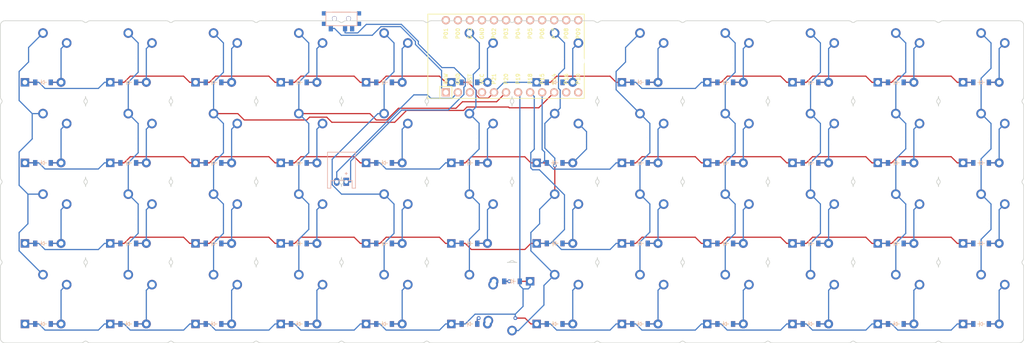
<source format=kicad_pcb>
(kicad_pcb (version 20171130) (host pcbnew 5.0.1-33cea8e~67~ubuntu18.04.1)
  (title_block (title planck) (rev v1.0.0) (company Unknown))
  (layers (0 F.Cu signal) (31 B.Cu signal) (34 B.Paste user) (35 F.Paste user) (36 B.SilkS user) (37 F.SilkS user) (38 B.Mask user) (39 F.Mask user) (44 Edge.Cuts user))
  (net 0 "")
  (net 1 one_modrow)
  (net 2 P1)
  (net 3 one_bottom)
  (net 4 one_home)
  (net 5 one_top)
  (net 6 two_modrow)
  (net 7 P0)
  (net 8 two_bottom)
  (net 9 two_home)
  (net 10 two_top)
  (net 11 three_modrow)
  (net 12 P14)
  (net 13 three_bottom)
  (net 14 three_home)
  (net 15 three_top)
  (net 16 four_modrow)
  (net 17 P20)
  (net 18 four_bottom)
  (net 19 four_home)
  (net 20 four_top)
  (net 21 five_modrow)
  (net 22 P2)
  (net 23 five_bottom)
  (net 24 five_home)
  (net 25 five_top)
  (net 26 six_modrow)
  (net 27 P3)
  (net 28 six_bottom)
  (net 29 six_home)
  (net 30 six_top)
  (net 31 seven_2uspacebar)
  (net 32 P4)
  (net 33 seven_modrow)
  (net 34 seven_bottom)
  (net 35 seven_home)
  (net 36 seven_top)
  (net 37 eight_modrow)
  (net 38 P5)
  (net 39 eight_bottom)
  (net 40 eight_home)
  (net 41 eight_top)
  (net 42 nine_modrow)
  (net 43 P6)
  (net 44 nine_bottom)
  (net 45 nine_home)
  (net 46 nine_top)
  (net 47 ten_modrow)
  (net 48 P7)
  (net 49 ten_bottom)
  (net 50 ten_home)
  (net 51 ten_top)
  (net 52 eleven_modrow)
  (net 53 P8)
  (net 54 eleven_bottom)
  (net 55 eleven_home)
  (net 56 eleven_top)
  (net 57 twelve_modrow)
  (net 58 P9)
  (net 59 twelve_bottom)
  (net 60 twelve_home)
  (net 61 twelve_top)
  (net 62 P19)
  (net 63 P18)
  (net 64 P15)
  (net 65 P21)
  (net 66 RAW)
  (net 67 GND)
  (net 68 RST)
  (net 69 VCC)
  (net 70 P16)
  (net 71 P10)
  (net 72 BAT)
  (module PG1350 (layer F.Cu) (at 0 -17)
    (fp_text reference S1 hide)
    (fp_text value "" hide)
    (pad "" np_thru_hole circle (at 0 0) (size 3.429 3.429) (drill 3.429) (layers *.Cu *.Mask))
    (pad "" np_thru_hole circle (at 5.5 0) (size 1.7018 1.7018) (drill 1.7018) (layers *.Cu *.Mask))
    (pad "" np_thru_hole circle (at -5.5 0) (size 1.7018 1.7018) (drill 1.7018) (layers *.Cu *.Mask))
    (pad 1 thru_hole circle (at 5 -3.8) (size 2.032 2.032) (drill 1.27) (layers *.Cu *.Mask) (net 1 one_modrow))
    (pad 2 thru_hole circle (at 0 -5.9) (size 2.032 2.032) (drill 1.27) (layers *.Cu *.Mask) (net 2 P1))
  )
  (module PG1350 (layer F.Cu) (at 0 -34)
    (fp_text reference S2 hide)
    (fp_text value "" hide)
    (pad "" np_thru_hole circle (at 0 0) (size 3.429 3.429) (drill 3.429) (layers *.Cu *.Mask))
    (pad "" np_thru_hole circle (at 5.5 0) (size 1.7018 1.7018) (drill 1.7018) (layers *.Cu *.Mask))
    (pad "" np_thru_hole circle (at -5.5 0) (size 1.7018 1.7018) (drill 1.7018) (layers *.Cu *.Mask))
    (pad 1 thru_hole circle (at 5 -3.8) (size 2.032 2.032) (drill 1.27) (layers *.Cu *.Mask) (net 3 one_bottom))
    (pad 2 thru_hole circle (at 0 -5.9) (size 2.032 2.032) (drill 1.27) (layers *.Cu *.Mask) (net 2 P1))
  )
  (module PG1350 (layer F.Cu) (at 0 -51)
    (fp_text reference S3 hide)
    (fp_text value "" hide)
    (pad "" np_thru_hole circle (at 0 0) (size 3.429 3.429) (drill 3.429) (layers *.Cu *.Mask))
    (pad "" np_thru_hole circle (at 5.5 0) (size 1.7018 1.7018) (drill 1.7018) (layers *.Cu *.Mask))
    (pad "" np_thru_hole circle (at -5.5 0) (size 1.7018 1.7018) (drill 1.7018) (layers *.Cu *.Mask))
    (pad 1 thru_hole circle (at 5 -3.8) (size 2.032 2.032) (drill 1.27) (layers *.Cu *.Mask) (net 4 one_home))
    (pad 2 thru_hole circle (at 0 -5.9) (size 2.032 2.032) (drill 1.27) (layers *.Cu *.Mask) (net 2 P1))
  )
  (module PG1350 (layer F.Cu) (at 0 -68)
    (fp_text reference S4 hide)
    (fp_text value "" hide)
    (pad "" np_thru_hole circle (at 0 0) (size 3.429 3.429) (drill 3.429) (layers *.Cu *.Mask))
    (pad "" np_thru_hole circle (at 5.5 0) (size 1.7018 1.7018) (drill 1.7018) (layers *.Cu *.Mask))
    (pad "" np_thru_hole circle (at -5.5 0) (size 1.7018 1.7018) (drill 1.7018) (layers *.Cu *.Mask))
    (pad 1 thru_hole circle (at 5 -3.8) (size 2.032 2.032) (drill 1.27) (layers *.Cu *.Mask) (net 5 one_top))
    (pad 2 thru_hole circle (at 0 -5.9) (size 2.032 2.032) (drill 1.27) (layers *.Cu *.Mask) (net 2 P1))
  )
  (module PG1350 (layer F.Cu) (at 18 -17)
    (fp_text reference S5 hide)
    (fp_text value "" hide)
    (pad "" np_thru_hole circle (at 0 0) (size 3.429 3.429) (drill 3.429) (layers *.Cu *.Mask))
    (pad "" np_thru_hole circle (at 5.5 0) (size 1.7018 1.7018) (drill 1.7018) (layers *.Cu *.Mask))
    (pad "" np_thru_hole circle (at -5.5 0) (size 1.7018 1.7018) (drill 1.7018) (layers *.Cu *.Mask))
    (pad 1 thru_hole circle (at 5 -3.8) (size 2.032 2.032) (drill 1.27) (layers *.Cu *.Mask) (net 6 two_modrow))
    (pad 2 thru_hole circle (at 0 -5.9) (size 2.032 2.032) (drill 1.27) (layers *.Cu *.Mask) (net 7 P0))
  )
  (module PG1350 (layer F.Cu) (at 18 -34)
    (fp_text reference S6 hide)
    (fp_text value "" hide)
    (pad "" np_thru_hole circle (at 0 0) (size 3.429 3.429) (drill 3.429) (layers *.Cu *.Mask))
    (pad "" np_thru_hole circle (at 5.5 0) (size 1.7018 1.7018) (drill 1.7018) (layers *.Cu *.Mask))
    (pad "" np_thru_hole circle (at -5.5 0) (size 1.7018 1.7018) (drill 1.7018) (layers *.Cu *.Mask))
    (pad 1 thru_hole circle (at 5 -3.8) (size 2.032 2.032) (drill 1.27) (layers *.Cu *.Mask) (net 8 two_bottom))
    (pad 2 thru_hole circle (at 0 -5.9) (size 2.032 2.032) (drill 1.27) (layers *.Cu *.Mask) (net 7 P0))
  )
  (module PG1350 (layer F.Cu) (at 18 -51)
    (fp_text reference S7 hide)
    (fp_text value "" hide)
    (pad "" np_thru_hole circle (at 0 0) (size 3.429 3.429) (drill 3.429) (layers *.Cu *.Mask))
    (pad "" np_thru_hole circle (at 5.5 0) (size 1.7018 1.7018) (drill 1.7018) (layers *.Cu *.Mask))
    (pad "" np_thru_hole circle (at -5.5 0) (size 1.7018 1.7018) (drill 1.7018) (layers *.Cu *.Mask))
    (pad 1 thru_hole circle (at 5 -3.8) (size 2.032 2.032) (drill 1.27) (layers *.Cu *.Mask) (net 9 two_home))
    (pad 2 thru_hole circle (at 0 -5.9) (size 2.032 2.032) (drill 1.27) (layers *.Cu *.Mask) (net 7 P0))
  )
  (module PG1350 (layer F.Cu) (at 18 -68)
    (fp_text reference S8 hide)
    (fp_text value "" hide)
    (pad "" np_thru_hole circle (at 0 0) (size 3.429 3.429) (drill 3.429) (layers *.Cu *.Mask))
    (pad "" np_thru_hole circle (at 5.5 0) (size 1.7018 1.7018) (drill 1.7018) (layers *.Cu *.Mask))
    (pad "" np_thru_hole circle (at -5.5 0) (size 1.7018 1.7018) (drill 1.7018) (layers *.Cu *.Mask))
    (pad 1 thru_hole circle (at 5 -3.8) (size 2.032 2.032) (drill 1.27) (layers *.Cu *.Mask) (net 10 two_top))
    (pad 2 thru_hole circle (at 0 -5.9) (size 2.032 2.032) (drill 1.27) (layers *.Cu *.Mask) (net 7 P0))
  )
  (module PG1350 (layer F.Cu) (at 36 -17)
    (fp_text reference S9 hide)
    (fp_text value "" hide)
    (pad "" np_thru_hole circle (at 0 0) (size 3.429 3.429) (drill 3.429) (layers *.Cu *.Mask))
    (pad "" np_thru_hole circle (at 5.5 0) (size 1.7018 1.7018) (drill 1.7018) (layers *.Cu *.Mask))
    (pad "" np_thru_hole circle (at -5.5 0) (size 1.7018 1.7018) (drill 1.7018) (layers *.Cu *.Mask))
    (pad 1 thru_hole circle (at 5 -3.8) (size 2.032 2.032) (drill 1.27) (layers *.Cu *.Mask) (net 11 three_modrow))
    (pad 2 thru_hole circle (at 0 -5.9) (size 2.032 2.032) (drill 1.27) (layers *.Cu *.Mask) (net 12 P14))
  )
  (module PG1350 (layer F.Cu) (at 36 -34)
    (fp_text reference S10 hide)
    (fp_text value "" hide)
    (pad "" np_thru_hole circle (at 0 0) (size 3.429 3.429) (drill 3.429) (layers *.Cu *.Mask))
    (pad "" np_thru_hole circle (at 5.5 0) (size 1.7018 1.7018) (drill 1.7018) (layers *.Cu *.Mask))
    (pad "" np_thru_hole circle (at -5.5 0) (size 1.7018 1.7018) (drill 1.7018) (layers *.Cu *.Mask))
    (pad 1 thru_hole circle (at 5 -3.8) (size 2.032 2.032) (drill 1.27) (layers *.Cu *.Mask) (net 13 three_bottom))
    (pad 2 thru_hole circle (at 0 -5.9) (size 2.032 2.032) (drill 1.27) (layers *.Cu *.Mask) (net 12 P14))
  )
  (module PG1350 (layer F.Cu) (at 36 -51)
    (fp_text reference S11 hide)
    (fp_text value "" hide)
    (pad "" np_thru_hole circle (at 0 0) (size 3.429 3.429) (drill 3.429) (layers *.Cu *.Mask))
    (pad "" np_thru_hole circle (at 5.5 0) (size 1.7018 1.7018) (drill 1.7018) (layers *.Cu *.Mask))
    (pad "" np_thru_hole circle (at -5.5 0) (size 1.7018 1.7018) (drill 1.7018) (layers *.Cu *.Mask))
    (pad 1 thru_hole circle (at 5 -3.8) (size 2.032 2.032) (drill 1.27) (layers *.Cu *.Mask) (net 14 three_home))
    (pad 2 thru_hole circle (at 0 -5.9) (size 2.032 2.032) (drill 1.27) (layers *.Cu *.Mask) (net 12 P14))
  )
  (module PG1350 (layer F.Cu) (at 36 -68)
    (fp_text reference S12 hide)
    (fp_text value "" hide)
    (pad "" np_thru_hole circle (at 0 0) (size 3.429 3.429) (drill 3.429) (layers *.Cu *.Mask))
    (pad "" np_thru_hole circle (at 5.5 0) (size 1.7018 1.7018) (drill 1.7018) (layers *.Cu *.Mask))
    (pad "" np_thru_hole circle (at -5.5 0) (size 1.7018 1.7018) (drill 1.7018) (layers *.Cu *.Mask))
    (pad 1 thru_hole circle (at 5 -3.8) (size 2.032 2.032) (drill 1.27) (layers *.Cu *.Mask) (net 15 three_top))
    (pad 2 thru_hole circle (at 0 -5.9) (size 2.032 2.032) (drill 1.27) (layers *.Cu *.Mask) (net 12 P14))
  )
  (module PG1350 (layer F.Cu) (at 54 -17)
    (fp_text reference S13 hide)
    (fp_text value "" hide)
    (pad "" np_thru_hole circle (at 0 0) (size 3.429 3.429) (drill 3.429) (layers *.Cu *.Mask))
    (pad "" np_thru_hole circle (at 5.5 0) (size 1.7018 1.7018) (drill 1.7018) (layers *.Cu *.Mask))
    (pad "" np_thru_hole circle (at -5.5 0) (size 1.7018 1.7018) (drill 1.7018) (layers *.Cu *.Mask))
    (pad 1 thru_hole circle (at 5 -3.8) (size 2.032 2.032) (drill 1.27) (layers *.Cu *.Mask) (net 16 four_modrow))
    (pad 2 thru_hole circle (at 0 -5.9) (size 2.032 2.032) (drill 1.27) (layers *.Cu *.Mask) (net 17 P20))
  )
  (module PG1350 (layer F.Cu) (at 54 -34)
    (fp_text reference S14 hide)
    (fp_text value "" hide)
    (pad "" np_thru_hole circle (at 0 0) (size 3.429 3.429) (drill 3.429) (layers *.Cu *.Mask))
    (pad "" np_thru_hole circle (at 5.5 0) (size 1.7018 1.7018) (drill 1.7018) (layers *.Cu *.Mask))
    (pad "" np_thru_hole circle (at -5.5 0) (size 1.7018 1.7018) (drill 1.7018) (layers *.Cu *.Mask))
    (pad 1 thru_hole circle (at 5 -3.8) (size 2.032 2.032) (drill 1.27) (layers *.Cu *.Mask) (net 18 four_bottom))
    (pad 2 thru_hole circle (at 0 -5.9) (size 2.032 2.032) (drill 1.27) (layers *.Cu *.Mask) (net 17 P20))
  )
  (module PG1350 (layer F.Cu) (at 54 -51)
    (fp_text reference S15 hide)
    (fp_text value "" hide)
    (pad "" np_thru_hole circle (at 0 0) (size 3.429 3.429) (drill 3.429) (layers *.Cu *.Mask))
    (pad "" np_thru_hole circle (at 5.5 0) (size 1.7018 1.7018) (drill 1.7018) (layers *.Cu *.Mask))
    (pad "" np_thru_hole circle (at -5.5 0) (size 1.7018 1.7018) (drill 1.7018) (layers *.Cu *.Mask))
    (pad 1 thru_hole circle (at 5 -3.8) (size 2.032 2.032) (drill 1.27) (layers *.Cu *.Mask) (net 19 four_home))
    (pad 2 thru_hole circle (at 0 -5.9) (size 2.032 2.032) (drill 1.27) (layers *.Cu *.Mask) (net 17 P20))
  )
  (module PG1350 (layer F.Cu) (at 54 -68)
    (fp_text reference S16 hide)
    (fp_text value "" hide)
    (pad "" np_thru_hole circle (at 0 0) (size 3.429 3.429) (drill 3.429) (layers *.Cu *.Mask))
    (pad "" np_thru_hole circle (at 5.5 0) (size 1.7018 1.7018) (drill 1.7018) (layers *.Cu *.Mask))
    (pad "" np_thru_hole circle (at -5.5 0) (size 1.7018 1.7018) (drill 1.7018) (layers *.Cu *.Mask))
    (pad 1 thru_hole circle (at 5 -3.8) (size 2.032 2.032) (drill 1.27) (layers *.Cu *.Mask) (net 20 four_top))
    (pad 2 thru_hole circle (at 0 -5.9) (size 2.032 2.032) (drill 1.27) (layers *.Cu *.Mask) (net 17 P20))
  )
  (module PG1350 (layer F.Cu) (at 72 -17)
    (fp_text reference S17 hide)
    (fp_text value "" hide)
    (pad "" np_thru_hole circle (at 0 0) (size 3.429 3.429) (drill 3.429) (layers *.Cu *.Mask))
    (pad "" np_thru_hole circle (at 5.5 0) (size 1.7018 1.7018) (drill 1.7018) (layers *.Cu *.Mask))
    (pad "" np_thru_hole circle (at -5.5 0) (size 1.7018 1.7018) (drill 1.7018) (layers *.Cu *.Mask))
    (pad 1 thru_hole circle (at 5 -3.8) (size 2.032 2.032) (drill 1.27) (layers *.Cu *.Mask) (net 21 five_modrow))
    (pad 2 thru_hole circle (at 0 -5.9) (size 2.032 2.032) (drill 1.27) (layers *.Cu *.Mask) (net 22 P2))
  )
  (module PG1350 (layer F.Cu) (at 72 -34)
    (fp_text reference S18 hide)
    (fp_text value "" hide)
    (pad "" np_thru_hole circle (at 0 0) (size 3.429 3.429) (drill 3.429) (layers *.Cu *.Mask))
    (pad "" np_thru_hole circle (at 5.5 0) (size 1.7018 1.7018) (drill 1.7018) (layers *.Cu *.Mask))
    (pad "" np_thru_hole circle (at -5.5 0) (size 1.7018 1.7018) (drill 1.7018) (layers *.Cu *.Mask))
    (pad 1 thru_hole circle (at 5 -3.8) (size 2.032 2.032) (drill 1.27) (layers *.Cu *.Mask) (net 23 five_bottom))
    (pad 2 thru_hole circle (at 0 -5.9) (size 2.032 2.032) (drill 1.27) (layers *.Cu *.Mask) (net 22 P2))
  )
  (module PG1350 (layer F.Cu) (at 72 -51)
    (fp_text reference S19 hide)
    (fp_text value "" hide)
    (pad "" np_thru_hole circle (at 0 0) (size 3.429 3.429) (drill 3.429) (layers *.Cu *.Mask))
    (pad "" np_thru_hole circle (at 5.5 0) (size 1.7018 1.7018) (drill 1.7018) (layers *.Cu *.Mask))
    (pad "" np_thru_hole circle (at -5.5 0) (size 1.7018 1.7018) (drill 1.7018) (layers *.Cu *.Mask))
    (pad 1 thru_hole circle (at 5 -3.8) (size 2.032 2.032) (drill 1.27) (layers *.Cu *.Mask) (net 24 five_home))
    (pad 2 thru_hole circle (at 0 -5.9) (size 2.032 2.032) (drill 1.27) (layers *.Cu *.Mask) (net 22 P2))
  )
  (module PG1350 (layer F.Cu) (at 72 -68)
    (fp_text reference S20 hide)
    (fp_text value "" hide)
    (pad "" np_thru_hole circle (at 0 0) (size 3.429 3.429) (drill 3.429) (layers *.Cu *.Mask))
    (pad "" np_thru_hole circle (at 5.5 0) (size 1.7018 1.7018) (drill 1.7018) (layers *.Cu *.Mask))
    (pad "" np_thru_hole circle (at -5.5 0) (size 1.7018 1.7018) (drill 1.7018) (layers *.Cu *.Mask))
    (pad 1 thru_hole circle (at 5 -3.8) (size 2.032 2.032) (drill 1.27) (layers *.Cu *.Mask) (net 25 five_top))
    (pad 2 thru_hole circle (at 0 -5.9) (size 2.032 2.032) (drill 1.27) (layers *.Cu *.Mask) (net 22 P2))
  )
  (module PG1350 (layer F.Cu) (at 90 -17)
    (fp_text reference S21 hide)
    (fp_text value "" hide)
    (pad "" np_thru_hole circle (at 0 0) (size 3.429 3.429) (drill 3.429) (layers *.Cu *.Mask))
    (pad "" np_thru_hole circle (at 5.5 0) (size 1.7018 1.7018) (drill 1.7018) (layers *.Cu *.Mask))
    (pad "" np_thru_hole circle (at -5.5 0) (size 1.7018 1.7018) (drill 1.7018) (layers *.Cu *.Mask))
    (pad 1 thru_hole circle (at 5 -3.8) (size 2.032 2.032) (drill 1.27) (layers *.Cu *.Mask) (net 26 six_modrow))
    (pad 2 thru_hole circle (at 0 -5.9) (size 2.032 2.032) (drill 1.27) (layers *.Cu *.Mask) (net 27 P3))
  )
  (module PG1350 (layer F.Cu) (at 90 -34)
    (fp_text reference S22 hide)
    (fp_text value "" hide)
    (pad "" np_thru_hole circle (at 0 0) (size 3.429 3.429) (drill 3.429) (layers *.Cu *.Mask))
    (pad "" np_thru_hole circle (at 5.5 0) (size 1.7018 1.7018) (drill 1.7018) (layers *.Cu *.Mask))
    (pad "" np_thru_hole circle (at -5.5 0) (size 1.7018 1.7018) (drill 1.7018) (layers *.Cu *.Mask))
    (pad 1 thru_hole circle (at 5 -3.8) (size 2.032 2.032) (drill 1.27) (layers *.Cu *.Mask) (net 28 six_bottom))
    (pad 2 thru_hole circle (at 0 -5.9) (size 2.032 2.032) (drill 1.27) (layers *.Cu *.Mask) (net 27 P3))
  )
  (module PG1350 (layer F.Cu) (at 90 -51)
    (fp_text reference S23 hide)
    (fp_text value "" hide)
    (pad "" np_thru_hole circle (at 0 0) (size 3.429 3.429) (drill 3.429) (layers *.Cu *.Mask))
    (pad "" np_thru_hole circle (at 5.5 0) (size 1.7018 1.7018) (drill 1.7018) (layers *.Cu *.Mask))
    (pad "" np_thru_hole circle (at -5.5 0) (size 1.7018 1.7018) (drill 1.7018) (layers *.Cu *.Mask))
    (pad 1 thru_hole circle (at 5 -3.8) (size 2.032 2.032) (drill 1.27) (layers *.Cu *.Mask) (net 29 six_home))
    (pad 2 thru_hole circle (at 0 -5.9) (size 2.032 2.032) (drill 1.27) (layers *.Cu *.Mask) (net 27 P3))
  )
  (module PG1350 (layer F.Cu) (at 90 -68)
    (fp_text reference S24 hide)
    (fp_text value "" hide)
    (pad "" np_thru_hole circle (at 0 0) (size 3.429 3.429) (drill 3.429) (layers *.Cu *.Mask))
    (pad "" np_thru_hole circle (at 5.5 0) (size 1.7018 1.7018) (drill 1.7018) (layers *.Cu *.Mask))
    (pad "" np_thru_hole circle (at -5.5 0) (size 1.7018 1.7018) (drill 1.7018) (layers *.Cu *.Mask))
    (pad 1 thru_hole circle (at 5 -3.8) (size 2.032 2.032) (drill 1.27) (layers *.Cu *.Mask) (net 30 six_top))
    (pad 2 thru_hole circle (at 0 -5.9) (size 2.032 2.032) (drill 1.27) (layers *.Cu *.Mask) (net 27 P3))
  )
  (module PG1350 (layer F.Cu) (at 99 -17 180)
    (fp_text reference S25 hide)
    (fp_text value "" hide)
    (pad "" np_thru_hole circle (at 0 0) (size 3.429 3.429) (drill 3.429) (layers *.Cu *.Mask))
    (pad "" np_thru_hole circle (at 5.5 0) (size 1.7018 1.7018) (drill 1.7018) (layers *.Cu *.Mask))
    (pad "" np_thru_hole circle (at -5.5 0) (size 1.7018 1.7018) (drill 1.7018) (layers *.Cu *.Mask))
    (pad 1 thru_hole circle (at 5 -3.8) (size 2.032 2.032) (drill 1.27) (layers *.Cu *.Mask) (net 31 seven_2uspacebar))
    (pad 2 thru_hole circle (at 0 -5.9) (size 2.032 2.032) (drill 1.27) (layers *.Cu *.Mask) (net 32 P4))
  )
  (module PG1350 (layer F.Cu) (at 108 -17)
    (fp_text reference S26 hide)
    (fp_text value "" hide)
    (pad "" np_thru_hole circle (at 0 0) (size 3.429 3.429) (drill 3.429) (layers *.Cu *.Mask))
    (pad "" np_thru_hole circle (at 5.5 0) (size 1.7018 1.7018) (drill 1.7018) (layers *.Cu *.Mask))
    (pad "" np_thru_hole circle (at -5.5 0) (size 1.7018 1.7018) (drill 1.7018) (layers *.Cu *.Mask))
    (pad 1 thru_hole circle (at 5 -3.8) (size 2.032 2.032) (drill 1.27) (layers *.Cu *.Mask) (net 33 seven_modrow))
    (pad 2 thru_hole circle (at 0 -5.9) (size 2.032 2.032) (drill 1.27) (layers *.Cu *.Mask) (net 32 P4))
  )
  (module PG1350 (layer F.Cu) (at 108 -34)
    (fp_text reference S27 hide)
    (fp_text value "" hide)
    (pad "" np_thru_hole circle (at 0 0) (size 3.429 3.429) (drill 3.429) (layers *.Cu *.Mask))
    (pad "" np_thru_hole circle (at 5.5 0) (size 1.7018 1.7018) (drill 1.7018) (layers *.Cu *.Mask))
    (pad "" np_thru_hole circle (at -5.5 0) (size 1.7018 1.7018) (drill 1.7018) (layers *.Cu *.Mask))
    (pad 1 thru_hole circle (at 5 -3.8) (size 2.032 2.032) (drill 1.27) (layers *.Cu *.Mask) (net 34 seven_bottom))
    (pad 2 thru_hole circle (at 0 -5.9) (size 2.032 2.032) (drill 1.27) (layers *.Cu *.Mask) (net 32 P4))
  )
  (module PG1350 (layer F.Cu) (at 108 -51)
    (fp_text reference S28 hide)
    (fp_text value "" hide)
    (pad "" np_thru_hole circle (at 0 0) (size 3.429 3.429) (drill 3.429) (layers *.Cu *.Mask))
    (pad "" np_thru_hole circle (at 5.5 0) (size 1.7018 1.7018) (drill 1.7018) (layers *.Cu *.Mask))
    (pad "" np_thru_hole circle (at -5.5 0) (size 1.7018 1.7018) (drill 1.7018) (layers *.Cu *.Mask))
    (pad 1 thru_hole circle (at 5 -3.8) (size 2.032 2.032) (drill 1.27) (layers *.Cu *.Mask) (net 35 seven_home))
    (pad 2 thru_hole circle (at 0 -5.9) (size 2.032 2.032) (drill 1.27) (layers *.Cu *.Mask) (net 32 P4))
  )
  (module PG1350 (layer F.Cu) (at 108 -68)
    (fp_text reference S29 hide)
    (fp_text value "" hide)
    (pad "" np_thru_hole circle (at 0 0) (size 3.429 3.429) (drill 3.429) (layers *.Cu *.Mask))
    (pad "" np_thru_hole circle (at 5.5 0) (size 1.7018 1.7018) (drill 1.7018) (layers *.Cu *.Mask))
    (pad "" np_thru_hole circle (at -5.5 0) (size 1.7018 1.7018) (drill 1.7018) (layers *.Cu *.Mask))
    (pad 1 thru_hole circle (at 5 -3.8) (size 2.032 2.032) (drill 1.27) (layers *.Cu *.Mask) (net 36 seven_top))
    (pad 2 thru_hole circle (at 0 -5.9) (size 2.032 2.032) (drill 1.27) (layers *.Cu *.Mask) (net 32 P4))
  )
  (module PG1350 (layer F.Cu) (at 126 -17)
    (fp_text reference S30 hide)
    (fp_text value "" hide)
    (pad "" np_thru_hole circle (at 0 0) (size 3.429 3.429) (drill 3.429) (layers *.Cu *.Mask))
    (pad "" np_thru_hole circle (at 5.5 0) (size 1.7018 1.7018) (drill 1.7018) (layers *.Cu *.Mask))
    (pad "" np_thru_hole circle (at -5.5 0) (size 1.7018 1.7018) (drill 1.7018) (layers *.Cu *.Mask))
    (pad 1 thru_hole circle (at 5 -3.8) (size 2.032 2.032) (drill 1.27) (layers *.Cu *.Mask) (net 37 eight_modrow))
    (pad 2 thru_hole circle (at 0 -5.9) (size 2.032 2.032) (drill 1.27) (layers *.Cu *.Mask) (net 38 P5))
  )
  (module PG1350 (layer F.Cu) (at 126 -34)
    (fp_text reference S31 hide)
    (fp_text value "" hide)
    (pad "" np_thru_hole circle (at 0 0) (size 3.429 3.429) (drill 3.429) (layers *.Cu *.Mask))
    (pad "" np_thru_hole circle (at 5.5 0) (size 1.7018 1.7018) (drill 1.7018) (layers *.Cu *.Mask))
    (pad "" np_thru_hole circle (at -5.5 0) (size 1.7018 1.7018) (drill 1.7018) (layers *.Cu *.Mask))
    (pad 1 thru_hole circle (at 5 -3.8) (size 2.032 2.032) (drill 1.27) (layers *.Cu *.Mask) (net 39 eight_bottom))
    (pad 2 thru_hole circle (at 0 -5.9) (size 2.032 2.032) (drill 1.27) (layers *.Cu *.Mask) (net 38 P5))
  )
  (module PG1350 (layer F.Cu) (at 126 -51)
    (fp_text reference S32 hide)
    (fp_text value "" hide)
    (pad "" np_thru_hole circle (at 0 0) (size 3.429 3.429) (drill 3.429) (layers *.Cu *.Mask))
    (pad "" np_thru_hole circle (at 5.5 0) (size 1.7018 1.7018) (drill 1.7018) (layers *.Cu *.Mask))
    (pad "" np_thru_hole circle (at -5.5 0) (size 1.7018 1.7018) (drill 1.7018) (layers *.Cu *.Mask))
    (pad 1 thru_hole circle (at 5 -3.8) (size 2.032 2.032) (drill 1.27) (layers *.Cu *.Mask) (net 40 eight_home))
    (pad 2 thru_hole circle (at 0 -5.9) (size 2.032 2.032) (drill 1.27) (layers *.Cu *.Mask) (net 38 P5))
  )
  (module PG1350 (layer F.Cu) (at 126 -68)
    (fp_text reference S33 hide)
    (fp_text value "" hide)
    (pad "" np_thru_hole circle (at 0 0) (size 3.429 3.429) (drill 3.429) (layers *.Cu *.Mask))
    (pad "" np_thru_hole circle (at 5.5 0) (size 1.7018 1.7018) (drill 1.7018) (layers *.Cu *.Mask))
    (pad "" np_thru_hole circle (at -5.5 0) (size 1.7018 1.7018) (drill 1.7018) (layers *.Cu *.Mask))
    (pad 1 thru_hole circle (at 5 -3.8) (size 2.032 2.032) (drill 1.27) (layers *.Cu *.Mask) (net 41 eight_top))
    (pad 2 thru_hole circle (at 0 -5.9) (size 2.032 2.032) (drill 1.27) (layers *.Cu *.Mask) (net 38 P5))
  )
  (module PG1350 (layer F.Cu) (at 144 -17)
    (fp_text reference S34 hide)
    (fp_text value "" hide)
    (pad "" np_thru_hole circle (at 0 0) (size 3.429 3.429) (drill 3.429) (layers *.Cu *.Mask))
    (pad "" np_thru_hole circle (at 5.5 0) (size 1.7018 1.7018) (drill 1.7018) (layers *.Cu *.Mask))
    (pad "" np_thru_hole circle (at -5.5 0) (size 1.7018 1.7018) (drill 1.7018) (layers *.Cu *.Mask))
    (pad 1 thru_hole circle (at 5 -3.8) (size 2.032 2.032) (drill 1.27) (layers *.Cu *.Mask) (net 42 nine_modrow))
    (pad 2 thru_hole circle (at 0 -5.9) (size 2.032 2.032) (drill 1.27) (layers *.Cu *.Mask) (net 43 P6))
  )
  (module PG1350 (layer F.Cu) (at 144 -34)
    (fp_text reference S35 hide)
    (fp_text value "" hide)
    (pad "" np_thru_hole circle (at 0 0) (size 3.429 3.429) (drill 3.429) (layers *.Cu *.Mask))
    (pad "" np_thru_hole circle (at 5.5 0) (size 1.7018 1.7018) (drill 1.7018) (layers *.Cu *.Mask))
    (pad "" np_thru_hole circle (at -5.5 0) (size 1.7018 1.7018) (drill 1.7018) (layers *.Cu *.Mask))
    (pad 1 thru_hole circle (at 5 -3.8) (size 2.032 2.032) (drill 1.27) (layers *.Cu *.Mask) (net 44 nine_bottom))
    (pad 2 thru_hole circle (at 0 -5.9) (size 2.032 2.032) (drill 1.27) (layers *.Cu *.Mask) (net 43 P6))
  )
  (module PG1350 (layer F.Cu) (at 144 -51)
    (fp_text reference S36 hide)
    (fp_text value "" hide)
    (pad "" np_thru_hole circle (at 0 0) (size 3.429 3.429) (drill 3.429) (layers *.Cu *.Mask))
    (pad "" np_thru_hole circle (at 5.5 0) (size 1.7018 1.7018) (drill 1.7018) (layers *.Cu *.Mask))
    (pad "" np_thru_hole circle (at -5.5 0) (size 1.7018 1.7018) (drill 1.7018) (layers *.Cu *.Mask))
    (pad 1 thru_hole circle (at 5 -3.8) (size 2.032 2.032) (drill 1.27) (layers *.Cu *.Mask) (net 45 nine_home))
    (pad 2 thru_hole circle (at 0 -5.9) (size 2.032 2.032) (drill 1.27) (layers *.Cu *.Mask) (net 43 P6))
  )
  (module PG1350 (layer F.Cu) (at 144 -68)
    (fp_text reference S37 hide)
    (fp_text value "" hide)
    (pad "" np_thru_hole circle (at 0 0) (size 3.429 3.429) (drill 3.429) (layers *.Cu *.Mask))
    (pad "" np_thru_hole circle (at 5.5 0) (size 1.7018 1.7018) (drill 1.7018) (layers *.Cu *.Mask))
    (pad "" np_thru_hole circle (at -5.5 0) (size 1.7018 1.7018) (drill 1.7018) (layers *.Cu *.Mask))
    (pad 1 thru_hole circle (at 5 -3.8) (size 2.032 2.032) (drill 1.27) (layers *.Cu *.Mask) (net 46 nine_top))
    (pad 2 thru_hole circle (at 0 -5.9) (size 2.032 2.032) (drill 1.27) (layers *.Cu *.Mask) (net 43 P6))
  )
  (module PG1350 (layer F.Cu) (at 162 -17)
    (fp_text reference S38 hide)
    (fp_text value "" hide)
    (pad "" np_thru_hole circle (at 0 0) (size 3.429 3.429) (drill 3.429) (layers *.Cu *.Mask))
    (pad "" np_thru_hole circle (at 5.5 0) (size 1.7018 1.7018) (drill 1.7018) (layers *.Cu *.Mask))
    (pad "" np_thru_hole circle (at -5.5 0) (size 1.7018 1.7018) (drill 1.7018) (layers *.Cu *.Mask))
    (pad 1 thru_hole circle (at 5 -3.8) (size 2.032 2.032) (drill 1.27) (layers *.Cu *.Mask) (net 47 ten_modrow))
    (pad 2 thru_hole circle (at 0 -5.9) (size 2.032 2.032) (drill 1.27) (layers *.Cu *.Mask) (net 48 P7))
  )
  (module PG1350 (layer F.Cu) (at 162 -34)
    (fp_text reference S39 hide)
    (fp_text value "" hide)
    (pad "" np_thru_hole circle (at 0 0) (size 3.429 3.429) (drill 3.429) (layers *.Cu *.Mask))
    (pad "" np_thru_hole circle (at 5.5 0) (size 1.7018 1.7018) (drill 1.7018) (layers *.Cu *.Mask))
    (pad "" np_thru_hole circle (at -5.5 0) (size 1.7018 1.7018) (drill 1.7018) (layers *.Cu *.Mask))
    (pad 1 thru_hole circle (at 5 -3.8) (size 2.032 2.032) (drill 1.27) (layers *.Cu *.Mask) (net 49 ten_bottom))
    (pad 2 thru_hole circle (at 0 -5.9) (size 2.032 2.032) (drill 1.27) (layers *.Cu *.Mask) (net 48 P7))
  )
  (module PG1350 (layer F.Cu) (at 162 -51)
    (fp_text reference S40 hide)
    (fp_text value "" hide)
    (pad "" np_thru_hole circle (at 0 0) (size 3.429 3.429) (drill 3.429) (layers *.Cu *.Mask))
    (pad "" np_thru_hole circle (at 5.5 0) (size 1.7018 1.7018) (drill 1.7018) (layers *.Cu *.Mask))
    (pad "" np_thru_hole circle (at -5.5 0) (size 1.7018 1.7018) (drill 1.7018) (layers *.Cu *.Mask))
    (pad 1 thru_hole circle (at 5 -3.8) (size 2.032 2.032) (drill 1.27) (layers *.Cu *.Mask) (net 50 ten_home))
    (pad 2 thru_hole circle (at 0 -5.9) (size 2.032 2.032) (drill 1.27) (layers *.Cu *.Mask) (net 48 P7))
  )
  (module PG1350 (layer F.Cu) (at 162 -68)
    (fp_text reference S41 hide)
    (fp_text value "" hide)
    (pad "" np_thru_hole circle (at 0 0) (size 3.429 3.429) (drill 3.429) (layers *.Cu *.Mask))
    (pad "" np_thru_hole circle (at 5.5 0) (size 1.7018 1.7018) (drill 1.7018) (layers *.Cu *.Mask))
    (pad "" np_thru_hole circle (at -5.5 0) (size 1.7018 1.7018) (drill 1.7018) (layers *.Cu *.Mask))
    (pad 1 thru_hole circle (at 5 -3.8) (size 2.032 2.032) (drill 1.27) (layers *.Cu *.Mask) (net 51 ten_top))
    (pad 2 thru_hole circle (at 0 -5.9) (size 2.032 2.032) (drill 1.27) (layers *.Cu *.Mask) (net 48 P7))
  )
  (module PG1350 (layer F.Cu) (at 180 -17)
    (fp_text reference S42 hide)
    (fp_text value "" hide)
    (pad "" np_thru_hole circle (at 0 0) (size 3.429 3.429) (drill 3.429) (layers *.Cu *.Mask))
    (pad "" np_thru_hole circle (at 5.5 0) (size 1.7018 1.7018) (drill 1.7018) (layers *.Cu *.Mask))
    (pad "" np_thru_hole circle (at -5.5 0) (size 1.7018 1.7018) (drill 1.7018) (layers *.Cu *.Mask))
    (pad 1 thru_hole circle (at 5 -3.8) (size 2.032 2.032) (drill 1.27) (layers *.Cu *.Mask) (net 52 eleven_modrow))
    (pad 2 thru_hole circle (at 0 -5.9) (size 2.032 2.032) (drill 1.27) (layers *.Cu *.Mask) (net 53 P8))
  )
  (module PG1350 (layer F.Cu) (at 180 -34)
    (fp_text reference S43 hide)
    (fp_text value "" hide)
    (pad "" np_thru_hole circle (at 0 0) (size 3.429 3.429) (drill 3.429) (layers *.Cu *.Mask))
    (pad "" np_thru_hole circle (at 5.5 0) (size 1.7018 1.7018) (drill 1.7018) (layers *.Cu *.Mask))
    (pad "" np_thru_hole circle (at -5.5 0) (size 1.7018 1.7018) (drill 1.7018) (layers *.Cu *.Mask))
    (pad 1 thru_hole circle (at 5 -3.8) (size 2.032 2.032) (drill 1.27) (layers *.Cu *.Mask) (net 54 eleven_bottom))
    (pad 2 thru_hole circle (at 0 -5.9) (size 2.032 2.032) (drill 1.27) (layers *.Cu *.Mask) (net 53 P8))
  )
  (module PG1350 (layer F.Cu) (at 180 -51)
    (fp_text reference S44 hide)
    (fp_text value "" hide)
    (pad "" np_thru_hole circle (at 0 0) (size 3.429 3.429) (drill 3.429) (layers *.Cu *.Mask))
    (pad "" np_thru_hole circle (at 5.5 0) (size 1.7018 1.7018) (drill 1.7018) (layers *.Cu *.Mask))
    (pad "" np_thru_hole circle (at -5.5 0) (size 1.7018 1.7018) (drill 1.7018) (layers *.Cu *.Mask))
    (pad 1 thru_hole circle (at 5 -3.8) (size 2.032 2.032) (drill 1.27) (layers *.Cu *.Mask) (net 55 eleven_home))
    (pad 2 thru_hole circle (at 0 -5.9) (size 2.032 2.032) (drill 1.27) (layers *.Cu *.Mask) (net 53 P8))
  )
  (module PG1350 (layer F.Cu) (at 180 -68)
    (fp_text reference S45 hide)
    (fp_text value "" hide)
    (pad "" np_thru_hole circle (at 0 0) (size 3.429 3.429) (drill 3.429) (layers *.Cu *.Mask))
    (pad "" np_thru_hole circle (at 5.5 0) (size 1.7018 1.7018) (drill 1.7018) (layers *.Cu *.Mask))
    (pad "" np_thru_hole circle (at -5.5 0) (size 1.7018 1.7018) (drill 1.7018) (layers *.Cu *.Mask))
    (pad 1 thru_hole circle (at 5 -3.8) (size 2.032 2.032) (drill 1.27) (layers *.Cu *.Mask) (net 56 eleven_top))
    (pad 2 thru_hole circle (at 0 -5.9) (size 2.032 2.032) (drill 1.27) (layers *.Cu *.Mask) (net 53 P8))
  )
  (module PG1350 (layer F.Cu) (at 198 -17)
    (fp_text reference S46 hide)
    (fp_text value "" hide)
    (pad "" np_thru_hole circle (at 0 0) (size 3.429 3.429) (drill 3.429) (layers *.Cu *.Mask))
    (pad "" np_thru_hole circle (at 5.5 0) (size 1.7018 1.7018) (drill 1.7018) (layers *.Cu *.Mask))
    (pad "" np_thru_hole circle (at -5.5 0) (size 1.7018 1.7018) (drill 1.7018) (layers *.Cu *.Mask))
    (pad 1 thru_hole circle (at 5 -3.8) (size 2.032 2.032) (drill 1.27) (layers *.Cu *.Mask) (net 57 twelve_modrow))
    (pad 2 thru_hole circle (at 0 -5.9) (size 2.032 2.032) (drill 1.27) (layers *.Cu *.Mask) (net 58 P9))
  )
  (module PG1350 (layer F.Cu) (at 198 -34)
    (fp_text reference S47 hide)
    (fp_text value "" hide)
    (pad "" np_thru_hole circle (at 0 0) (size 3.429 3.429) (drill 3.429) (layers *.Cu *.Mask))
    (pad "" np_thru_hole circle (at 5.5 0) (size 1.7018 1.7018) (drill 1.7018) (layers *.Cu *.Mask))
    (pad "" np_thru_hole circle (at -5.5 0) (size 1.7018 1.7018) (drill 1.7018) (layers *.Cu *.Mask))
    (pad 1 thru_hole circle (at 5 -3.8) (size 2.032 2.032) (drill 1.27) (layers *.Cu *.Mask) (net 59 twelve_bottom))
    (pad 2 thru_hole circle (at 0 -5.9) (size 2.032 2.032) (drill 1.27) (layers *.Cu *.Mask) (net 58 P9))
  )
  (module PG1350 (layer F.Cu) (at 198 -51)
    (fp_text reference S48 hide)
    (fp_text value "" hide)
    (pad "" np_thru_hole circle (at 0 0) (size 3.429 3.429) (drill 3.429) (layers *.Cu *.Mask))
    (pad "" np_thru_hole circle (at 5.5 0) (size 1.7018 1.7018) (drill 1.7018) (layers *.Cu *.Mask))
    (pad "" np_thru_hole circle (at -5.5 0) (size 1.7018 1.7018) (drill 1.7018) (layers *.Cu *.Mask))
    (pad 1 thru_hole circle (at 5 -3.8) (size 2.032 2.032) (drill 1.27) (layers *.Cu *.Mask) (net 60 twelve_home))
    (pad 2 thru_hole circle (at 0 -5.9) (size 2.032 2.032) (drill 1.27) (layers *.Cu *.Mask) (net 58 P9))
  )
  (module PG1350 (layer F.Cu) (at 198 -68)
    (fp_text reference S49 hide)
    (fp_text value "" hide)
    (pad "" np_thru_hole circle (at 0 0) (size 3.429 3.429) (drill 3.429) (layers *.Cu *.Mask))
    (pad "" np_thru_hole circle (at 5.5 0) (size 1.7018 1.7018) (drill 1.7018) (layers *.Cu *.Mask))
    (pad "" np_thru_hole circle (at -5.5 0) (size 1.7018 1.7018) (drill 1.7018) (layers *.Cu *.Mask))
    (pad 1 thru_hole circle (at 5 -3.8) (size 2.032 2.032) (drill 1.27) (layers *.Cu *.Mask) (net 61 twelve_top))
    (pad 2 thru_hole circle (at 0 -5.9) (size 2.032 2.032) (drill 1.27) (layers *.Cu *.Mask) (net 58 P9))
  )
  (module ComboDiode (layer F.Cu) (at 0 -12.5)
    (fp_text reference D1 hide)
    (fp_text value "" hide)
    (pad 1 smd rect (at -1.65 0) (size 0.9 1.2) (layers F.Cu F.Paste F.Mask) (net 62 P19))
    (pad 2 smd rect (at 1.65 0) (size 0.9 1.2) (layers B.Cu B.Paste B.Mask) (net 1 one_modrow))
    (pad 1 smd rect (at -1.65 0) (size 0.9 1.2) (layers B.Cu B.Paste B.Mask) (net 62 P19))
    (pad 2 smd rect (at 1.65 0) (size 0.9 1.2) (layers F.Cu F.Paste F.Mask) (net 1 one_modrow))
    (pad 1 thru_hole rect (at -3.81 0) (size 1.778 1.778) (drill 0.9906) (layers *.Cu *.Mask) (net 62 P19))
    (pad 2 thru_hole circle (at 3.81 0) (size 1.905 1.905) (drill 0.9906) (layers *.Cu *.Mask) (net 1 one_modrow))
  )
  (module ComboDiode (layer F.Cu) (at 0 -29.5)
    (fp_text reference D2 hide)
    (fp_text value "" hide)
    (pad 1 smd rect (at -1.65 0) (size 0.9 1.2) (layers F.Cu F.Paste F.Mask) (net 63 P18))
    (pad 2 smd rect (at 1.65 0) (size 0.9 1.2) (layers B.Cu B.Paste B.Mask) (net 3 one_bottom))
    (pad 1 smd rect (at -1.65 0) (size 0.9 1.2) (layers B.Cu B.Paste B.Mask) (net 63 P18))
    (pad 2 smd rect (at 1.65 0) (size 0.9 1.2) (layers F.Cu F.Paste F.Mask) (net 3 one_bottom))
    (pad 1 thru_hole rect (at -3.81 0) (size 1.778 1.778) (drill 0.9906) (layers *.Cu *.Mask) (net 63 P18))
    (pad 2 thru_hole circle (at 3.81 0) (size 1.905 1.905) (drill 0.9906) (layers *.Cu *.Mask) (net 3 one_bottom))
  )
  (module ComboDiode (layer F.Cu) (at 0 -46.5)
    (fp_text reference D3 hide)
    (fp_text value "" hide)
    (pad 1 smd rect (at -1.65 0) (size 0.9 1.2) (layers F.Cu F.Paste F.Mask) (net 64 P15))
    (pad 2 smd rect (at 1.65 0) (size 0.9 1.2) (layers B.Cu B.Paste B.Mask) (net 4 one_home))
    (pad 1 smd rect (at -1.65 0) (size 0.9 1.2) (layers B.Cu B.Paste B.Mask) (net 64 P15))
    (pad 2 smd rect (at 1.65 0) (size 0.9 1.2) (layers F.Cu F.Paste F.Mask) (net 4 one_home))
    (pad 1 thru_hole rect (at -3.81 0) (size 1.778 1.778) (drill 0.9906) (layers *.Cu *.Mask) (net 64 P15))
    (pad 2 thru_hole circle (at 3.81 0) (size 1.905 1.905) (drill 0.9906) (layers *.Cu *.Mask) (net 4 one_home))
  )
  (module ComboDiode (layer F.Cu) (at 0 -63.5)
    (fp_text reference D4 hide)
    (fp_text value "" hide)
    (pad 1 smd rect (at -1.65 0) (size 0.9 1.2) (layers F.Cu F.Paste F.Mask) (net 65 P21))
    (pad 2 smd rect (at 1.65 0) (size 0.9 1.2) (layers B.Cu B.Paste B.Mask) (net 5 one_top))
    (pad 1 smd rect (at -1.65 0) (size 0.9 1.2) (layers B.Cu B.Paste B.Mask) (net 65 P21))
    (pad 2 smd rect (at 1.65 0) (size 0.9 1.2) (layers F.Cu F.Paste F.Mask) (net 5 one_top))
    (pad 1 thru_hole rect (at -3.81 0) (size 1.778 1.778) (drill 0.9906) (layers *.Cu *.Mask) (net 65 P21))
    (pad 2 thru_hole circle (at 3.81 0) (size 1.905 1.905) (drill 0.9906) (layers *.Cu *.Mask) (net 5 one_top))
  )
  (module ComboDiode (layer F.Cu) (at 18 -12.5)
    (fp_text reference D5 hide)
    (fp_text value "" hide)
    (pad 1 smd rect (at -1.65 0) (size 0.9 1.2) (layers F.Cu F.Paste F.Mask) (net 62 P19))
    (pad 2 smd rect (at 1.65 0) (size 0.9 1.2) (layers B.Cu B.Paste B.Mask) (net 6 two_modrow))
    (pad 1 smd rect (at -1.65 0) (size 0.9 1.2) (layers B.Cu B.Paste B.Mask) (net 62 P19))
    (pad 2 smd rect (at 1.65 0) (size 0.9 1.2) (layers F.Cu F.Paste F.Mask) (net 6 two_modrow))
    (pad 1 thru_hole rect (at -3.81 0) (size 1.778 1.778) (drill 0.9906) (layers *.Cu *.Mask) (net 62 P19))
    (pad 2 thru_hole circle (at 3.81 0) (size 1.905 1.905) (drill 0.9906) (layers *.Cu *.Mask) (net 6 two_modrow))
  )
  (module ComboDiode (layer F.Cu) (at 18 -29.5)
    (fp_text reference D6 hide)
    (fp_text value "" hide)
    (pad 1 smd rect (at -1.65 0) (size 0.9 1.2) (layers F.Cu F.Paste F.Mask) (net 63 P18))
    (pad 2 smd rect (at 1.65 0) (size 0.9 1.2) (layers B.Cu B.Paste B.Mask) (net 8 two_bottom))
    (pad 1 smd rect (at -1.65 0) (size 0.9 1.2) (layers B.Cu B.Paste B.Mask) (net 63 P18))
    (pad 2 smd rect (at 1.65 0) (size 0.9 1.2) (layers F.Cu F.Paste F.Mask) (net 8 two_bottom))
    (pad 1 thru_hole rect (at -3.81 0) (size 1.778 1.778) (drill 0.9906) (layers *.Cu *.Mask) (net 63 P18))
    (pad 2 thru_hole circle (at 3.81 0) (size 1.905 1.905) (drill 0.9906) (layers *.Cu *.Mask) (net 8 two_bottom))
  )
  (module ComboDiode (layer F.Cu) (at 18 -46.5)
    (fp_text reference D7 hide)
    (fp_text value "" hide)
    (pad 1 smd rect (at -1.65 0) (size 0.9 1.2) (layers F.Cu F.Paste F.Mask) (net 64 P15))
    (pad 2 smd rect (at 1.65 0) (size 0.9 1.2) (layers B.Cu B.Paste B.Mask) (net 9 two_home))
    (pad 1 smd rect (at -1.65 0) (size 0.9 1.2) (layers B.Cu B.Paste B.Mask) (net 64 P15))
    (pad 2 smd rect (at 1.65 0) (size 0.9 1.2) (layers F.Cu F.Paste F.Mask) (net 9 two_home))
    (pad 1 thru_hole rect (at -3.81 0) (size 1.778 1.778) (drill 0.9906) (layers *.Cu *.Mask) (net 64 P15))
    (pad 2 thru_hole circle (at 3.81 0) (size 1.905 1.905) (drill 0.9906) (layers *.Cu *.Mask) (net 9 two_home))
  )
  (module ComboDiode (layer F.Cu) (at 18 -63.5)
    (fp_text reference D8 hide)
    (fp_text value "" hide)
    (pad 1 smd rect (at -1.65 0) (size 0.9 1.2) (layers F.Cu F.Paste F.Mask) (net 65 P21))
    (pad 2 smd rect (at 1.65 0) (size 0.9 1.2) (layers B.Cu B.Paste B.Mask) (net 10 two_top))
    (pad 1 smd rect (at -1.65 0) (size 0.9 1.2) (layers B.Cu B.Paste B.Mask) (net 65 P21))
    (pad 2 smd rect (at 1.65 0) (size 0.9 1.2) (layers F.Cu F.Paste F.Mask) (net 10 two_top))
    (pad 1 thru_hole rect (at -3.81 0) (size 1.778 1.778) (drill 0.9906) (layers *.Cu *.Mask) (net 65 P21))
    (pad 2 thru_hole circle (at 3.81 0) (size 1.905 1.905) (drill 0.9906) (layers *.Cu *.Mask) (net 10 two_top))
  )
  (module ComboDiode (layer F.Cu) (at 36 -12.5)
    (fp_text reference D9 hide)
    (fp_text value "" hide)
    (pad 1 smd rect (at -1.65 0) (size 0.9 1.2) (layers F.Cu F.Paste F.Mask) (net 62 P19))
    (pad 2 smd rect (at 1.65 0) (size 0.9 1.2) (layers B.Cu B.Paste B.Mask) (net 11 three_modrow))
    (pad 1 smd rect (at -1.65 0) (size 0.9 1.2) (layers B.Cu B.Paste B.Mask) (net 62 P19))
    (pad 2 smd rect (at 1.65 0) (size 0.9 1.2) (layers F.Cu F.Paste F.Mask) (net 11 three_modrow))
    (pad 1 thru_hole rect (at -3.81 0) (size 1.778 1.778) (drill 0.9906) (layers *.Cu *.Mask) (net 62 P19))
    (pad 2 thru_hole circle (at 3.81 0) (size 1.905 1.905) (drill 0.9906) (layers *.Cu *.Mask) (net 11 three_modrow))
  )
  (module ComboDiode (layer F.Cu) (at 36 -29.5)
    (fp_text reference D10 hide)
    (fp_text value "" hide)
    (pad 1 smd rect (at -1.65 0) (size 0.9 1.2) (layers F.Cu F.Paste F.Mask) (net 63 P18))
    (pad 2 smd rect (at 1.65 0) (size 0.9 1.2) (layers B.Cu B.Paste B.Mask) (net 13 three_bottom))
    (pad 1 smd rect (at -1.65 0) (size 0.9 1.2) (layers B.Cu B.Paste B.Mask) (net 63 P18))
    (pad 2 smd rect (at 1.65 0) (size 0.9 1.2) (layers F.Cu F.Paste F.Mask) (net 13 three_bottom))
    (pad 1 thru_hole rect (at -3.81 0) (size 1.778 1.778) (drill 0.9906) (layers *.Cu *.Mask) (net 63 P18))
    (pad 2 thru_hole circle (at 3.81 0) (size 1.905 1.905) (drill 0.9906) (layers *.Cu *.Mask) (net 13 three_bottom))
  )
  (module ComboDiode (layer F.Cu) (at 36 -46.5)
    (fp_text reference D11 hide)
    (fp_text value "" hide)
    (pad 1 smd rect (at -1.65 0) (size 0.9 1.2) (layers F.Cu F.Paste F.Mask) (net 64 P15))
    (pad 2 smd rect (at 1.65 0) (size 0.9 1.2) (layers B.Cu B.Paste B.Mask) (net 14 three_home))
    (pad 1 smd rect (at -1.65 0) (size 0.9 1.2) (layers B.Cu B.Paste B.Mask) (net 64 P15))
    (pad 2 smd rect (at 1.65 0) (size 0.9 1.2) (layers F.Cu F.Paste F.Mask) (net 14 three_home))
    (pad 1 thru_hole rect (at -3.81 0) (size 1.778 1.778) (drill 0.9906) (layers *.Cu *.Mask) (net 64 P15))
    (pad 2 thru_hole circle (at 3.81 0) (size 1.905 1.905) (drill 0.9906) (layers *.Cu *.Mask) (net 14 three_home))
  )
  (module ComboDiode (layer F.Cu) (at 36 -63.5)
    (fp_text reference D12 hide)
    (fp_text value "" hide)
    (pad 1 smd rect (at -1.65 0) (size 0.9 1.2) (layers F.Cu F.Paste F.Mask) (net 65 P21))
    (pad 2 smd rect (at 1.65 0) (size 0.9 1.2) (layers B.Cu B.Paste B.Mask) (net 15 three_top))
    (pad 1 smd rect (at -1.65 0) (size 0.9 1.2) (layers B.Cu B.Paste B.Mask) (net 65 P21))
    (pad 2 smd rect (at 1.65 0) (size 0.9 1.2) (layers F.Cu F.Paste F.Mask) (net 15 three_top))
    (pad 1 thru_hole rect (at -3.81 0) (size 1.778 1.778) (drill 0.9906) (layers *.Cu *.Mask) (net 65 P21))
    (pad 2 thru_hole circle (at 3.81 0) (size 1.905 1.905) (drill 0.9906) (layers *.Cu *.Mask) (net 15 three_top))
  )
  (module ComboDiode (layer F.Cu) (at 54 -12.5)
    (fp_text reference D13 hide)
    (fp_text value "" hide)
    (pad 1 smd rect (at -1.65 0) (size 0.9 1.2) (layers F.Cu F.Paste F.Mask) (net 62 P19))
    (pad 2 smd rect (at 1.65 0) (size 0.9 1.2) (layers B.Cu B.Paste B.Mask) (net 16 four_modrow))
    (pad 1 smd rect (at -1.65 0) (size 0.9 1.2) (layers B.Cu B.Paste B.Mask) (net 62 P19))
    (pad 2 smd rect (at 1.65 0) (size 0.9 1.2) (layers F.Cu F.Paste F.Mask) (net 16 four_modrow))
    (pad 1 thru_hole rect (at -3.81 0) (size 1.778 1.778) (drill 0.9906) (layers *.Cu *.Mask) (net 62 P19))
    (pad 2 thru_hole circle (at 3.81 0) (size 1.905 1.905) (drill 0.9906) (layers *.Cu *.Mask) (net 16 four_modrow))
  )
  (module ComboDiode (layer F.Cu) (at 54 -29.5)
    (fp_text reference D14 hide)
    (fp_text value "" hide)
    (pad 1 smd rect (at -1.65 0) (size 0.9 1.2) (layers F.Cu F.Paste F.Mask) (net 63 P18))
    (pad 2 smd rect (at 1.65 0) (size 0.9 1.2) (layers B.Cu B.Paste B.Mask) (net 18 four_bottom))
    (pad 1 smd rect (at -1.65 0) (size 0.9 1.2) (layers B.Cu B.Paste B.Mask) (net 63 P18))
    (pad 2 smd rect (at 1.65 0) (size 0.9 1.2) (layers F.Cu F.Paste F.Mask) (net 18 four_bottom))
    (pad 1 thru_hole rect (at -3.81 0) (size 1.778 1.778) (drill 0.9906) (layers *.Cu *.Mask) (net 63 P18))
    (pad 2 thru_hole circle (at 3.81 0) (size 1.905 1.905) (drill 0.9906) (layers *.Cu *.Mask) (net 18 four_bottom))
  )
  (module ComboDiode (layer F.Cu) (at 54 -46.5)
    (fp_text reference D15 hide)
    (fp_text value "" hide)
    (pad 1 smd rect (at -1.65 0) (size 0.9 1.2) (layers F.Cu F.Paste F.Mask) (net 64 P15))
    (pad 2 smd rect (at 1.65 0) (size 0.9 1.2) (layers B.Cu B.Paste B.Mask) (net 19 four_home))
    (pad 1 smd rect (at -1.65 0) (size 0.9 1.2) (layers B.Cu B.Paste B.Mask) (net 64 P15))
    (pad 2 smd rect (at 1.65 0) (size 0.9 1.2) (layers F.Cu F.Paste F.Mask) (net 19 four_home))
    (pad 1 thru_hole rect (at -3.81 0) (size 1.778 1.778) (drill 0.9906) (layers *.Cu *.Mask) (net 64 P15))
    (pad 2 thru_hole circle (at 3.81 0) (size 1.905 1.905) (drill 0.9906) (layers *.Cu *.Mask) (net 19 four_home))
  )
  (module ComboDiode (layer F.Cu) (at 54 -63.5)
    (fp_text reference D16 hide)
    (fp_text value "" hide)
    (pad 1 smd rect (at -1.65 0) (size 0.9 1.2) (layers F.Cu F.Paste F.Mask) (net 65 P21))
    (pad 2 smd rect (at 1.65 0) (size 0.9 1.2) (layers B.Cu B.Paste B.Mask) (net 20 four_top))
    (pad 1 smd rect (at -1.65 0) (size 0.9 1.2) (layers B.Cu B.Paste B.Mask) (net 65 P21))
    (pad 2 smd rect (at 1.65 0) (size 0.9 1.2) (layers F.Cu F.Paste F.Mask) (net 20 four_top))
    (pad 1 thru_hole rect (at -3.81 0) (size 1.778 1.778) (drill 0.9906) (layers *.Cu *.Mask) (net 65 P21))
    (pad 2 thru_hole circle (at 3.81 0) (size 1.905 1.905) (drill 0.9906) (layers *.Cu *.Mask) (net 20 four_top))
  )
  (module ComboDiode (layer F.Cu) (at 72 -12.5)
    (fp_text reference D17 hide)
    (fp_text value "" hide)
    (pad 1 smd rect (at -1.65 0) (size 0.9 1.2) (layers F.Cu F.Paste F.Mask) (net 62 P19))
    (pad 2 smd rect (at 1.65 0) (size 0.9 1.2) (layers B.Cu B.Paste B.Mask) (net 21 five_modrow))
    (pad 1 smd rect (at -1.65 0) (size 0.9 1.2) (layers B.Cu B.Paste B.Mask) (net 62 P19))
    (pad 2 smd rect (at 1.65 0) (size 0.9 1.2) (layers F.Cu F.Paste F.Mask) (net 21 five_modrow))
    (pad 1 thru_hole rect (at -3.81 0) (size 1.778 1.778) (drill 0.9906) (layers *.Cu *.Mask) (net 62 P19))
    (pad 2 thru_hole circle (at 3.81 0) (size 1.905 1.905) (drill 0.9906) (layers *.Cu *.Mask) (net 21 five_modrow))
  )
  (module ComboDiode (layer F.Cu) (at 72 -29.5)
    (fp_text reference D18 hide)
    (fp_text value "" hide)
    (pad 1 smd rect (at -1.65 0) (size 0.9 1.2) (layers F.Cu F.Paste F.Mask) (net 63 P18))
    (pad 2 smd rect (at 1.65 0) (size 0.9 1.2) (layers B.Cu B.Paste B.Mask) (net 23 five_bottom))
    (pad 1 smd rect (at -1.65 0) (size 0.9 1.2) (layers B.Cu B.Paste B.Mask) (net 63 P18))
    (pad 2 smd rect (at 1.65 0) (size 0.9 1.2) (layers F.Cu F.Paste F.Mask) (net 23 five_bottom))
    (pad 1 thru_hole rect (at -3.81 0) (size 1.778 1.778) (drill 0.9906) (layers *.Cu *.Mask) (net 63 P18))
    (pad 2 thru_hole circle (at 3.81 0) (size 1.905 1.905) (drill 0.9906) (layers *.Cu *.Mask) (net 23 five_bottom))
  )
  (module ComboDiode (layer F.Cu) (at 72 -46.5)
    (fp_text reference D19 hide)
    (fp_text value "" hide)
    (pad 1 smd rect (at -1.65 0) (size 0.9 1.2) (layers F.Cu F.Paste F.Mask) (net 64 P15))
    (pad 2 smd rect (at 1.65 0) (size 0.9 1.2) (layers B.Cu B.Paste B.Mask) (net 24 five_home))
    (pad 1 smd rect (at -1.65 0) (size 0.9 1.2) (layers B.Cu B.Paste B.Mask) (net 64 P15))
    (pad 2 smd rect (at 1.65 0) (size 0.9 1.2) (layers F.Cu F.Paste F.Mask) (net 24 five_home))
    (pad 1 thru_hole rect (at -3.81 0) (size 1.778 1.778) (drill 0.9906) (layers *.Cu *.Mask) (net 64 P15))
    (pad 2 thru_hole circle (at 3.81 0) (size 1.905 1.905) (drill 0.9906) (layers *.Cu *.Mask) (net 24 five_home))
  )
  (module ComboDiode (layer F.Cu) (at 72 -63.5)
    (fp_text reference D20 hide)
    (fp_text value "" hide)
    (pad 1 smd rect (at -1.65 0) (size 0.9 1.2) (layers F.Cu F.Paste F.Mask) (net 65 P21))
    (pad 2 smd rect (at 1.65 0) (size 0.9 1.2) (layers B.Cu B.Paste B.Mask) (net 25 five_top))
    (pad 1 smd rect (at -1.65 0) (size 0.9 1.2) (layers B.Cu B.Paste B.Mask) (net 65 P21))
    (pad 2 smd rect (at 1.65 0) (size 0.9 1.2) (layers F.Cu F.Paste F.Mask) (net 25 five_top))
    (pad 1 thru_hole rect (at -3.81 0) (size 1.778 1.778) (drill 0.9906) (layers *.Cu *.Mask) (net 65 P21))
    (pad 2 thru_hole circle (at 3.81 0) (size 1.905 1.905) (drill 0.9906) (layers *.Cu *.Mask) (net 25 five_top))
  )
  (module ComboDiode (layer F.Cu) (at 90 -12.5)
    (fp_text reference D21 hide)
    (fp_text value "" hide)
    (pad 1 smd rect (at -1.65 0) (size 0.9 1.2) (layers F.Cu F.Paste F.Mask) (net 62 P19))
    (pad 2 smd rect (at 1.65 0) (size 0.9 1.2) (layers B.Cu B.Paste B.Mask) (net 26 six_modrow))
    (pad 1 smd rect (at -1.65 0) (size 0.9 1.2) (layers B.Cu B.Paste B.Mask) (net 62 P19))
    (pad 2 smd rect (at 1.65 0) (size 0.9 1.2) (layers F.Cu F.Paste F.Mask) (net 26 six_modrow))
    (pad 1 thru_hole rect (at -3.81 0) (size 1.778 1.778) (drill 0.9906) (layers *.Cu *.Mask) (net 62 P19))
    (pad 2 thru_hole circle (at 3.81 0) (size 1.905 1.905) (drill 0.9906) (layers *.Cu *.Mask) (net 26 six_modrow))
  )
  (module ComboDiode (layer F.Cu) (at 90 -29.5)
    (fp_text reference D22 hide)
    (fp_text value "" hide)
    (pad 1 smd rect (at -1.65 0) (size 0.9 1.2) (layers F.Cu F.Paste F.Mask) (net 63 P18))
    (pad 2 smd rect (at 1.65 0) (size 0.9 1.2) (layers B.Cu B.Paste B.Mask) (net 28 six_bottom))
    (pad 1 smd rect (at -1.65 0) (size 0.9 1.2) (layers B.Cu B.Paste B.Mask) (net 63 P18))
    (pad 2 smd rect (at 1.65 0) (size 0.9 1.2) (layers F.Cu F.Paste F.Mask) (net 28 six_bottom))
    (pad 1 thru_hole rect (at -3.81 0) (size 1.778 1.778) (drill 0.9906) (layers *.Cu *.Mask) (net 63 P18))
    (pad 2 thru_hole circle (at 3.81 0) (size 1.905 1.905) (drill 0.9906) (layers *.Cu *.Mask) (net 28 six_bottom))
  )
  (module ComboDiode (layer F.Cu) (at 90 -46.5)
    (fp_text reference D23 hide)
    (fp_text value "" hide)
    (pad 1 smd rect (at -1.65 0) (size 0.9 1.2) (layers F.Cu F.Paste F.Mask) (net 64 P15))
    (pad 2 smd rect (at 1.65 0) (size 0.9 1.2) (layers B.Cu B.Paste B.Mask) (net 29 six_home))
    (pad 1 smd rect (at -1.65 0) (size 0.9 1.2) (layers B.Cu B.Paste B.Mask) (net 64 P15))
    (pad 2 smd rect (at 1.65 0) (size 0.9 1.2) (layers F.Cu F.Paste F.Mask) (net 29 six_home))
    (pad 1 thru_hole rect (at -3.81 0) (size 1.778 1.778) (drill 0.9906) (layers *.Cu *.Mask) (net 64 P15))
    (pad 2 thru_hole circle (at 3.81 0) (size 1.905 1.905) (drill 0.9906) (layers *.Cu *.Mask) (net 29 six_home))
  )
  (module ComboDiode (layer F.Cu) (at 90 -63.5)
    (fp_text reference D24 hide)
    (fp_text value "" hide)
    (pad 1 smd rect (at -1.65 0) (size 0.9 1.2) (layers F.Cu F.Paste F.Mask) (net 65 P21))
    (pad 2 smd rect (at 1.65 0) (size 0.9 1.2) (layers B.Cu B.Paste B.Mask) (net 30 six_top))
    (pad 1 smd rect (at -1.65 0) (size 0.9 1.2) (layers B.Cu B.Paste B.Mask) (net 65 P21))
    (pad 2 smd rect (at 1.65 0) (size 0.9 1.2) (layers F.Cu F.Paste F.Mask) (net 30 six_top))
    (pad 1 thru_hole rect (at -3.81 0) (size 1.778 1.778) (drill 0.9906) (layers *.Cu *.Mask) (net 65 P21))
    (pad 2 thru_hole circle (at 3.81 0) (size 1.905 1.905) (drill 0.9906) (layers *.Cu *.Mask) (net 30 six_top))
  )
  (module ComboDiode (layer F.Cu) (at 99 -21.5 180)
    (fp_text reference D25 hide)
    (fp_text value "" hide)
    (pad 1 smd rect (at -1.65 0 180) (size 0.9 1.2) (layers F.Cu F.Paste F.Mask) (net 62 P19))
    (pad 2 smd rect (at 1.65 0 180) (size 0.9 1.2) (layers B.Cu B.Paste B.Mask) (net 31 seven_2uspacebar))
    (pad 1 smd rect (at -1.65 0 180) (size 0.9 1.2) (layers B.Cu B.Paste B.Mask) (net 62 P19))
    (pad 2 smd rect (at 1.65 0 180) (size 0.9 1.2) (layers F.Cu F.Paste F.Mask) (net 31 seven_2uspacebar))
    (pad 1 thru_hole rect (at -3.81 0 180) (size 1.778 1.778) (drill 0.9906) (layers *.Cu *.Mask) (net 62 P19))
    (pad 2 thru_hole circle (at 3.81 0 180) (size 1.905 1.905) (drill 0.9906) (layers *.Cu *.Mask) (net 31 seven_2uspacebar))
  )
  (module ComboDiode (layer F.Cu) (at 108 -12.5)
    (fp_text reference D26 hide)
    (fp_text value "" hide)
    (pad 1 smd rect (at -1.65 0) (size 0.9 1.2) (layers F.Cu F.Paste F.Mask) (net 62 P19))
    (pad 2 smd rect (at 1.65 0) (size 0.9 1.2) (layers B.Cu B.Paste B.Mask) (net 33 seven_modrow))
    (pad 1 smd rect (at -1.65 0) (size 0.9 1.2) (layers B.Cu B.Paste B.Mask) (net 62 P19))
    (pad 2 smd rect (at 1.65 0) (size 0.9 1.2) (layers F.Cu F.Paste F.Mask) (net 33 seven_modrow))
    (pad 1 thru_hole rect (at -3.81 0) (size 1.778 1.778) (drill 0.9906) (layers *.Cu *.Mask) (net 62 P19))
    (pad 2 thru_hole circle (at 3.81 0) (size 1.905 1.905) (drill 0.9906) (layers *.Cu *.Mask) (net 33 seven_modrow))
  )
  (module ComboDiode (layer F.Cu) (at 108 -29.5)
    (fp_text reference D27 hide)
    (fp_text value "" hide)
    (pad 1 smd rect (at -1.65 0) (size 0.9 1.2) (layers F.Cu F.Paste F.Mask) (net 63 P18))
    (pad 2 smd rect (at 1.65 0) (size 0.9 1.2) (layers B.Cu B.Paste B.Mask) (net 34 seven_bottom))
    (pad 1 smd rect (at -1.65 0) (size 0.9 1.2) (layers B.Cu B.Paste B.Mask) (net 63 P18))
    (pad 2 smd rect (at 1.65 0) (size 0.9 1.2) (layers F.Cu F.Paste F.Mask) (net 34 seven_bottom))
    (pad 1 thru_hole rect (at -3.81 0) (size 1.778 1.778) (drill 0.9906) (layers *.Cu *.Mask) (net 63 P18))
    (pad 2 thru_hole circle (at 3.81 0) (size 1.905 1.905) (drill 0.9906) (layers *.Cu *.Mask) (net 34 seven_bottom))
  )
  (module ComboDiode (layer F.Cu) (at 108 -46.5)
    (fp_text reference D28 hide)
    (fp_text value "" hide)
    (pad 1 smd rect (at -1.65 0) (size 0.9 1.2) (layers F.Cu F.Paste F.Mask) (net 64 P15))
    (pad 2 smd rect (at 1.65 0) (size 0.9 1.2) (layers B.Cu B.Paste B.Mask) (net 35 seven_home))
    (pad 1 smd rect (at -1.65 0) (size 0.9 1.2) (layers B.Cu B.Paste B.Mask) (net 64 P15))
    (pad 2 smd rect (at 1.65 0) (size 0.9 1.2) (layers F.Cu F.Paste F.Mask) (net 35 seven_home))
    (pad 1 thru_hole rect (at -3.81 0) (size 1.778 1.778) (drill 0.9906) (layers *.Cu *.Mask) (net 64 P15))
    (pad 2 thru_hole circle (at 3.81 0) (size 1.905 1.905) (drill 0.9906) (layers *.Cu *.Mask) (net 35 seven_home))
  )
  (module ComboDiode (layer F.Cu) (at 108 -63.5)
    (fp_text reference D29 hide)
    (fp_text value "" hide)
    (pad 1 smd rect (at -1.65 0) (size 0.9 1.2) (layers F.Cu F.Paste F.Mask) (net 65 P21))
    (pad 2 smd rect (at 1.65 0) (size 0.9 1.2) (layers B.Cu B.Paste B.Mask) (net 36 seven_top))
    (pad 1 smd rect (at -1.65 0) (size 0.9 1.2) (layers B.Cu B.Paste B.Mask) (net 65 P21))
    (pad 2 smd rect (at 1.65 0) (size 0.9 1.2) (layers F.Cu F.Paste F.Mask) (net 36 seven_top))
    (pad 1 thru_hole rect (at -3.81 0) (size 1.778 1.778) (drill 0.9906) (layers *.Cu *.Mask) (net 65 P21))
    (pad 2 thru_hole circle (at 3.81 0) (size 1.905 1.905) (drill 0.9906) (layers *.Cu *.Mask) (net 36 seven_top))
  )
  (module ComboDiode (layer F.Cu) (at 126 -12.5)
    (fp_text reference D30 hide)
    (fp_text value "" hide)
    (pad 1 smd rect (at -1.65 0) (size 0.9 1.2) (layers F.Cu F.Paste F.Mask) (net 62 P19))
    (pad 2 smd rect (at 1.65 0) (size 0.9 1.2) (layers B.Cu B.Paste B.Mask) (net 37 eight_modrow))
    (pad 1 smd rect (at -1.65 0) (size 0.9 1.2) (layers B.Cu B.Paste B.Mask) (net 62 P19))
    (pad 2 smd rect (at 1.65 0) (size 0.9 1.2) (layers F.Cu F.Paste F.Mask) (net 37 eight_modrow))
    (pad 1 thru_hole rect (at -3.81 0) (size 1.778 1.778) (drill 0.9906) (layers *.Cu *.Mask) (net 62 P19))
    (pad 2 thru_hole circle (at 3.81 0) (size 1.905 1.905) (drill 0.9906) (layers *.Cu *.Mask) (net 37 eight_modrow))
  )
  (module ComboDiode (layer F.Cu) (at 126 -29.5)
    (fp_text reference D31 hide)
    (fp_text value "" hide)
    (pad 1 smd rect (at -1.65 0) (size 0.9 1.2) (layers F.Cu F.Paste F.Mask) (net 63 P18))
    (pad 2 smd rect (at 1.65 0) (size 0.9 1.2) (layers B.Cu B.Paste B.Mask) (net 39 eight_bottom))
    (pad 1 smd rect (at -1.65 0) (size 0.9 1.2) (layers B.Cu B.Paste B.Mask) (net 63 P18))
    (pad 2 smd rect (at 1.65 0) (size 0.9 1.2) (layers F.Cu F.Paste F.Mask) (net 39 eight_bottom))
    (pad 1 thru_hole rect (at -3.81 0) (size 1.778 1.778) (drill 0.9906) (layers *.Cu *.Mask) (net 63 P18))
    (pad 2 thru_hole circle (at 3.81 0) (size 1.905 1.905) (drill 0.9906) (layers *.Cu *.Mask) (net 39 eight_bottom))
  )
  (module ComboDiode (layer F.Cu) (at 126 -46.5)
    (fp_text reference D32 hide)
    (fp_text value "" hide)
    (pad 1 smd rect (at -1.65 0) (size 0.9 1.2) (layers F.Cu F.Paste F.Mask) (net 64 P15))
    (pad 2 smd rect (at 1.65 0) (size 0.9 1.2) (layers B.Cu B.Paste B.Mask) (net 40 eight_home))
    (pad 1 smd rect (at -1.65 0) (size 0.9 1.2) (layers B.Cu B.Paste B.Mask) (net 64 P15))
    (pad 2 smd rect (at 1.65 0) (size 0.9 1.2) (layers F.Cu F.Paste F.Mask) (net 40 eight_home))
    (pad 1 thru_hole rect (at -3.81 0) (size 1.778 1.778) (drill 0.9906) (layers *.Cu *.Mask) (net 64 P15))
    (pad 2 thru_hole circle (at 3.81 0) (size 1.905 1.905) (drill 0.9906) (layers *.Cu *.Mask) (net 40 eight_home))
  )
  (module ComboDiode (layer F.Cu) (at 126 -63.5)
    (fp_text reference D33 hide)
    (fp_text value "" hide)
    (pad 1 smd rect (at -1.65 0) (size 0.9 1.2) (layers F.Cu F.Paste F.Mask) (net 65 P21))
    (pad 2 smd rect (at 1.65 0) (size 0.9 1.2) (layers B.Cu B.Paste B.Mask) (net 41 eight_top))
    (pad 1 smd rect (at -1.65 0) (size 0.9 1.2) (layers B.Cu B.Paste B.Mask) (net 65 P21))
    (pad 2 smd rect (at 1.65 0) (size 0.9 1.2) (layers F.Cu F.Paste F.Mask) (net 41 eight_top))
    (pad 1 thru_hole rect (at -3.81 0) (size 1.778 1.778) (drill 0.9906) (layers *.Cu *.Mask) (net 65 P21))
    (pad 2 thru_hole circle (at 3.81 0) (size 1.905 1.905) (drill 0.9906) (layers *.Cu *.Mask) (net 41 eight_top))
  )
  (module ComboDiode (layer F.Cu) (at 144 -12.5)
    (fp_text reference D34 hide)
    (fp_text value "" hide)
    (pad 1 smd rect (at -1.65 0) (size 0.9 1.2) (layers F.Cu F.Paste F.Mask) (net 62 P19))
    (pad 2 smd rect (at 1.65 0) (size 0.9 1.2) (layers B.Cu B.Paste B.Mask) (net 42 nine_modrow))
    (pad 1 smd rect (at -1.65 0) (size 0.9 1.2) (layers B.Cu B.Paste B.Mask) (net 62 P19))
    (pad 2 smd rect (at 1.65 0) (size 0.9 1.2) (layers F.Cu F.Paste F.Mask) (net 42 nine_modrow))
    (pad 1 thru_hole rect (at -3.81 0) (size 1.778 1.778) (drill 0.9906) (layers *.Cu *.Mask) (net 62 P19))
    (pad 2 thru_hole circle (at 3.81 0) (size 1.905 1.905) (drill 0.9906) (layers *.Cu *.Mask) (net 42 nine_modrow))
  )
  (module ComboDiode (layer F.Cu) (at 144 -29.5)
    (fp_text reference D35 hide)
    (fp_text value "" hide)
    (pad 1 smd rect (at -1.65 0) (size 0.9 1.2) (layers F.Cu F.Paste F.Mask) (net 63 P18))
    (pad 2 smd rect (at 1.65 0) (size 0.9 1.2) (layers B.Cu B.Paste B.Mask) (net 44 nine_bottom))
    (pad 1 smd rect (at -1.65 0) (size 0.9 1.2) (layers B.Cu B.Paste B.Mask) (net 63 P18))
    (pad 2 smd rect (at 1.65 0) (size 0.9 1.2) (layers F.Cu F.Paste F.Mask) (net 44 nine_bottom))
    (pad 1 thru_hole rect (at -3.81 0) (size 1.778 1.778) (drill 0.9906) (layers *.Cu *.Mask) (net 63 P18))
    (pad 2 thru_hole circle (at 3.81 0) (size 1.905 1.905) (drill 0.9906) (layers *.Cu *.Mask) (net 44 nine_bottom))
  )
  (module ComboDiode (layer F.Cu) (at 144 -46.5)
    (fp_text reference D36 hide)
    (fp_text value "" hide)
    (pad 1 smd rect (at -1.65 0) (size 0.9 1.2) (layers F.Cu F.Paste F.Mask) (net 64 P15))
    (pad 2 smd rect (at 1.65 0) (size 0.9 1.2) (layers B.Cu B.Paste B.Mask) (net 45 nine_home))
    (pad 1 smd rect (at -1.65 0) (size 0.9 1.2) (layers B.Cu B.Paste B.Mask) (net 64 P15))
    (pad 2 smd rect (at 1.65 0) (size 0.9 1.2) (layers F.Cu F.Paste F.Mask) (net 45 nine_home))
    (pad 1 thru_hole rect (at -3.81 0) (size 1.778 1.778) (drill 0.9906) (layers *.Cu *.Mask) (net 64 P15))
    (pad 2 thru_hole circle (at 3.81 0) (size 1.905 1.905) (drill 0.9906) (layers *.Cu *.Mask) (net 45 nine_home))
  )
  (module ComboDiode (layer F.Cu) (at 144 -63.5)
    (fp_text reference D37 hide)
    (fp_text value "" hide)
    (pad 1 smd rect (at -1.65 0) (size 0.9 1.2) (layers F.Cu F.Paste F.Mask) (net 65 P21))
    (pad 2 smd rect (at 1.65 0) (size 0.9 1.2) (layers B.Cu B.Paste B.Mask) (net 46 nine_top))
    (pad 1 smd rect (at -1.65 0) (size 0.9 1.2) (layers B.Cu B.Paste B.Mask) (net 65 P21))
    (pad 2 smd rect (at 1.65 0) (size 0.9 1.2) (layers F.Cu F.Paste F.Mask) (net 46 nine_top))
    (pad 1 thru_hole rect (at -3.81 0) (size 1.778 1.778) (drill 0.9906) (layers *.Cu *.Mask) (net 65 P21))
    (pad 2 thru_hole circle (at 3.81 0) (size 1.905 1.905) (drill 0.9906) (layers *.Cu *.Mask) (net 46 nine_top))
  )
  (module ComboDiode (layer F.Cu) (at 162 -12.5)
    (fp_text reference D38 hide)
    (fp_text value "" hide)
    (pad 1 smd rect (at -1.65 0) (size 0.9 1.2) (layers F.Cu F.Paste F.Mask) (net 62 P19))
    (pad 2 smd rect (at 1.65 0) (size 0.9 1.2) (layers B.Cu B.Paste B.Mask) (net 47 ten_modrow))
    (pad 1 smd rect (at -1.65 0) (size 0.9 1.2) (layers B.Cu B.Paste B.Mask) (net 62 P19))
    (pad 2 smd rect (at 1.65 0) (size 0.9 1.2) (layers F.Cu F.Paste F.Mask) (net 47 ten_modrow))
    (pad 1 thru_hole rect (at -3.81 0) (size 1.778 1.778) (drill 0.9906) (layers *.Cu *.Mask) (net 62 P19))
    (pad 2 thru_hole circle (at 3.81 0) (size 1.905 1.905) (drill 0.9906) (layers *.Cu *.Mask) (net 47 ten_modrow))
  )
  (module ComboDiode (layer F.Cu) (at 162 -29.5)
    (fp_text reference D39 hide)
    (fp_text value "" hide)
    (pad 1 smd rect (at -1.65 0) (size 0.9 1.2) (layers F.Cu F.Paste F.Mask) (net 63 P18))
    (pad 2 smd rect (at 1.65 0) (size 0.9 1.2) (layers B.Cu B.Paste B.Mask) (net 49 ten_bottom))
    (pad 1 smd rect (at -1.65 0) (size 0.9 1.2) (layers B.Cu B.Paste B.Mask) (net 63 P18))
    (pad 2 smd rect (at 1.65 0) (size 0.9 1.2) (layers F.Cu F.Paste F.Mask) (net 49 ten_bottom))
    (pad 1 thru_hole rect (at -3.81 0) (size 1.778 1.778) (drill 0.9906) (layers *.Cu *.Mask) (net 63 P18))
    (pad 2 thru_hole circle (at 3.81 0) (size 1.905 1.905) (drill 0.9906) (layers *.Cu *.Mask) (net 49 ten_bottom))
  )
  (module ComboDiode (layer F.Cu) (at 162 -46.5)
    (fp_text reference D40 hide)
    (fp_text value "" hide)
    (pad 1 smd rect (at -1.65 0) (size 0.9 1.2) (layers F.Cu F.Paste F.Mask) (net 64 P15))
    (pad 2 smd rect (at 1.65 0) (size 0.9 1.2) (layers B.Cu B.Paste B.Mask) (net 50 ten_home))
    (pad 1 smd rect (at -1.65 0) (size 0.9 1.2) (layers B.Cu B.Paste B.Mask) (net 64 P15))
    (pad 2 smd rect (at 1.65 0) (size 0.9 1.2) (layers F.Cu F.Paste F.Mask) (net 50 ten_home))
    (pad 1 thru_hole rect (at -3.81 0) (size 1.778 1.778) (drill 0.9906) (layers *.Cu *.Mask) (net 64 P15))
    (pad 2 thru_hole circle (at 3.81 0) (size 1.905 1.905) (drill 0.9906) (layers *.Cu *.Mask) (net 50 ten_home))
  )
  (module ComboDiode (layer F.Cu) (at 162 -63.5)
    (fp_text reference D41 hide)
    (fp_text value "" hide)
    (pad 1 smd rect (at -1.65 0) (size 0.9 1.2) (layers F.Cu F.Paste F.Mask) (net 65 P21))
    (pad 2 smd rect (at 1.65 0) (size 0.9 1.2) (layers B.Cu B.Paste B.Mask) (net 51 ten_top))
    (pad 1 smd rect (at -1.65 0) (size 0.9 1.2) (layers B.Cu B.Paste B.Mask) (net 65 P21))
    (pad 2 smd rect (at 1.65 0) (size 0.9 1.2) (layers F.Cu F.Paste F.Mask) (net 51 ten_top))
    (pad 1 thru_hole rect (at -3.81 0) (size 1.778 1.778) (drill 0.9906) (layers *.Cu *.Mask) (net 65 P21))
    (pad 2 thru_hole circle (at 3.81 0) (size 1.905 1.905) (drill 0.9906) (layers *.Cu *.Mask) (net 51 ten_top))
  )
  (module ComboDiode (layer F.Cu) (at 180 -12.5)
    (fp_text reference D42 hide)
    (fp_text value "" hide)
    (pad 1 smd rect (at -1.65 0) (size 0.9 1.2) (layers F.Cu F.Paste F.Mask) (net 62 P19))
    (pad 2 smd rect (at 1.65 0) (size 0.9 1.2) (layers B.Cu B.Paste B.Mask) (net 52 eleven_modrow))
    (pad 1 smd rect (at -1.65 0) (size 0.9 1.2) (layers B.Cu B.Paste B.Mask) (net 62 P19))
    (pad 2 smd rect (at 1.65 0) (size 0.9 1.2) (layers F.Cu F.Paste F.Mask) (net 52 eleven_modrow))
    (pad 1 thru_hole rect (at -3.81 0) (size 1.778 1.778) (drill 0.9906) (layers *.Cu *.Mask) (net 62 P19))
    (pad 2 thru_hole circle (at 3.81 0) (size 1.905 1.905) (drill 0.9906) (layers *.Cu *.Mask) (net 52 eleven_modrow))
  )
  (module ComboDiode (layer F.Cu) (at 180 -29.5)
    (fp_text reference D43 hide)
    (fp_text value "" hide)
    (pad 1 smd rect (at -1.65 0) (size 0.9 1.2) (layers F.Cu F.Paste F.Mask) (net 63 P18))
    (pad 2 smd rect (at 1.65 0) (size 0.9 1.2) (layers B.Cu B.Paste B.Mask) (net 54 eleven_bottom))
    (pad 1 smd rect (at -1.65 0) (size 0.9 1.2) (layers B.Cu B.Paste B.Mask) (net 63 P18))
    (pad 2 smd rect (at 1.65 0) (size 0.9 1.2) (layers F.Cu F.Paste F.Mask) (net 54 eleven_bottom))
    (pad 1 thru_hole rect (at -3.81 0) (size 1.778 1.778) (drill 0.9906) (layers *.Cu *.Mask) (net 63 P18))
    (pad 2 thru_hole circle (at 3.81 0) (size 1.905 1.905) (drill 0.9906) (layers *.Cu *.Mask) (net 54 eleven_bottom))
  )
  (module ComboDiode (layer F.Cu) (at 180 -46.5)
    (fp_text reference D44 hide)
    (fp_text value "" hide)
    (pad 1 smd rect (at -1.65 0) (size 0.9 1.2) (layers F.Cu F.Paste F.Mask) (net 64 P15))
    (pad 2 smd rect (at 1.65 0) (size 0.9 1.2) (layers B.Cu B.Paste B.Mask) (net 55 eleven_home))
    (pad 1 smd rect (at -1.65 0) (size 0.9 1.2) (layers B.Cu B.Paste B.Mask) (net 64 P15))
    (pad 2 smd rect (at 1.65 0) (size 0.9 1.2) (layers F.Cu F.Paste F.Mask) (net 55 eleven_home))
    (pad 1 thru_hole rect (at -3.81 0) (size 1.778 1.778) (drill 0.9906) (layers *.Cu *.Mask) (net 64 P15))
    (pad 2 thru_hole circle (at 3.81 0) (size 1.905 1.905) (drill 0.9906) (layers *.Cu *.Mask) (net 55 eleven_home))
  )
  (module ComboDiode (layer F.Cu) (at 180 -63.5)
    (fp_text reference D45 hide)
    (fp_text value "" hide)
    (pad 1 smd rect (at -1.65 0) (size 0.9 1.2) (layers F.Cu F.Paste F.Mask) (net 65 P21))
    (pad 2 smd rect (at 1.65 0) (size 0.9 1.2) (layers B.Cu B.Paste B.Mask) (net 56 eleven_top))
    (pad 1 smd rect (at -1.65 0) (size 0.9 1.2) (layers B.Cu B.Paste B.Mask) (net 65 P21))
    (pad 2 smd rect (at 1.65 0) (size 0.9 1.2) (layers F.Cu F.Paste F.Mask) (net 56 eleven_top))
    (pad 1 thru_hole rect (at -3.81 0) (size 1.778 1.778) (drill 0.9906) (layers *.Cu *.Mask) (net 65 P21))
    (pad 2 thru_hole circle (at 3.81 0) (size 1.905 1.905) (drill 0.9906) (layers *.Cu *.Mask) (net 56 eleven_top))
  )
  (module ComboDiode (layer F.Cu) (at 198 -12.5)
    (fp_text reference D46 hide)
    (fp_text value "" hide)
    (pad 1 smd rect (at -1.65 0) (size 0.9 1.2) (layers F.Cu F.Paste F.Mask) (net 62 P19))
    (pad 2 smd rect (at 1.65 0) (size 0.9 1.2) (layers B.Cu B.Paste B.Mask) (net 57 twelve_modrow))
    (pad 1 smd rect (at -1.65 0) (size 0.9 1.2) (layers B.Cu B.Paste B.Mask) (net 62 P19))
    (pad 2 smd rect (at 1.65 0) (size 0.9 1.2) (layers F.Cu F.Paste F.Mask) (net 57 twelve_modrow))
    (pad 1 thru_hole rect (at -3.81 0) (size 1.778 1.778) (drill 0.9906) (layers *.Cu *.Mask) (net 62 P19))
    (pad 2 thru_hole circle (at 3.81 0) (size 1.905 1.905) (drill 0.9906) (layers *.Cu *.Mask) (net 57 twelve_modrow))
  )
  (module ComboDiode (layer F.Cu) (at 198 -29.5)
    (fp_text reference D47 hide)
    (fp_text value "" hide)
    (pad 1 smd rect (at -1.65 0) (size 0.9 1.2) (layers F.Cu F.Paste F.Mask) (net 63 P18))
    (pad 2 smd rect (at 1.65 0) (size 0.9 1.2) (layers B.Cu B.Paste B.Mask) (net 59 twelve_bottom))
    (pad 1 smd rect (at -1.65 0) (size 0.9 1.2) (layers B.Cu B.Paste B.Mask) (net 63 P18))
    (pad 2 smd rect (at 1.65 0) (size 0.9 1.2) (layers F.Cu F.Paste F.Mask) (net 59 twelve_bottom))
    (pad 1 thru_hole rect (at -3.81 0) (size 1.778 1.778) (drill 0.9906) (layers *.Cu *.Mask) (net 63 P18))
    (pad 2 thru_hole circle (at 3.81 0) (size 1.905 1.905) (drill 0.9906) (layers *.Cu *.Mask) (net 59 twelve_bottom))
  )
  (module ComboDiode (layer F.Cu) (at 198 -46.5)
    (fp_text reference D48 hide)
    (fp_text value "" hide)
    (pad 1 smd rect (at -1.65 0) (size 0.9 1.2) (layers F.Cu F.Paste F.Mask) (net 64 P15))
    (pad 2 smd rect (at 1.65 0) (size 0.9 1.2) (layers B.Cu B.Paste B.Mask) (net 60 twelve_home))
    (pad 1 smd rect (at -1.65 0) (size 0.9 1.2) (layers B.Cu B.Paste B.Mask) (net 64 P15))
    (pad 2 smd rect (at 1.65 0) (size 0.9 1.2) (layers F.Cu F.Paste F.Mask) (net 60 twelve_home))
    (pad 1 thru_hole rect (at -3.81 0) (size 1.778 1.778) (drill 0.9906) (layers *.Cu *.Mask) (net 64 P15))
    (pad 2 thru_hole circle (at 3.81 0) (size 1.905 1.905) (drill 0.9906) (layers *.Cu *.Mask) (net 60 twelve_home))
  )
  (module ComboDiode (layer F.Cu) (at 198 -63.5)
    (fp_text reference D49 hide)
    (fp_text value "" hide)
    (pad 1 smd rect (at -1.65 0) (size 0.9 1.2) (layers F.Cu F.Paste F.Mask) (net 65 P21))
    (pad 2 smd rect (at 1.65 0) (size 0.9 1.2) (layers B.Cu B.Paste B.Mask) (net 61 twelve_top))
    (pad 1 smd rect (at -1.65 0) (size 0.9 1.2) (layers B.Cu B.Paste B.Mask) (net 65 P21))
    (pad 2 smd rect (at 1.65 0) (size 0.9 1.2) (layers F.Cu F.Paste F.Mask) (net 61 twelve_top))
    (pad 1 thru_hole rect (at -3.81 0) (size 1.778 1.778) (drill 0.9906) (layers *.Cu *.Mask) (net 65 P21))
    (pad 2 thru_hole circle (at 3.81 0) (size 1.905 1.905) (drill 0.9906) (layers *.Cu *.Mask) (net 61 twelve_top))
  )
  (module ProMicro (layer F.Cu) (at 99 -69)
    (fp_text reference MCU1 hide)
    (fp_text value "" hide)
    (fp_text user RAW (at -13.97 4.8 90) (layer F.SilkS) (effects (font (size 0.8 0.8))))
    (fp_text user GND (at -11.43 4.8 90) (layer F.SilkS) (effects (font (size 0.8 0.8))))
    (fp_text user RST (at -8.89 4.8 90) (layer F.SilkS) (effects (font (size 0.8 0.8))))
    (fp_text user VCC (at -6.35 4.8 90) (layer F.SilkS) (effects (font (size 0.8 0.8))))
    (fp_text user P21 (at -3.81 4.8 90) (layer F.SilkS) (effects (font (size 0.8 0.8))))
    (fp_text user P20 (at -1.27 4.8 90) (layer F.SilkS) (effects (font (size 0.8 0.8))))
    (fp_text user P19 (at 1.27 4.8 90) (layer F.SilkS) (effects (font (size 0.8 0.8))))
    (fp_text user P18 (at 3.81 4.8 90) (layer F.SilkS) (effects (font (size 0.8 0.8))))
    (fp_text user P15 (at 6.35 4.8 90) (layer F.SilkS) (effects (font (size 0.8 0.8))))
    (fp_text user P14 (at 8.89 4.8 90) (layer F.SilkS) (effects (font (size 0.8 0.8))))
    (fp_text user P16 (at 11.43 4.8 90) (layer F.SilkS) (effects (font (size 0.8 0.8))))
    (fp_text user P10 (at 13.97 4.8 90) (layer F.SilkS) (effects (font (size 0.8 0.8))))
    (fp_text user P01 (at -13.97 -4.8 90) (layer F.SilkS) (effects (font (size 0.8 0.8))))
    (fp_text user P00 (at -11.43 -4.8 90) (layer F.SilkS) (effects (font (size 0.8 0.8))))
    (fp_text user GND (at -8.89 -4.8 90) (layer F.SilkS) (effects (font (size 0.8 0.8))))
    (fp_text user GND (at -6.35 -4.8 90) (layer F.SilkS) (effects (font (size 0.8 0.8))))
    (fp_text user P02 (at -3.81 -4.8 90) (layer F.SilkS) (effects (font (size 0.8 0.8))))
    (fp_text user P03 (at -1.27 -4.8 90) (layer F.SilkS) (effects (font (size 0.8 0.8))))
    (fp_text user P04 (at 1.27 -4.8 90) (layer F.SilkS) (effects (font (size 0.8 0.8))))
    (fp_text user P05 (at 3.81 -4.8 90) (layer F.SilkS) (effects (font (size 0.8 0.8))))
    (fp_text user P06 (at 6.35 -4.8 90) (layer F.SilkS) (effects (font (size 0.8 0.8))))
    (fp_text user P07 (at 8.89 -4.8 90) (layer F.SilkS) (effects (font (size 0.8 0.8))))
    (fp_text user P08 (at 11.43 -4.8 90) (layer F.SilkS) (effects (font (size 0.8 0.8))))
    (fp_text user P09 (at 13.97 -4.8 90) (layer F.SilkS) (effects (font (size 0.8 0.8))))
    (pad 1 thru_hole rect (at -13.97 7.62) (size 1.7526 1.7526) (drill 1.0922) (layers *.Cu *.SilkS *.Mask) (net 66 RAW))
    (pad 2 thru_hole circle (at -11.43 7.62) (size 1.7526 1.7526) (drill 1.0922) (layers *.Cu *.SilkS *.Mask) (net 67 GND))
    (pad 3 thru_hole circle (at -8.89 7.62) (size 1.7526 1.7526) (drill 1.0922) (layers *.Cu *.SilkS *.Mask) (net 68 RST))
    (pad 4 thru_hole circle (at -6.35 7.62) (size 1.7526 1.7526) (drill 1.0922) (layers *.Cu *.SilkS *.Mask) (net 69 VCC))
    (pad 5 thru_hole circle (at -3.81 7.62) (size 1.7526 1.7526) (drill 1.0922) (layers *.Cu *.SilkS *.Mask) (net 65 P21))
    (pad 6 thru_hole circle (at -1.27 7.62) (size 1.7526 1.7526) (drill 1.0922) (layers *.Cu *.SilkS *.Mask) (net 17 P20))
    (pad 7 thru_hole circle (at 1.27 7.62) (size 1.7526 1.7526) (drill 1.0922) (layers *.Cu *.SilkS *.Mask) (net 62 P19))
    (pad 8 thru_hole circle (at 3.81 7.62) (size 1.7526 1.7526) (drill 1.0922) (layers *.Cu *.SilkS *.Mask) (net 63 P18))
    (pad 9 thru_hole circle (at 6.35 7.62) (size 1.7526 1.7526) (drill 1.0922) (layers *.Cu *.SilkS *.Mask) (net 64 P15))
    (pad 10 thru_hole circle (at 8.89 7.62) (size 1.7526 1.7526) (drill 1.0922) (layers *.Cu *.SilkS *.Mask) (net 12 P14))
    (pad 11 thru_hole circle (at 11.43 7.62) (size 1.7526 1.7526) (drill 1.0922) (layers *.Cu *.SilkS *.Mask) (net 70 P16))
    (pad 12 thru_hole circle (at 13.97 7.62) (size 1.7526 1.7526) (drill 1.0922) (layers *.Cu *.SilkS *.Mask) (net 71 P10))
    (pad 13 thru_hole circle (at -13.97 -7.62) (size 1.7526 1.7526) (drill 1.0922) (layers *.Cu *.SilkS *.Mask) (net 2 P1))
    (pad 14 thru_hole circle (at -11.43 -7.62) (size 1.7526 1.7526) (drill 1.0922) (layers *.Cu *.SilkS *.Mask) (net 7 P0))
    (pad 15 thru_hole circle (at -8.89 -7.62) (size 1.7526 1.7526) (drill 1.0922) (layers *.Cu *.SilkS *.Mask) (net 67 GND))
    (pad 16 thru_hole circle (at -6.35 -7.62) (size 1.7526 1.7526) (drill 1.0922) (layers *.Cu *.SilkS *.Mask) (net 67 GND))
    (pad 17 thru_hole circle (at -3.81 -7.62) (size 1.7526 1.7526) (drill 1.0922) (layers *.Cu *.SilkS *.Mask) (net 22 P2))
    (pad 18 thru_hole circle (at -1.27 -7.62) (size 1.7526 1.7526) (drill 1.0922) (layers *.Cu *.SilkS *.Mask) (net 27 P3))
    (pad 19 thru_hole circle (at 1.27 -7.62) (size 1.7526 1.7526) (drill 1.0922) (layers *.Cu *.SilkS *.Mask) (net 32 P4))
    (pad 20 thru_hole circle (at 3.81 -7.62) (size 1.7526 1.7526) (drill 1.0922) (layers *.Cu *.SilkS *.Mask) (net 38 P5))
    (pad 21 thru_hole circle (at 6.35 -7.62) (size 1.7526 1.7526) (drill 1.0922) (layers *.Cu *.SilkS *.Mask) (net 43 P6))
    (pad 22 thru_hole circle (at 8.89 -7.62) (size 1.7526 1.7526) (drill 1.0922) (layers *.Cu *.SilkS *.Mask) (net 48 P7))
    (pad 23 thru_hole circle (at 11.43 -7.62) (size 1.7526 1.7526) (drill 1.0922) (layers *.Cu *.SilkS *.Mask) (net 53 P8))
    (pad 24 thru_hole circle (at 13.97 -7.62) (size 1.7526 1.7526) (drill 1.0922) (layers *.Cu *.SilkS *.Mask) (net 58 P9))
  )
  (module E73:SPDT_C128955 (layer F.Cu) (at 63 -76.95)
    (fp_text reference T1 hide)
    (fp_text value "" hide)
    (pad "" np_thru_hole circle (at 1.5 0) (size 1 1) (drill 0.9) (layers *.Cu *.Mask))
    (pad "" np_thru_hole circle (at -1.5 0) (size 1 1) (drill 0.9) (layers *.Cu *.Mask))
    (pad 1 smd rect (at -2.25 2.075) (size 0.9 1.25) (layers B.Cu B.Paste B.Mask) (net 66 RAW))
    (pad 2 smd rect (at 0.75 2.075) (size 0.9 1.25) (layers B.Cu B.Paste B.Mask) (net 72 BAT))
    (pad 3 smd rect (at 2.25 2.075) (size 0.9 1.25) (layers B.Cu B.Paste B.Mask))
    (pad "" smd rect (at 3.7 -1.1) (size 0.9 0.9) (layers B.Cu B.Paste B.Mask))
    (pad "" smd rect (at 3.7 1.1) (size 0.9 0.9) (layers B.Cu B.Paste B.Mask))
    (pad "" smd rect (at -3.7 1.1) (size 0.9 0.9) (layers B.Cu B.Paste B.Mask))
    (pad "" smd rect (at -3.7 -1.1) (size 0.9 0.9) (layers B.Cu B.Paste B.Mask))
  )
  (module JST_PH_S2B-PH-K_02x2.00mm_Angled (layer F.Cu) (at 63 -42.5 180)
    (fp_text reference JST1 hide)
    (fp_text value "" hide)
    (pad 1 thru_hole rect (at -1 0 180) (size 1.2 1.7) (drill 0.75) (layers *.Cu *.Mask) (net 72 BAT))
    (pad 2 thru_hole oval (at 1 0 180) (size 1.2 1.7) (drill 0.75) (layers *.Cu *.Mask) (net 67 GND))
  )
  (gr_line (start -8 -8.5) (end 8 -8.5) (angle 90) (layer Edge.Cuts) (width 0.15))
  (gr_arc (start 8 -9.5) (end 8 -8.5) (angle -41.81031461) (layer Edge.Cuts) (width 0.15))
  (gr_arc (start 8 -24.5) (end 9 -24.5) (angle -41.81031461) (layer Edge.Cuts) (width 0.15))
  (gr_arc (start -8 -24.5) (end -8.745356 -25.166667) (angle -41.81031461) (layer Edge.Cuts) (width 0.15))
  (gr_line (start -9 -24.5) (end -9 -9.5) (angle 90) (layer Edge.Cuts) (width 0.15))
  (gr_arc (start -8 -9.5) (end -9 -9.5) (angle -90) (layer Edge.Cuts) (width 0.15))
  (gr_arc (start 8 -26.5) (end 8.745356 -25.833333) (angle -41.81031461) (layer Edge.Cuts) (width 0.15))
  (gr_arc (start 8 -41.5) (end 9 -41.5) (angle -41.81031461) (layer Edge.Cuts) (width 0.15))
  (gr_arc (start -8 -41.5) (end -8.745356 -42.166667) (angle -41.81031461) (layer Edge.Cuts) (width 0.15))
  (gr_line (start -9 -41.5) (end -9 -26.5) (angle 90) (layer Edge.Cuts) (width 0.15))
  (gr_arc (start -8 -26.5) (end -9 -26.5) (angle -41.81031461) (layer Edge.Cuts) (width 0.15))
  (gr_arc (start 8 -43.5) (end 8.745356 -42.833333) (angle -41.81031461) (layer Edge.Cuts) (width 0.15))
  (gr_arc (start 8 -58.5) (end 9 -58.5) (angle -41.81031461) (layer Edge.Cuts) (width 0.15))
  (gr_arc (start -8 -58.5) (end -8.745356 -59.166667) (angle -41.81031461) (layer Edge.Cuts) (width 0.15))
  (gr_line (start -9 -58.5) (end -9 -43.5) (angle 90) (layer Edge.Cuts) (width 0.15))
  (gr_arc (start -8 -43.5) (end -9 -43.5) (angle -41.81031461) (layer Edge.Cuts) (width 0.15))
  (gr_arc (start 8 -60.5) (end 8.745356 -59.833333) (angle -41.81031461) (layer Edge.Cuts) (width 0.15))
  (gr_arc (start 8 -75.5) (end 8.666667 -76.245356) (angle -41.81031461) (layer Edge.Cuts) (width 0.15))
  (gr_line (start 8 -76.5) (end -8 -76.5) (angle 90) (layer Edge.Cuts) (width 0.15))
  (gr_arc (start -8 -75.5) (end -8 -76.5) (angle -90) (layer Edge.Cuts) (width 0.15))
  (gr_line (start -9 -75.5) (end -9 -60.5) (angle 90) (layer Edge.Cuts) (width 0.15))
  (gr_arc (start -8 -60.5) (end -9 -60.5) (angle -41.81031461) (layer Edge.Cuts) (width 0.15))
  (gr_line (start 10 -8.5) (end 26 -8.5) (angle 90) (layer Edge.Cuts) (width 0.15))
  (gr_arc (start 26 -9.5) (end 26 -8.5) (angle -41.81031461) (layer Edge.Cuts) (width 0.15))
  (gr_arc (start 26 -24.5) (end 27 -24.5) (angle -41.81031461) (layer Edge.Cuts) (width 0.15))
  (gr_arc (start 10 -24.5) (end 9.254644 -25.166667) (angle -41.81031461) (layer Edge.Cuts) (width 0.15))
  (gr_arc (start 10 -9.5) (end 9.333333 -8.754644) (angle -41.81031461) (layer Edge.Cuts) (width 0.15))
  (gr_arc (start 26 -26.5) (end 26.745356 -25.833333) (angle -41.81031461) (layer Edge.Cuts) (width 0.15))
  (gr_arc (start 26 -41.5) (end 27 -41.5) (angle -41.81031461) (layer Edge.Cuts) (width 0.15))
  (gr_arc (start 10 -41.5) (end 9.254644 -42.166667) (angle -41.81031461) (layer Edge.Cuts) (width 0.15))
  (gr_arc (start 10 -26.5) (end 9 -26.5) (angle -41.81031461) (layer Edge.Cuts) (width 0.15))
  (gr_arc (start 26 -43.5) (end 26.745356 -42.833333) (angle -41.81031461) (layer Edge.Cuts) (width 0.15))
  (gr_arc (start 26 -58.5) (end 27 -58.5) (angle -41.81031461) (layer Edge.Cuts) (width 0.15))
  (gr_arc (start 10 -58.5) (end 9.254644 -59.166667) (angle -41.81031461) (layer Edge.Cuts) (width 0.15))
  (gr_arc (start 10 -43.5) (end 9 -43.5) (angle -41.81031461) (layer Edge.Cuts) (width 0.15))
  (gr_arc (start 26 -60.5) (end 26.745356 -59.833333) (angle -41.81031461) (layer Edge.Cuts) (width 0.15))
  (gr_arc (start 26 -75.5) (end 26.666667 -76.245356) (angle -41.81031461) (layer Edge.Cuts) (width 0.15))
  (gr_line (start 26 -76.5) (end 10 -76.5) (angle 90) (layer Edge.Cuts) (width 0.15))
  (gr_arc (start 10 -75.5) (end 10 -76.5) (angle -41.81031461) (layer Edge.Cuts) (width 0.15))
  (gr_arc (start 10 -60.5) (end 9 -60.5) (angle -41.81031461) (layer Edge.Cuts) (width 0.15))
  (gr_line (start 28 -8.5) (end 44 -8.5) (angle 90) (layer Edge.Cuts) (width 0.15))
  (gr_arc (start 44 -9.5) (end 44 -8.5) (angle -41.81031461) (layer Edge.Cuts) (width 0.15))
  (gr_arc (start 44 -24.5) (end 45 -24.5) (angle -41.81031461) (layer Edge.Cuts) (width 0.15))
  (gr_arc (start 28 -24.5) (end 27.254644 -25.166667) (angle -41.81031461) (layer Edge.Cuts) (width 0.15))
  (gr_arc (start 28 -9.5) (end 27.333333 -8.754644) (angle -41.81031461) (layer Edge.Cuts) (width 0.15))
  (gr_arc (start 44 -26.5) (end 44.745356 -25.833333) (angle -41.81031461) (layer Edge.Cuts) (width 0.15))
  (gr_arc (start 44 -41.5) (end 45 -41.5) (angle -41.81031461) (layer Edge.Cuts) (width 0.15))
  (gr_arc (start 28 -41.5) (end 27.254644 -42.166667) (angle -41.81031461) (layer Edge.Cuts) (width 0.15))
  (gr_arc (start 28 -26.5) (end 27 -26.5) (angle -41.81031461) (layer Edge.Cuts) (width 0.15))
  (gr_arc (start 44 -43.5) (end 44.745356 -42.833333) (angle -41.81031461) (layer Edge.Cuts) (width 0.15))
  (gr_arc (start 44 -58.5) (end 45 -58.5) (angle -41.81031461) (layer Edge.Cuts) (width 0.15))
  (gr_arc (start 28 -58.5) (end 27.254644 -59.166667) (angle -41.81031461) (layer Edge.Cuts) (width 0.15))
  (gr_arc (start 28 -43.5) (end 27 -43.5) (angle -41.81031461) (layer Edge.Cuts) (width 0.15))
  (gr_arc (start 44 -60.5) (end 44.745356 -59.833333) (angle -41.81031461) (layer Edge.Cuts) (width 0.15))
  (gr_arc (start 44 -75.5) (end 44.666667 -76.245356) (angle -41.81031461) (layer Edge.Cuts) (width 0.15))
  (gr_line (start 44 -76.5) (end 28 -76.5) (angle 90) (layer Edge.Cuts) (width 0.15))
  (gr_arc (start 28 -75.5) (end 28 -76.5) (angle -41.81031461) (layer Edge.Cuts) (width 0.15))
  (gr_arc (start 28 -60.5) (end 27 -60.5) (angle -41.81031461) (layer Edge.Cuts) (width 0.15))
  (gr_line (start 46 -8.5) (end 62 -8.5) (angle 90) (layer Edge.Cuts) (width 0.15))
  (gr_arc (start 62 -9.5) (end 62 -8.5) (angle -41.81031461) (layer Edge.Cuts) (width 0.15))
  (gr_arc (start 62 -24.5) (end 63 -24.5) (angle -41.81031461) (layer Edge.Cuts) (width 0.15))
  (gr_arc (start 46 -24.5) (end 45.254644 -25.166667) (angle -41.81031461) (layer Edge.Cuts) (width 0.15))
  (gr_arc (start 46 -9.5) (end 45.333333 -8.754644) (angle -41.81031461) (layer Edge.Cuts) (width 0.15))
  (gr_arc (start 62 -26.5) (end 62.745356 -25.833333) (angle -41.81031461) (layer Edge.Cuts) (width 0.15))
  (gr_arc (start 62 -41.5) (end 63 -41.5) (angle -41.81031461) (layer Edge.Cuts) (width 0.15))
  (gr_arc (start 46 -41.5) (end 45.254644 -42.166667) (angle -41.81031461) (layer Edge.Cuts) (width 0.15))
  (gr_arc (start 46 -26.5) (end 45 -26.5) (angle -41.81031461) (layer Edge.Cuts) (width 0.15))
  (gr_arc (start 62 -43.5) (end 62.745356 -42.833333) (angle -41.81031461) (layer Edge.Cuts) (width 0.15))
  (gr_arc (start 62 -58.5) (end 63 -58.5) (angle -41.81031461) (layer Edge.Cuts) (width 0.15))
  (gr_arc (start 46 -58.5) (end 45.254644 -59.166667) (angle -41.81031461) (layer Edge.Cuts) (width 0.15))
  (gr_arc (start 46 -43.5) (end 45 -43.5) (angle -41.81031461) (layer Edge.Cuts) (width 0.15))
  (gr_arc (start 62 -60.5) (end 62.745356 -59.833333) (angle -41.81031461) (layer Edge.Cuts) (width 0.15))
  (gr_arc (start 62 -75.5) (end 62.666667 -76.245356) (angle -41.81031461) (layer Edge.Cuts) (width 0.15))
  (gr_line (start 62 -76.5) (end 46 -76.5) (angle 90) (layer Edge.Cuts) (width 0.15))
  (gr_arc (start 46 -75.5) (end 46 -76.5) (angle -41.81031461) (layer Edge.Cuts) (width 0.15))
  (gr_arc (start 46 -60.5) (end 45 -60.5) (angle -41.81031461) (layer Edge.Cuts) (width 0.15))
  (gr_line (start 64 -8.5) (end 80 -8.5) (angle 90) (layer Edge.Cuts) (width 0.15))
  (gr_arc (start 80 -9.5) (end 80 -8.5) (angle -41.81031461) (layer Edge.Cuts) (width 0.15))
  (gr_arc (start 80 -24.5) (end 81 -24.5) (angle -41.81031461) (layer Edge.Cuts) (width 0.15))
  (gr_arc (start 64 -24.5) (end 63.254644 -25.166667) (angle -41.81031461) (layer Edge.Cuts) (width 0.15))
  (gr_arc (start 64 -9.5) (end 63.333333 -8.754644) (angle -41.81031461) (layer Edge.Cuts) (width 0.15))
  (gr_arc (start 80 -26.5) (end 80.745356 -25.833333) (angle -41.81031461) (layer Edge.Cuts) (width 0.15))
  (gr_arc (start 80 -41.5) (end 81 -41.5) (angle -41.81031461) (layer Edge.Cuts) (width 0.15))
  (gr_arc (start 64 -41.5) (end 63.254644 -42.166667) (angle -41.81031461) (layer Edge.Cuts) (width 0.15))
  (gr_arc (start 64 -26.5) (end 63 -26.5) (angle -41.81031461) (layer Edge.Cuts) (width 0.15))
  (gr_arc (start 80 -43.5) (end 80.745356 -42.833333) (angle -41.81031461) (layer Edge.Cuts) (width 0.15))
  (gr_arc (start 80 -58.5) (end 81 -58.5) (angle -41.81031461) (layer Edge.Cuts) (width 0.15))
  (gr_arc (start 64 -58.5) (end 63.254644 -59.166667) (angle -41.81031461) (layer Edge.Cuts) (width 0.15))
  (gr_arc (start 64 -43.5) (end 63 -43.5) (angle -41.81031461) (layer Edge.Cuts) (width 0.15))
  (gr_arc (start 80 -60.5) (end 80.745356 -59.833333) (angle -41.81031461) (layer Edge.Cuts) (width 0.15))
  (gr_arc (start 80 -75.5) (end 80.666667 -76.245356) (angle -41.81031461) (layer Edge.Cuts) (width 0.15))
  (gr_line (start 80 -76.5) (end 64 -76.5) (angle 90) (layer Edge.Cuts) (width 0.15))
  (gr_arc (start 64 -75.5) (end 64 -76.5) (angle -41.81031461) (layer Edge.Cuts) (width 0.15))
  (gr_arc (start 64 -60.5) (end 63 -60.5) (angle -41.81031461) (layer Edge.Cuts) (width 0.15))
  (gr_line (start 82 -8.5) (end 116 -8.5) (angle 90) (layer Edge.Cuts) (width 0.15))
  (gr_arc (start 82 -24.5) (end 81.254644 -25.166667) (angle -41.81031461) (layer Edge.Cuts) (width 0.15))
  (gr_arc (start 82 -9.5) (end 81.333333 -8.754644) (angle -41.81031461) (layer Edge.Cuts) (width 0.15))
  (gr_arc (start 98 -26.5) (end 98 -25.5) (angle -41.81031461) (layer Edge.Cuts) (width 0.15))
  (gr_arc (start 98 -41.5) (end 99 -41.5) (angle -41.81031461) (layer Edge.Cuts) (width 0.15))
  (gr_arc (start 82 -41.5) (end 81.254644 -42.166667) (angle -41.81031461) (layer Edge.Cuts) (width 0.15))
  (gr_arc (start 82 -26.5) (end 81 -26.5) (angle -41.81031461) (layer Edge.Cuts) (width 0.15))
  (gr_arc (start 98 -43.5) (end 98.745356 -42.833333) (angle -41.81031461) (layer Edge.Cuts) (width 0.15))
  (gr_arc (start 98 -58.5) (end 99 -58.5) (angle -41.81031461) (layer Edge.Cuts) (width 0.15))
  (gr_arc (start 82 -58.5) (end 81.254644 -59.166667) (angle -41.81031461) (layer Edge.Cuts) (width 0.15))
  (gr_arc (start 82 -43.5) (end 81 -43.5) (angle -41.81031461) (layer Edge.Cuts) (width 0.15))
  (gr_arc (start 98 -60.5) (end 98.745356 -59.833333) (angle -41.81031461) (layer Edge.Cuts) (width 0.15))
  (gr_arc (start 98 -75.5) (end 98.666667 -76.245356) (angle -41.81031461) (layer Edge.Cuts) (width 0.15))
  (gr_line (start 98 -76.5) (end 82 -76.5) (angle 90) (layer Edge.Cuts) (width 0.15))
  (gr_arc (start 82 -75.5) (end 82 -76.5) (angle -41.81031461) (layer Edge.Cuts) (width 0.15))
  (gr_arc (start 82 -60.5) (end 81 -60.5) (angle -41.81031461) (layer Edge.Cuts) (width 0.15))
  (gr_line (start 100 -25.5) (end 98 -25.5) (angle 90) (layer Edge.Cuts) (width 0.15))
  (gr_arc (start 116 -9.5) (end 116 -8.5) (angle -41.81031461) (layer Edge.Cuts) (width 0.15))
  (gr_arc (start 116 -24.5) (end 117 -24.5) (angle -41.81031461) (layer Edge.Cuts) (width 0.15))
  (gr_arc (start 116 -26.5) (end 116.745356 -25.833333) (angle -41.81031461) (layer Edge.Cuts) (width 0.15))
  (gr_arc (start 116 -41.5) (end 117 -41.5) (angle -41.81031461) (layer Edge.Cuts) (width 0.15))
  (gr_arc (start 100 -41.5) (end 99.254644 -42.166667) (angle -41.81031461) (layer Edge.Cuts) (width 0.15))
  (gr_arc (start 100 -26.5) (end 99.333333 -25.754644) (angle -41.81031461) (layer Edge.Cuts) (width 0.15))
  (gr_arc (start 116 -43.5) (end 116.745356 -42.833333) (angle -41.81031461) (layer Edge.Cuts) (width 0.15))
  (gr_arc (start 116 -58.5) (end 117 -58.5) (angle -41.81031461) (layer Edge.Cuts) (width 0.15))
  (gr_arc (start 100 -58.5) (end 99.254644 -59.166667) (angle -41.81031461) (layer Edge.Cuts) (width 0.15))
  (gr_arc (start 100 -43.5) (end 99 -43.5) (angle -41.81031461) (layer Edge.Cuts) (width 0.15))
  (gr_arc (start 116 -60.5) (end 116.745356 -59.833333) (angle -41.81031461) (layer Edge.Cuts) (width 0.15))
  (gr_arc (start 116 -75.5) (end 116.666667 -76.245356) (angle -41.81031461) (layer Edge.Cuts) (width 0.15))
  (gr_line (start 116 -76.5) (end 100 -76.5) (angle 90) (layer Edge.Cuts) (width 0.15))
  (gr_arc (start 100 -75.5) (end 100 -76.5) (angle -41.81031461) (layer Edge.Cuts) (width 0.15))
  (gr_arc (start 100 -60.5) (end 99 -60.5) (angle -41.81031461) (layer Edge.Cuts) (width 0.15))
  (gr_line (start 118 -8.5) (end 134 -8.5) (angle 90) (layer Edge.Cuts) (width 0.15))
  (gr_arc (start 134 -9.5) (end 134 -8.5) (angle -41.81031461) (layer Edge.Cuts) (width 0.15))
  (gr_arc (start 134 -24.5) (end 135 -24.5) (angle -41.81031461) (layer Edge.Cuts) (width 0.15))
  (gr_arc (start 118 -24.5) (end 117.254644 -25.166667) (angle -41.81031461) (layer Edge.Cuts) (width 0.15))
  (gr_arc (start 118 -9.5) (end 117.333333 -8.754644) (angle -41.81031461) (layer Edge.Cuts) (width 0.15))
  (gr_arc (start 134 -26.5) (end 134.745356 -25.833333) (angle -41.81031461) (layer Edge.Cuts) (width 0.15))
  (gr_arc (start 134 -41.5) (end 135 -41.5) (angle -41.81031461) (layer Edge.Cuts) (width 0.15))
  (gr_arc (start 118 -41.5) (end 117.254644 -42.166667) (angle -41.81031461) (layer Edge.Cuts) (width 0.15))
  (gr_arc (start 118 -26.5) (end 117 -26.5) (angle -41.81031461) (layer Edge.Cuts) (width 0.15))
  (gr_arc (start 134 -43.5) (end 134.745356 -42.833333) (angle -41.81031461) (layer Edge.Cuts) (width 0.15))
  (gr_arc (start 134 -58.5) (end 135 -58.5) (angle -41.81031461) (layer Edge.Cuts) (width 0.15))
  (gr_arc (start 118 -58.5) (end 117.254644 -59.166667) (angle -41.81031461) (layer Edge.Cuts) (width 0.15))
  (gr_arc (start 118 -43.5) (end 117 -43.5) (angle -41.81031461) (layer Edge.Cuts) (width 0.15))
  (gr_arc (start 134 -60.5) (end 134.745356 -59.833333) (angle -41.81031461) (layer Edge.Cuts) (width 0.15))
  (gr_arc (start 134 -75.5) (end 134.666667 -76.245356) (angle -41.81031461) (layer Edge.Cuts) (width 0.15))
  (gr_line (start 134 -76.5) (end 118 -76.5) (angle 90) (layer Edge.Cuts) (width 0.15))
  (gr_arc (start 118 -75.5) (end 118 -76.5) (angle -41.81031461) (layer Edge.Cuts) (width 0.15))
  (gr_arc (start 118 -60.5) (end 117 -60.5) (angle -41.81031461) (layer Edge.Cuts) (width 0.15))
  (gr_line (start 136 -8.5) (end 152 -8.5) (angle 90) (layer Edge.Cuts) (width 0.15))
  (gr_arc (start 152 -9.5) (end 152 -8.5) (angle -41.81031461) (layer Edge.Cuts) (width 0.15))
  (gr_arc (start 152 -24.5) (end 153 -24.5) (angle -41.81031461) (layer Edge.Cuts) (width 0.15))
  (gr_arc (start 136 -24.5) (end 135.254644 -25.166667) (angle -41.81031461) (layer Edge.Cuts) (width 0.15))
  (gr_arc (start 136 -9.5) (end 135.333333 -8.754644) (angle -41.81031461) (layer Edge.Cuts) (width 0.15))
  (gr_arc (start 152 -26.5) (end 152.745356 -25.833333) (angle -41.81031461) (layer Edge.Cuts) (width 0.15))
  (gr_arc (start 152 -41.5) (end 153 -41.5) (angle -41.81031461) (layer Edge.Cuts) (width 0.15))
  (gr_arc (start 136 -41.5) (end 135.254644 -42.166667) (angle -41.81031461) (layer Edge.Cuts) (width 0.15))
  (gr_arc (start 136 -26.5) (end 135 -26.5) (angle -41.81031461) (layer Edge.Cuts) (width 0.15))
  (gr_arc (start 152 -43.5) (end 152.745356 -42.833333) (angle -41.81031461) (layer Edge.Cuts) (width 0.15))
  (gr_arc (start 152 -58.5) (end 153 -58.5) (angle -41.81031461) (layer Edge.Cuts) (width 0.15))
  (gr_arc (start 136 -58.5) (end 135.254644 -59.166667) (angle -41.81031461) (layer Edge.Cuts) (width 0.15))
  (gr_arc (start 136 -43.5) (end 135 -43.5) (angle -41.81031461) (layer Edge.Cuts) (width 0.15))
  (gr_arc (start 152 -60.5) (end 152.745356 -59.833333) (angle -41.81031461) (layer Edge.Cuts) (width 0.15))
  (gr_arc (start 152 -75.5) (end 152.666667 -76.245356) (angle -41.81031461) (layer Edge.Cuts) (width 0.15))
  (gr_line (start 152 -76.5) (end 136 -76.5) (angle 90) (layer Edge.Cuts) (width 0.15))
  (gr_arc (start 136 -75.5) (end 136 -76.5) (angle -41.81031461) (layer Edge.Cuts) (width 0.15))
  (gr_arc (start 136 -60.5) (end 135 -60.5) (angle -41.81031461) (layer Edge.Cuts) (width 0.15))
  (gr_line (start 154 -8.5) (end 170 -8.5) (angle 90) (layer Edge.Cuts) (width 0.15))
  (gr_arc (start 170 -9.5) (end 170 -8.5) (angle -41.81031461) (layer Edge.Cuts) (width 0.15))
  (gr_arc (start 170 -24.5) (end 171 -24.5) (angle -41.81031461) (layer Edge.Cuts) (width 0.15))
  (gr_arc (start 154 -24.5) (end 153.254644 -25.166667) (angle -41.81031461) (layer Edge.Cuts) (width 0.15))
  (gr_arc (start 154 -9.5) (end 153.333333 -8.754644) (angle -41.81031461) (layer Edge.Cuts) (width 0.15))
  (gr_arc (start 170 -26.5) (end 170.745356 -25.833333) (angle -41.81031461) (layer Edge.Cuts) (width 0.15))
  (gr_arc (start 170 -41.5) (end 171 -41.5) (angle -41.81031461) (layer Edge.Cuts) (width 0.15))
  (gr_arc (start 154 -41.5) (end 153.254644 -42.166667) (angle -41.81031461) (layer Edge.Cuts) (width 0.15))
  (gr_arc (start 154 -26.5) (end 153 -26.5) (angle -41.81031461) (layer Edge.Cuts) (width 0.15))
  (gr_arc (start 170 -43.5) (end 170.745356 -42.833333) (angle -41.81031461) (layer Edge.Cuts) (width 0.15))
  (gr_arc (start 170 -58.5) (end 171 -58.5) (angle -41.81031461) (layer Edge.Cuts) (width 0.15))
  (gr_arc (start 154 -58.5) (end 153.254644 -59.166667) (angle -41.81031461) (layer Edge.Cuts) (width 0.15))
  (gr_arc (start 154 -43.5) (end 153 -43.5) (angle -41.81031461) (layer Edge.Cuts) (width 0.15))
  (gr_arc (start 170 -60.5) (end 170.745356 -59.833333) (angle -41.81031461) (layer Edge.Cuts) (width 0.15))
  (gr_arc (start 170 -75.5) (end 170.666667 -76.245356) (angle -41.81031461) (layer Edge.Cuts) (width 0.15))
  (gr_line (start 170 -76.5) (end 154 -76.5) (angle 90) (layer Edge.Cuts) (width 0.15))
  (gr_arc (start 154 -75.5) (end 154 -76.5) (angle -41.81031461) (layer Edge.Cuts) (width 0.15))
  (gr_arc (start 154 -60.5) (end 153 -60.5) (angle -41.81031461) (layer Edge.Cuts) (width 0.15))
  (gr_line (start 172 -8.5) (end 188 -8.5) (angle 90) (layer Edge.Cuts) (width 0.15))
  (gr_arc (start 188 -9.5) (end 188 -8.5) (angle -41.81031461) (layer Edge.Cuts) (width 0.15))
  (gr_arc (start 188 -24.5) (end 189 -24.5) (angle -41.81031461) (layer Edge.Cuts) (width 0.15))
  (gr_arc (start 172 -24.5) (end 171.254644 -25.166667) (angle -41.81031461) (layer Edge.Cuts) (width 0.15))
  (gr_arc (start 172 -9.5) (end 171.333333 -8.754644) (angle -41.81031461) (layer Edge.Cuts) (width 0.15))
  (gr_arc (start 188 -26.5) (end 188.745356 -25.833333) (angle -41.81031461) (layer Edge.Cuts) (width 0.15))
  (gr_arc (start 188 -41.5) (end 189 -41.5) (angle -41.81031461) (layer Edge.Cuts) (width 0.15))
  (gr_arc (start 172 -41.5) (end 171.254644 -42.166667) (angle -41.81031461) (layer Edge.Cuts) (width 0.15))
  (gr_arc (start 172 -26.5) (end 171 -26.5) (angle -41.81031461) (layer Edge.Cuts) (width 0.15))
  (gr_arc (start 188 -43.5) (end 188.745356 -42.833333) (angle -41.81031461) (layer Edge.Cuts) (width 0.15))
  (gr_arc (start 188 -58.5) (end 189 -58.5) (angle -41.81031461) (layer Edge.Cuts) (width 0.15))
  (gr_arc (start 172 -58.5) (end 171.254644 -59.166667) (angle -41.81031461) (layer Edge.Cuts) (width 0.15))
  (gr_arc (start 172 -43.5) (end 171 -43.5) (angle -41.81031461) (layer Edge.Cuts) (width 0.15))
  (gr_arc (start 188 -60.5) (end 188.745356 -59.833333) (angle -41.81031461) (layer Edge.Cuts) (width 0.15))
  (gr_arc (start 188 -75.5) (end 188.666667 -76.245356) (angle -41.81031461) (layer Edge.Cuts) (width 0.15))
  (gr_line (start 188 -76.5) (end 172 -76.5) (angle 90) (layer Edge.Cuts) (width 0.15))
  (gr_arc (start 172 -75.5) (end 172 -76.5) (angle -41.81031461) (layer Edge.Cuts) (width 0.15))
  (gr_arc (start 172 -60.5) (end 171 -60.5) (angle -41.81031461) (layer Edge.Cuts) (width 0.15))
  (gr_line (start 190 -8.5) (end 206 -8.5) (angle 90) (layer Edge.Cuts) (width 0.15))
  (gr_arc (start 206 -9.5) (end 206 -8.5) (angle -90) (layer Edge.Cuts) (width 0.15))
  (gr_line (start 207 -9.5) (end 207 -24.5) (angle 90) (layer Edge.Cuts) (width 0.15))
  (gr_arc (start 206 -24.5) (end 207 -24.5) (angle -41.81031461) (layer Edge.Cuts) (width 0.15))
  (gr_arc (start 190 -24.5) (end 189.254644 -25.166667) (angle -41.81031461) (layer Edge.Cuts) (width 0.15))
  (gr_arc (start 190 -9.5) (end 189.333333 -8.754644) (angle -41.81031461) (layer Edge.Cuts) (width 0.15))
  (gr_arc (start 206 -26.5) (end 206.745356 -25.833333) (angle -41.81031461) (layer Edge.Cuts) (width 0.15))
  (gr_line (start 207 -26.5) (end 207 -41.5) (angle 90) (layer Edge.Cuts) (width 0.15))
  (gr_arc (start 206 -41.5) (end 207 -41.5) (angle -41.81031461) (layer Edge.Cuts) (width 0.15))
  (gr_arc (start 190 -41.5) (end 189.254644 -42.166667) (angle -41.81031461) (layer Edge.Cuts) (width 0.15))
  (gr_arc (start 190 -26.5) (end 189 -26.5) (angle -41.81031461) (layer Edge.Cuts) (width 0.15))
  (gr_arc (start 206 -43.5) (end 206.745356 -42.833333) (angle -41.81031461) (layer Edge.Cuts) (width 0.15))
  (gr_line (start 207 -43.5) (end 207 -58.5) (angle 90) (layer Edge.Cuts) (width 0.15))
  (gr_arc (start 206 -58.5) (end 207 -58.5) (angle -41.81031461) (layer Edge.Cuts) (width 0.15))
  (gr_arc (start 190 -58.5) (end 189.254644 -59.166667) (angle -41.81031461) (layer Edge.Cuts) (width 0.15))
  (gr_arc (start 190 -43.5) (end 189 -43.5) (angle -41.81031461) (layer Edge.Cuts) (width 0.15))
  (gr_arc (start 206 -60.5) (end 206.745356 -59.833333) (angle -41.81031461) (layer Edge.Cuts) (width 0.15))
  (gr_line (start 207 -60.5) (end 207 -75.5) (angle 90) (layer Edge.Cuts) (width 0.15))
  (gr_arc (start 206 -75.5) (end 207 -75.5) (angle -90) (layer Edge.Cuts) (width 0.15))
  (gr_line (start 206 -76.5) (end 190 -76.5) (angle 90) (layer Edge.Cuts) (width 0.15))
  (gr_arc (start 190 -75.5) (end 190 -76.5) (angle -41.81031461) (layer Edge.Cuts) (width 0.15))
  (gr_arc (start 190 -60.5) (end 189 -60.5) (angle -41.81031461) (layer Edge.Cuts) (width 0.15))
  (gr_arc (start 9 -8.381966) (end 9.333333 -8.754644) (angle -83.62062922) (layer Edge.Cuts) (width 0.15))
  (gr_arc (start 27 -8.381966) (end 27.333333 -8.754644) (angle -83.62062922) (layer Edge.Cuts) (width 0.15))
  (gr_arc (start 45 -8.381966) (end 45.333333 -8.754644) (angle -83.62062922) (layer Edge.Cuts) (width 0.15))
  (gr_arc (start 63 -8.381966) (end 63.333333 -8.754644) (angle -83.62062922) (layer Edge.Cuts) (width 0.15))
  (gr_arc (start 81 -8.381966) (end 81.333333 -8.754644) (angle -83.62062922) (layer Edge.Cuts) (width 0.15))
  (gr_arc (start 117 -8.381966) (end 117.333333 -8.754644) (angle -83.62062922) (layer Edge.Cuts) (width 0.15))
  (gr_arc (start 135 -8.381966) (end 135.333333 -8.754644) (angle -83.62062922) (layer Edge.Cuts) (width 0.15))
  (gr_arc (start 153 -8.381966) (end 153.333333 -8.754644) (angle -83.62062922) (layer Edge.Cuts) (width 0.15))
  (gr_arc (start 171 -8.381966) (end 171.333333 -8.754644) (angle -83.62062922) (layer Edge.Cuts) (width 0.15))
  (gr_arc (start 189 -8.381966) (end 189.333333 -8.754644) (angle -83.62062922) (layer Edge.Cuts) (width 0.15))
  (gr_arc (start 207.118034 -25.5) (end 206.745356 -25.833333) (angle -83.62062922) (layer Edge.Cuts) (width 0.15))
  (gr_arc (start 207.118034 -42.5) (end 206.745356 -42.833333) (angle -83.62062922) (layer Edge.Cuts) (width 0.15))
  (gr_arc (start 207.118034 -59.5) (end 206.745356 -59.833333) (angle -83.62062922) (layer Edge.Cuts) (width 0.15))
  (gr_arc (start 189 -76.618034) (end 188.666667 -76.245356) (angle -83.62062922) (layer Edge.Cuts) (width 0.15))
  (gr_arc (start 171 -76.618034) (end 170.666667 -76.245356) (angle -83.62062922) (layer Edge.Cuts) (width 0.15))
  (gr_arc (start 153 -76.618034) (end 152.666667 -76.245356) (angle -83.62062922) (layer Edge.Cuts) (width 0.15))
  (gr_arc (start 135 -76.618034) (end 134.666667 -76.245356) (angle -83.62062922) (layer Edge.Cuts) (width 0.15))
  (gr_arc (start 117 -76.618034) (end 116.666667 -76.245356) (angle -83.62062922) (layer Edge.Cuts) (width 0.15))
  (gr_arc (start 99 -76.618034) (end 98.666667 -76.245356) (angle -83.62062922) (layer Edge.Cuts) (width 0.15))
  (gr_arc (start 81 -76.618034) (end 80.666667 -76.245356) (angle -83.62062922) (layer Edge.Cuts) (width 0.15))
  (gr_arc (start 63 -76.618034) (end 62.666667 -76.245356) (angle -83.62062922) (layer Edge.Cuts) (width 0.15))
  (gr_arc (start 45 -76.618034) (end 44.666667 -76.245356) (angle -83.62062922) (layer Edge.Cuts) (width 0.15))
  (gr_arc (start 27 -76.618034) (end 26.666667 -76.245356) (angle -83.62062922) (layer Edge.Cuts) (width 0.15))
  (gr_arc (start 9 -76.618034) (end 8.666667 -76.245356) (angle -83.62062922) (layer Edge.Cuts) (width 0.15))
  (gr_arc (start -9.118034 -59.5) (end -8.745356 -59.166667) (angle -83.62062922) (layer Edge.Cuts) (width 0.15))
  (gr_arc (start -9.118034 -42.5) (end -8.745356 -42.166667) (angle -83.62062922) (layer Edge.Cuts) (width 0.15))
  (gr_arc (start -9.118034 -25.5) (end -8.745356 -25.166667) (angle -83.62062922) (layer Edge.Cuts) (width 0.15))
  (gr_arc (start 9.118034 -25.5) (end 8.745356 -25.833333) (angle -83.62062922) (layer Edge.Cuts) (width 0.15))
  (gr_arc (start 8.881966 -25.5) (end 9.254644 -25.166667) (angle -83.62062922) (layer Edge.Cuts) (width 0.15))
  (gr_arc (start 9.118034 -42.5) (end 8.745356 -42.833333) (angle -83.62062922) (layer Edge.Cuts) (width 0.15))
  (gr_arc (start 8.881966 -42.5) (end 9.254644 -42.166667) (angle -83.62062922) (layer Edge.Cuts) (width 0.15))
  (gr_arc (start 9.118034 -59.5) (end 8.745356 -59.833333) (angle -83.62062922) (layer Edge.Cuts) (width 0.15))
  (gr_arc (start 8.881966 -59.5) (end 9.254644 -59.166667) (angle -83.62062922) (layer Edge.Cuts) (width 0.15))
  (gr_arc (start 27.118034 -25.5) (end 26.745356 -25.833333) (angle -83.62062922) (layer Edge.Cuts) (width 0.15))
  (gr_arc (start 26.881966 -25.5) (end 27.254644 -25.166667) (angle -83.62062922) (layer Edge.Cuts) (width 0.15))
  (gr_arc (start 27.118034 -42.5) (end 26.745356 -42.833333) (angle -83.62062922) (layer Edge.Cuts) (width 0.15))
  (gr_arc (start 26.881966 -42.5) (end 27.254644 -42.166667) (angle -83.62062922) (layer Edge.Cuts) (width 0.15))
  (gr_arc (start 27.118034 -59.5) (end 26.745356 -59.833333) (angle -83.62062922) (layer Edge.Cuts) (width 0.15))
  (gr_arc (start 26.881966 -59.5) (end 27.254644 -59.166667) (angle -83.62062922) (layer Edge.Cuts) (width 0.15))
  (gr_arc (start 45.118034 -25.5) (end 44.745356 -25.833333) (angle -83.62062922) (layer Edge.Cuts) (width 0.15))
  (gr_arc (start 44.881966 -25.5) (end 45.254644 -25.166667) (angle -83.62062922) (layer Edge.Cuts) (width 0.15))
  (gr_arc (start 45.118034 -42.5) (end 44.745356 -42.833333) (angle -83.62062922) (layer Edge.Cuts) (width 0.15))
  (gr_arc (start 44.881966 -42.5) (end 45.254644 -42.166667) (angle -83.62062922) (layer Edge.Cuts) (width 0.15))
  (gr_arc (start 45.118034 -59.5) (end 44.745356 -59.833333) (angle -83.62062922) (layer Edge.Cuts) (width 0.15))
  (gr_arc (start 44.881966 -59.5) (end 45.254644 -59.166667) (angle -83.62062922) (layer Edge.Cuts) (width 0.15))
  (gr_arc (start 63.118034 -25.5) (end 62.745356 -25.833333) (angle -83.62062922) (layer Edge.Cuts) (width 0.15))
  (gr_arc (start 62.881966 -25.5) (end 63.254644 -25.166667) (angle -83.62062922) (layer Edge.Cuts) (width 0.15))
  (gr_arc (start 63.118034 -42.5) (end 62.745356 -42.833333) (angle -83.62062922) (layer Edge.Cuts) (width 0.15))
  (gr_arc (start 62.881966 -42.5) (end 63.254644 -42.166667) (angle -83.62062922) (layer Edge.Cuts) (width 0.15))
  (gr_arc (start 63.118034 -59.5) (end 62.745356 -59.833333) (angle -83.62062922) (layer Edge.Cuts) (width 0.15))
  (gr_arc (start 62.881966 -59.5) (end 63.254644 -59.166667) (angle -83.62062922) (layer Edge.Cuts) (width 0.15))
  (gr_arc (start 81.118034 -25.5) (end 80.745356 -25.833333) (angle -83.62062922) (layer Edge.Cuts) (width 0.15))
  (gr_arc (start 80.881966 -25.5) (end 81.254644 -25.166667) (angle -83.62062922) (layer Edge.Cuts) (width 0.15))
  (gr_arc (start 81.118034 -42.5) (end 80.745356 -42.833333) (angle -83.62062922) (layer Edge.Cuts) (width 0.15))
  (gr_arc (start 80.881966 -42.5) (end 81.254644 -42.166667) (angle -83.62062922) (layer Edge.Cuts) (width 0.15))
  (gr_arc (start 81.118034 -59.5) (end 80.745356 -59.833333) (angle -83.62062922) (layer Edge.Cuts) (width 0.15))
  (gr_arc (start 80.881966 -59.5) (end 81.254644 -59.166667) (angle -83.62062922) (layer Edge.Cuts) (width 0.15))
  (gr_arc (start 99.118034 -42.5) (end 98.745356 -42.833333) (angle -83.62062922) (layer Edge.Cuts) (width 0.15))
  (gr_arc (start 98.881966 -42.5) (end 99.254644 -42.166667) (angle -83.62062922) (layer Edge.Cuts) (width 0.15))
  (gr_arc (start 99.118034 -59.5) (end 98.745356 -59.833333) (angle -83.62062922) (layer Edge.Cuts) (width 0.15))
  (gr_arc (start 98.881966 -59.5) (end 99.254644 -59.166667) (angle -83.62062922) (layer Edge.Cuts) (width 0.15))
  (gr_arc (start 117.118034 -25.5) (end 116.745356 -25.833333) (angle -83.62062922) (layer Edge.Cuts) (width 0.15))
  (gr_arc (start 116.881966 -25.5) (end 117.254644 -25.166667) (angle -83.62062922) (layer Edge.Cuts) (width 0.15))
  (gr_arc (start 117.118034 -42.5) (end 116.745356 -42.833333) (angle -83.62062922) (layer Edge.Cuts) (width 0.15))
  (gr_arc (start 116.881966 -42.5) (end 117.254644 -42.166667) (angle -83.62062922) (layer Edge.Cuts) (width 0.15))
  (gr_arc (start 117.118034 -59.5) (end 116.745356 -59.833333) (angle -83.62062922) (layer Edge.Cuts) (width 0.15))
  (gr_arc (start 116.881966 -59.5) (end 117.254644 -59.166667) (angle -83.62062922) (layer Edge.Cuts) (width 0.15))
  (gr_arc (start 135.118034 -25.5) (end 134.745356 -25.833333) (angle -83.62062922) (layer Edge.Cuts) (width 0.15))
  (gr_arc (start 134.881966 -25.5) (end 135.254644 -25.166667) (angle -83.62062922) (layer Edge.Cuts) (width 0.15))
  (gr_arc (start 135.118034 -42.5) (end 134.745356 -42.833333) (angle -83.62062922) (layer Edge.Cuts) (width 0.15))
  (gr_arc (start 134.881966 -42.5) (end 135.254644 -42.166667) (angle -83.62062922) (layer Edge.Cuts) (width 0.15))
  (gr_arc (start 135.118034 -59.5) (end 134.745356 -59.833333) (angle -83.62062922) (layer Edge.Cuts) (width 0.15))
  (gr_arc (start 134.881966 -59.5) (end 135.254644 -59.166667) (angle -83.62062922) (layer Edge.Cuts) (width 0.15))
  (gr_arc (start 153.118034 -25.5) (end 152.745356 -25.833333) (angle -83.62062922) (layer Edge.Cuts) (width 0.15))
  (gr_arc (start 152.881966 -25.5) (end 153.254644 -25.166667) (angle -83.62062922) (layer Edge.Cuts) (width 0.15))
  (gr_arc (start 153.118034 -42.5) (end 152.745356 -42.833333) (angle -83.62062922) (layer Edge.Cuts) (width 0.15))
  (gr_arc (start 152.881966 -42.5) (end 153.254644 -42.166667) (angle -83.62062922) (layer Edge.Cuts) (width 0.15))
  (gr_arc (start 153.118034 -59.5) (end 152.745356 -59.833333) (angle -83.62062922) (layer Edge.Cuts) (width 0.15))
  (gr_arc (start 152.881966 -59.5) (end 153.254644 -59.166667) (angle -83.62062922) (layer Edge.Cuts) (width 0.15))
  (gr_arc (start 171.118034 -25.5) (end 170.745356 -25.833333) (angle -83.62062922) (layer Edge.Cuts) (width 0.15))
  (gr_arc (start 170.881966 -25.5) (end 171.254644 -25.166667) (angle -83.62062922) (layer Edge.Cuts) (width 0.15))
  (gr_arc (start 171.118034 -42.5) (end 170.745356 -42.833333) (angle -83.62062922) (layer Edge.Cuts) (width 0.15))
  (gr_arc (start 170.881966 -42.5) (end 171.254644 -42.166667) (angle -83.62062922) (layer Edge.Cuts) (width 0.15))
  (gr_arc (start 171.118034 -59.5) (end 170.745356 -59.833333) (angle -83.62062922) (layer Edge.Cuts) (width 0.15))
  (gr_arc (start 170.881966 -59.5) (end 171.254644 -59.166667) (angle -83.62062922) (layer Edge.Cuts) (width 0.15))
  (gr_arc (start 189.118034 -25.5) (end 188.745356 -25.833333) (angle -83.62062922) (layer Edge.Cuts) (width 0.15))
  (gr_arc (start 188.881966 -25.5) (end 189.254644 -25.166667) (angle -83.62062922) (layer Edge.Cuts) (width 0.15))
  (gr_arc (start 189.118034 -42.5) (end 188.745356 -42.833333) (angle -83.62062922) (layer Edge.Cuts) (width 0.15))
  (gr_arc (start 188.881966 -42.5) (end 189.254644 -42.166667) (angle -83.62062922) (layer Edge.Cuts) (width 0.15))
  (gr_arc (start 189.118034 -59.5) (end 188.745356 -59.833333) (angle -83.62062922) (layer Edge.Cuts) (width 0.15))
  (gr_arc (start 188.881966 -59.5) (end 189.254644 -59.166667) (angle -83.62062922) (layer Edge.Cuts) (width 0.15))
  (gr_arc (start 99 -25.381966) (end 99.333333 -25.754644) (angle -83.62062922) (layer Edge.Cuts) (width 0.15))
  (segment (start 3.81 -12.5) (end 3.81 -19.61) (width 0.25) (layer B.Cu) (net 1))
  (segment (start 3.81 -19.61) (end 5 -20.8) (width 0.25) (layer B.Cu) (net 1))
  (segment (start 3.81 -12.5) (end 1.65 -12.5) (width 0.25) (layer B.Cu) (net 1))
  (segment (start 3.81 -12.5) (end 1.65 -12.5) (width 0.25) (layer F.Cu) (net 1))
  (segment (start -3.1818 -39.9) (end -3.1818 -33.6501) (width 0.25) (layer B.Cu) (net 2))
  (segment (start -3.1818 -33.6501) (end -5.0387 -31.7932) (width 0.25) (layer B.Cu) (net 2))
  (segment (start -5.0387 -31.7932) (end -5.0387 -27.9387) (width 0.25) (layer B.Cu) (net 2))
  (segment (start -5.0387 -27.9387) (end 0 -22.9) (width 0.25) (layer B.Cu) (net 2))
  (segment (start -2.2745 -56.9) (end -2.2745 -51.5574) (width 0.25) (layer B.Cu) (net 2))
  (segment (start -2.2745 -51.5574) (end -5.0387 -48.7932) (width 0.25) (layer B.Cu) (net 2))
  (segment (start -5.0387 -48.7932) (end -5.0387 -41.7569) (width 0.25) (layer B.Cu) (net 2))
  (segment (start -5.0387 -41.7569) (end -3.1818 -39.9) (width 0.25) (layer B.Cu) (net 2))
  (segment (start -3.1818 -39.9) (end 0 -39.9) (width 0.25) (layer B.Cu) (net 2))
  (segment (start 0 -73.9) (end -3.0462 -70.8538) (width 0.25) (layer B.Cu) (net 2))
  (segment (start -3.0462 -70.8538) (end -3.0462 -67.7857) (width 0.25) (layer B.Cu) (net 2))
  (segment (start -3.0462 -67.7857) (end -5.0387 -65.7932) (width 0.25) (layer B.Cu) (net 2))
  (segment (start -5.0387 -65.7932) (end -5.0387 -59.6642) (width 0.25) (layer B.Cu) (net 2))
  (segment (start -5.0387 -59.6642) (end -2.2745 -56.9) (width 0.25) (layer B.Cu) (net 2))
  (segment (start -2.2745 -56.9) (end 0 -56.9) (width 0.25) (layer B.Cu) (net 2))
  (segment (start 3.81 -29.5) (end 3.81 -36.61) (width 0.25) (layer B.Cu) (net 3))
  (segment (start 3.81 -36.61) (end 5 -37.8) (width 0.25) (layer B.Cu) (net 3))
  (segment (start 3.81 -29.5) (end 1.65 -29.5) (width 0.25) (layer B.Cu) (net 3))
  (segment (start 3.81 -29.5) (end 1.65 -29.5) (width 0.25) (layer F.Cu) (net 3))
  (segment (start 3.81 -46.5) (end 3.81 -53.61) (width 0.25) (layer B.Cu) (net 4))
  (segment (start 3.81 -53.61) (end 5 -54.8) (width 0.25) (layer B.Cu) (net 4))
  (segment (start 3.81 -46.5) (end 1.65 -46.5) (width 0.25) (layer B.Cu) (net 4))
  (segment (start 3.81 -46.5) (end 1.65 -46.5) (width 0.25) (layer F.Cu) (net 4))
  (segment (start 3.81 -63.5) (end 3.81 -70.61) (width 0.25) (layer B.Cu) (net 5))
  (segment (start 3.81 -70.61) (end 5 -71.8) (width 0.25) (layer B.Cu) (net 5))
  (segment (start 3.81 -63.5) (end 1.65 -63.5) (width 0.25) (layer B.Cu) (net 5))
  (segment (start 3.81 -63.5) (end 1.65 -63.5) (width 0.25) (layer F.Cu) (net 5))
  (segment (start 21.81 -12.5) (end 21.81 -19.61) (width 0.25) (layer B.Cu) (net 6))
  (segment (start 21.81 -19.61) (end 23 -20.8) (width 0.25) (layer B.Cu) (net 6))
  (segment (start 21.81 -12.5) (end 19.65 -12.5) (width 0.25) (layer B.Cu) (net 6))
  (segment (start 21.81 -12.5) (end 19.65 -12.5) (width 0.25) (layer F.Cu) (net 6))
  (segment (start 18 -39.9) (end 20.0875 -37.8125) (width 0.25) (layer B.Cu) (net 7))
  (segment (start 20.0875 -37.8125) (end 20.0875 -31.6178) (width 0.25) (layer B.Cu) (net 7))
  (segment (start 20.0875 -31.6178) (end 18 -29.5303) (width 0.25) (layer B.Cu) (net 7))
  (segment (start 18 -29.5303) (end 18 -22.9) (width 0.25) (layer B.Cu) (net 7))
  (segment (start 18 -39.9) (end 18 -46.5303) (width 0.25) (layer B.Cu) (net 7))
  (segment (start 18 -46.5303) (end 20.0875 -48.6178) (width 0.25) (layer B.Cu) (net 7))
  (segment (start 20.0875 -48.6178) (end 20.0875 -54.8125) (width 0.25) (layer B.Cu) (net 7))
  (segment (start 20.0875 -54.8125) (end 18 -56.9) (width 0.25) (layer B.Cu) (net 7))
  (segment (start 18 -56.9) (end 18 -63.5303) (width 0.25) (layer B.Cu) (net 7))
  (segment (start 18 -63.5303) (end 20.0875 -65.6178) (width 0.25) (layer B.Cu) (net 7))
  (segment (start 20.0875 -65.6178) (end 20.0875 -71.8125) (width 0.25) (layer B.Cu) (net 7))
  (segment (start 20.0875 -71.8125) (end 18 -73.9) (width 0.25) (layer B.Cu) (net 7))
  (segment (start 21.81 -29.5) (end 21.81 -36.61) (width 0.25) (layer B.Cu) (net 8))
  (segment (start 21.81 -36.61) (end 23 -37.8) (width 0.25) (layer B.Cu) (net 8))
  (segment (start 21.81 -29.5) (end 19.65 -29.5) (width 0.25) (layer B.Cu) (net 8))
  (segment (start 21.81 -29.5) (end 19.65 -29.5) (width 0.25) (layer F.Cu) (net 8))
  (segment (start 21.81 -46.5) (end 21.81 -53.61) (width 0.25) (layer B.Cu) (net 9))
  (segment (start 21.81 -53.61) (end 23 -54.8) (width 0.25) (layer B.Cu) (net 9))
  (segment (start 21.81 -46.5) (end 19.65 -46.5) (width 0.25) (layer B.Cu) (net 9))
  (segment (start 21.81 -46.5) (end 19.65 -46.5) (width 0.25) (layer F.Cu) (net 9))
  (segment (start 21.81 -63.5) (end 21.81 -70.61) (width 0.25) (layer B.Cu) (net 10))
  (segment (start 21.81 -70.61) (end 23 -71.8) (width 0.25) (layer B.Cu) (net 10))
  (segment (start 21.81 -63.5) (end 19.65 -63.5) (width 0.25) (layer B.Cu) (net 10))
  (segment (start 21.81 -63.5) (end 19.65 -63.5) (width 0.25) (layer F.Cu) (net 10))
  (segment (start 39.81 -12.5) (end 39.81 -19.61) (width 0.25) (layer B.Cu) (net 11))
  (segment (start 39.81 -19.61) (end 41 -20.8) (width 0.25) (layer B.Cu) (net 11))
  (segment (start 39.81 -12.5) (end 37.65 -12.5) (width 0.25) (layer B.Cu) (net 11))
  (segment (start 39.81 -12.5) (end 37.65 -12.5) (width 0.25) (layer F.Cu) (net 11))
  (segment (start 107.89 -61.38) (end 104.6389 -58.1289) (width 0.25) (layer F.Cu) (net 12))
  (segment (start 104.6389 -58.1289) (end 98.4199 -58.1289) (width 0.25) (layer F.Cu) (net 12))
  (segment (start 98.4199 -58.1289) (end 98.2635 -58.2853) (width 0.25) (layer F.Cu) (net 12))
  (segment (start 98.2635 -58.2853) (end 89.4883 -58.2853) (width 0.25) (layer F.Cu) (net 12))
  (segment (start 89.4883 -58.2853) (end 88.7687 -57.5657) (width 0.25) (layer F.Cu) (net 12))
  (segment (start 88.7687 -57.5657) (end 76.7284 -57.5657) (width 0.25) (layer F.Cu) (net 12))
  (segment (start 76.7284 -57.5657) (end 74.2273 -55.0646) (width 0.25) (layer F.Cu) (net 12))
  (segment (start 74.2273 -55.0646) (end 60.9676 -55.0646) (width 0.25) (layer F.Cu) (net 12))
  (segment (start 60.9676 -55.0646) (end 59.8908 -56.1414) (width 0.25) (layer F.Cu) (net 12))
  (segment (start 59.8908 -56.1414) (end 56.2566 -56.1414) (width 0.25) (layer F.Cu) (net 12))
  (segment (start 56.2566 -56.1414) (end 55.6686 -55.5534) (width 0.25) (layer F.Cu) (net 12))
  (segment (start 55.6686 -55.5534) (end 42.463 -55.5534) (width 0.25) (layer F.Cu) (net 12))
  (segment (start 42.463 -55.5534) (end 41.1164 -56.9) (width 0.25) (layer F.Cu) (net 12))
  (segment (start 41.1164 -56.9) (end 36 -56.9) (width 0.25) (layer F.Cu) (net 12))
  (segment (start 36 -56.9) (end 36 -63.5303) (width 0.25) (layer B.Cu) (net 12))
  (segment (start 36 -63.5303) (end 38.0875 -65.6178) (width 0.25) (layer B.Cu) (net 12))
  (segment (start 38.0875 -65.6178) (end 38.0875 -71.8125) (width 0.25) (layer B.Cu) (net 12))
  (segment (start 38.0875 -71.8125) (end 36 -73.9) (width 0.25) (layer B.Cu) (net 12))
  (segment (start 36 -39.9) (end 38.0875 -37.8125) (width 0.25) (layer B.Cu) (net 12))
  (segment (start 38.0875 -37.8125) (end 38.0875 -31.6178) (width 0.25) (layer B.Cu) (net 12))
  (segment (start 38.0875 -31.6178) (end 36 -29.5303) (width 0.25) (layer B.Cu) (net 12))
  (segment (start 36 -29.5303) (end 36 -22.9) (width 0.25) (layer B.Cu) (net 12))
  (segment (start 36 -39.9) (end 36 -46.5303) (width 0.25) (layer B.Cu) (net 12))
  (segment (start 36 -46.5303) (end 38.0875 -48.6178) (width 0.25) (layer B.Cu) (net 12))
  (segment (start 38.0875 -48.6178) (end 38.0875 -54.8125) (width 0.25) (layer B.Cu) (net 12))
  (segment (start 38.0875 -54.8125) (end 36 -56.9) (width 0.25) (layer B.Cu) (net 12))
  (segment (start 39.81 -29.5) (end 39.81 -36.61) (width 0.25) (layer B.Cu) (net 13))
  (segment (start 39.81 -36.61) (end 41 -37.8) (width 0.25) (layer B.Cu) (net 13))
  (segment (start 39.81 -29.5) (end 37.65 -29.5) (width 0.25) (layer B.Cu) (net 13))
  (segment (start 39.81 -29.5) (end 37.65 -29.5) (width 0.25) (layer F.Cu) (net 13))
  (segment (start 39.81 -46.5) (end 39.81 -53.61) (width 0.25) (layer B.Cu) (net 14))
  (segment (start 39.81 -53.61) (end 41 -54.8) (width 0.25) (layer B.Cu) (net 14))
  (segment (start 39.81 -46.5) (end 37.65 -46.5) (width 0.25) (layer B.Cu) (net 14))
  (segment (start 39.81 -46.5) (end 37.65 -46.5) (width 0.25) (layer F.Cu) (net 14))
  (segment (start 39.81 -63.5) (end 39.81 -70.61) (width 0.25) (layer B.Cu) (net 15))
  (segment (start 39.81 -70.61) (end 41 -71.8) (width 0.25) (layer B.Cu) (net 15))
  (segment (start 39.81 -63.5) (end 37.65 -63.5) (width 0.25) (layer B.Cu) (net 15))
  (segment (start 39.81 -63.5) (end 37.65 -63.5) (width 0.25) (layer F.Cu) (net 15))
  (segment (start 57.81 -12.5) (end 57.81 -19.61) (width 0.25) (layer B.Cu) (net 16))
  (segment (start 57.81 -19.61) (end 59 -20.8) (width 0.25) (layer B.Cu) (net 16))
  (segment (start 57.81 -12.5) (end 55.65 -12.5) (width 0.25) (layer B.Cu) (net 16))
  (segment (start 57.81 -12.5) (end 55.65 -12.5) (width 0.25) (layer F.Cu) (net 16))
  (segment (start 97.73 -61.38) (end 95.7492 -59.3992) (width 0.25) (layer F.Cu) (net 17))
  (segment (start 95.7492 -59.3992) (end 88.5439 -59.3992) (width 0.25) (layer F.Cu) (net 17))
  (segment (start 88.5439 -59.3992) (end 87.1608 -58.0161) (width 0.25) (layer F.Cu) (net 17))
  (segment (start 87.1608 -58.0161) (end 75.0132 -58.0161) (width 0.25) (layer F.Cu) (net 17))
  (segment (start 75.0132 -58.0161) (end 72.5467 -55.5496) (width 0.25) (layer F.Cu) (net 17))
  (segment (start 72.5467 -55.5496) (end 70.3353 -55.5496) (width 0.25) (layer F.Cu) (net 17))
  (segment (start 70.3353 -55.5496) (end 68.9849 -56.9) (width 0.25) (layer F.Cu) (net 17))
  (segment (start 68.9849 -56.9) (end 54 -56.9) (width 0.25) (layer F.Cu) (net 17))
  (segment (start 54 -39.9) (end 56.0914 -37.8086) (width 0.25) (layer B.Cu) (net 17))
  (segment (start 56.0914 -37.8086) (end 56.0914 -32.4531) (width 0.25) (layer B.Cu) (net 17))
  (segment (start 56.0914 -32.4531) (end 54 -30.3617) (width 0.25) (layer B.Cu) (net 17))
  (segment (start 54 -30.3617) (end 54 -22.9) (width 0.25) (layer B.Cu) (net 17))
  (segment (start 54 -39.9) (end 54 -46.5303) (width 0.25) (layer B.Cu) (net 17))
  (segment (start 54 -46.5303) (end 56.0875 -48.6178) (width 0.25) (layer B.Cu) (net 17))
  (segment (start 56.0875 -48.6178) (end 56.0875 -54.8125) (width 0.25) (layer B.Cu) (net 17))
  (segment (start 56.0875 -54.8125) (end 54 -56.9) (width 0.25) (layer B.Cu) (net 17))
  (segment (start 54 -56.9) (end 54 -63.5303) (width 0.25) (layer B.Cu) (net 17))
  (segment (start 54 -63.5303) (end 56.0875 -65.6178) (width 0.25) (layer B.Cu) (net 17))
  (segment (start 56.0875 -65.6178) (end 56.0875 -71.8125) (width 0.25) (layer B.Cu) (net 17))
  (segment (start 56.0875 -71.8125) (end 54 -73.9) (width 0.25) (layer B.Cu) (net 17))
  (segment (start 57.81 -29.5) (end 57.81 -36.61) (width 0.25) (layer B.Cu) (net 18))
  (segment (start 57.81 -36.61) (end 59 -37.8) (width 0.25) (layer B.Cu) (net 18))
  (segment (start 57.81 -29.5) (end 55.65 -29.5) (width 0.25) (layer B.Cu) (net 18))
  (segment (start 57.81 -29.5) (end 55.65 -29.5) (width 0.25) (layer F.Cu) (net 18))
  (segment (start 57.81 -46.5) (end 57.81 -53.61) (width 0.25) (layer B.Cu) (net 19))
  (segment (start 57.81 -53.61) (end 59 -54.8) (width 0.25) (layer B.Cu) (net 19))
  (segment (start 57.81 -46.5) (end 55.65 -46.5) (width 0.25) (layer B.Cu) (net 19))
  (segment (start 57.81 -46.5) (end 55.65 -46.5) (width 0.25) (layer F.Cu) (net 19))
  (segment (start 57.81 -63.5) (end 57.81 -70.61) (width 0.25) (layer B.Cu) (net 20))
  (segment (start 57.81 -70.61) (end 59 -71.8) (width 0.25) (layer B.Cu) (net 20))
  (segment (start 57.81 -63.5) (end 55.65 -63.5) (width 0.25) (layer B.Cu) (net 20))
  (segment (start 57.81 -63.5) (end 55.65 -63.5) (width 0.25) (layer F.Cu) (net 20))
  (segment (start 75.81 -12.5) (end 75.81 -19.61) (width 0.25) (layer B.Cu) (net 21))
  (segment (start 75.81 -19.61) (end 77 -20.8) (width 0.25) (layer B.Cu) (net 21))
  (segment (start 75.81 -12.5) (end 73.65 -12.5) (width 0.25) (layer B.Cu) (net 21))
  (segment (start 75.81 -12.5) (end 73.65 -12.5) (width 0.25) (layer F.Cu) (net 21))
  (segment (start 72 -56.9) (end 70.6819 -56.9) (width 0.25) (layer B.Cu) (net 22))
  (segment (start 70.6819 -56.9) (end 61.0392 -47.2573) (width 0.25) (layer B.Cu) (net 22))
  (segment (start 61.0392 -47.2573) (end 61.0392 -41.8749) (width 0.25) (layer B.Cu) (net 22))
  (segment (start 61.0392 -41.8749) (end 63.0141 -39.9) (width 0.25) (layer B.Cu) (net 22))
  (segment (start 63.0141 -39.9) (end 72 -39.9) (width 0.25) (layer B.Cu) (net 22))
  (segment (start 72 -56.9) (end 72 -63.6476) (width 0.25) (layer B.Cu) (net 22))
  (segment (start 72 -63.6476) (end 74.0875 -65.7351) (width 0.25) (layer B.Cu) (net 22))
  (segment (start 74.0875 -65.7351) (end 74.0875 -71.8125) (width 0.25) (layer B.Cu) (net 22))
  (segment (start 74.0875 -71.8125) (end 72 -73.9) (width 0.25) (layer B.Cu) (net 22))
  (segment (start 72 -39.9) (end 74.0875 -37.8125) (width 0.25) (layer B.Cu) (net 22))
  (segment (start 74.0875 -37.8125) (end 74.0875 -31.6178) (width 0.25) (layer B.Cu) (net 22))
  (segment (start 74.0875 -31.6178) (end 72 -29.5303) (width 0.25) (layer B.Cu) (net 22))
  (segment (start 72 -29.5303) (end 72 -22.9) (width 0.25) (layer B.Cu) (net 22))
  (segment (start 75.81 -29.5) (end 75.81 -36.61) (width 0.25) (layer B.Cu) (net 23))
  (segment (start 75.81 -36.61) (end 77 -37.8) (width 0.25) (layer B.Cu) (net 23))
  (segment (start 75.81 -29.5) (end 73.65 -29.5) (width 0.25) (layer B.Cu) (net 23))
  (segment (start 75.81 -29.5) (end 73.65 -29.5) (width 0.25) (layer F.Cu) (net 23))
  (segment (start 75.81 -46.5) (end 75.81 -53.61) (width 0.25) (layer B.Cu) (net 24))
  (segment (start 75.81 -53.61) (end 77 -54.8) (width 0.25) (layer B.Cu) (net 24))
  (segment (start 75.81 -46.5) (end 73.65 -46.5) (width 0.25) (layer B.Cu) (net 24))
  (segment (start 75.81 -46.5) (end 73.65 -46.5) (width 0.25) (layer F.Cu) (net 24))
  (segment (start 75.81 -63.5) (end 75.81 -70.61) (width 0.25) (layer B.Cu) (net 25))
  (segment (start 75.81 -70.61) (end 77 -71.8) (width 0.25) (layer B.Cu) (net 25))
  (segment (start 75.81 -63.5) (end 73.65 -63.5) (width 0.25) (layer B.Cu) (net 25))
  (segment (start 75.81 -63.5) (end 73.65 -63.5) (width 0.25) (layer F.Cu) (net 25))
  (segment (start 91.65 -12.5) (end 91.65 -13.4272) (width 0.25) (layer F.Cu) (net 26))
  (segment (start 91.65 -13.4272) (end 91.9554 -13.7326) (width 0.25) (layer F.Cu) (net 26))
  (segment (start 91.9554 -13.7326) (end 91.65 -13.4272) (width 0.25) (layer B.Cu) (net 26))
  (segment (start 91.65 -13.4272) (end 91.65 -12.5) (width 0.25) (layer B.Cu) (net 26))
  (via (at 91.9554 -13.7326) (size 0.8) (layers F.Cu B.Cu) (net 26))
  (segment (start 90 -39.9) (end 92.0914 -37.8086) (width 0.25) (layer B.Cu) (net 27))
  (segment (start 92.0914 -37.8086) (end 92.0914 -32.4531) (width 0.25) (layer B.Cu) (net 27))
  (segment (start 92.0914 -32.4531) (end 90 -30.3617) (width 0.25) (layer B.Cu) (net 27))
  (segment (start 90 -30.3617) (end 90 -22.9) (width 0.25) (layer B.Cu) (net 27))
  (segment (start 90 -39.9) (end 90 -47.3617) (width 0.25) (layer B.Cu) (net 27))
  (segment (start 90 -47.3617) (end 92.0433 -49.405) (width 0.25) (layer B.Cu) (net 27))
  (segment (start 92.0433 -49.405) (end 92.0433 -54.8567) (width 0.25) (layer B.Cu) (net 27))
  (segment (start 92.0433 -54.8567) (end 90 -56.9) (width 0.25) (layer B.Cu) (net 27))
  (segment (start 90 -73.9) (end 92.0914 -71.8086) (width 0.25) (layer B.Cu) (net 27))
  (segment (start 92.0914 -71.8086) (end 92.0914 -66.4531) (width 0.25) (layer B.Cu) (net 27))
  (segment (start 92.0914 -66.4531) (end 90.824 -65.1857) (width 0.25) (layer B.Cu) (net 27))
  (segment (start 90.824 -65.1857) (end 90.824 -62.4791) (width 0.25) (layer B.Cu) (net 27))
  (segment (start 90.824 -62.4791) (end 91.3687 -61.9344) (width 0.25) (layer B.Cu) (net 27))
  (segment (start 91.3687 -61.9344) (end 91.3687 -58.2687) (width 0.25) (layer B.Cu) (net 27))
  (segment (start 91.3687 -58.2687) (end 90 -56.9) (width 0.25) (layer B.Cu) (net 27))
  (segment (start 93.81 -29.5) (end 93.81 -36.61) (width 0.25) (layer B.Cu) (net 28))
  (segment (start 93.81 -36.61) (end 95 -37.8) (width 0.25) (layer B.Cu) (net 28))
  (segment (start 93.81 -29.5) (end 91.65 -29.5) (width 0.25) (layer B.Cu) (net 28))
  (segment (start 93.81 -29.5) (end 91.65 -29.5) (width 0.25) (layer F.Cu) (net 28))
  (segment (start 93.81 -46.5) (end 93.81 -53.61) (width 0.25) (layer B.Cu) (net 29))
  (segment (start 93.81 -53.61) (end 95 -54.8) (width 0.25) (layer B.Cu) (net 29))
  (segment (start 93.81 -46.5) (end 91.65 -46.5) (width 0.25) (layer B.Cu) (net 29))
  (segment (start 93.81 -46.5) (end 91.65 -46.5) (width 0.25) (layer F.Cu) (net 29))
  (segment (start 93.81 -63.5) (end 93.81 -70.61) (width 0.25) (layer B.Cu) (net 30))
  (segment (start 93.81 -70.61) (end 95 -71.8) (width 0.25) (layer B.Cu) (net 30))
  (segment (start 93.81 -63.5) (end 91.65 -63.5) (width 0.25) (layer B.Cu) (net 30))
  (segment (start 93.81 -63.5) (end 91.65 -63.5) (width 0.25) (layer F.Cu) (net 30))
  (segment (start 97.35 -21.5) (end 98.4014 -21.5) (width 0.25) (layer F.Cu) (net 31))
  (segment (start 98.1253 -21.5) (end 98.4014 -21.5) (width 0.25) (layer B.Cu) (net 31))
  (segment (start 97.35 -21.5) (end 98.1253 -21.5) (width 0.25) (layer B.Cu) (net 31))
  (via (at 98.4014 -21.5) (size 0.8) (layers F.Cu B.Cu) (net 31))
  (segment (start 108.0233 -45.918) (end 108.0233 -47.4979) (width 0.25) (layer B.Cu) (net 32))
  (segment (start 108.0233 -47.4979) (end 105.9233 -49.5979) (width 0.25) (layer B.Cu) (net 32))
  (segment (start 105.9233 -49.5979) (end 105.9233 -54.8233) (width 0.25) (layer B.Cu) (net 32))
  (segment (start 105.9233 -54.8233) (end 108 -56.9) (width 0.25) (layer B.Cu) (net 32))
  (segment (start 108 -39.9) (end 108.0233 -39.9233) (width 0.25) (layer F.Cu) (net 32))
  (segment (start 108.0233 -39.9233) (end 108.0233 -45.918) (width 0.25) (layer F.Cu) (net 32))
  (segment (start 108 -39.9) (end 104.8182 -36.7182) (width 0.25) (layer B.Cu) (net 32))
  (segment (start 104.8182 -36.7182) (end 104.8182 -33.6501) (width 0.25) (layer B.Cu) (net 32))
  (segment (start 104.8182 -33.6501) (end 102.9756 -31.8075) (width 0.25) (layer B.Cu) (net 32))
  (segment (start 102.9756 -31.8075) (end 102.9756 -27.9244) (width 0.25) (layer B.Cu) (net 32))
  (segment (start 102.9756 -27.9244) (end 108 -22.9) (width 0.25) (layer B.Cu) (net 32))
  (segment (start 99 -11.1) (end 100.3392 -11.1) (width 0.25) (layer B.Cu) (net 32))
  (segment (start 100.3392 -11.1) (end 105.7296 -16.4904) (width 0.25) (layer B.Cu) (net 32))
  (segment (start 105.7296 -16.4904) (end 105.7296 -20.6296) (width 0.25) (layer B.Cu) (net 32))
  (segment (start 105.7296 -20.6296) (end 108 -22.9) (width 0.25) (layer B.Cu) (net 32))
  (segment (start 108 -73.9) (end 110.0757 -71.8243) (width 0.25) (layer B.Cu) (net 32))
  (segment (start 110.0757 -71.8243) (end 110.0757 -66.4374) (width 0.25) (layer B.Cu) (net 32))
  (segment (start 110.0757 -66.4374) (end 108.8044 -65.1661) (width 0.25) (layer B.Cu) (net 32))
  (segment (start 108.8044 -65.1661) (end 108.8044 -62.2324) (width 0.25) (layer B.Cu) (net 32))
  (segment (start 108.8044 -62.2324) (end 109.16 -61.8768) (width 0.25) (layer B.Cu) (net 32))
  (segment (start 109.16 -61.8768) (end 109.16 -58.06) (width 0.25) (layer B.Cu) (net 32))
  (segment (start 109.16 -58.06) (end 108 -56.9) (width 0.25) (layer B.Cu) (net 32))
  (via (at 108.0233 -45.918) (size 0.8) (layers F.Cu B.Cu) (net 32))
  (segment (start 111.81 -12.5) (end 111.81 -19.61) (width 0.25) (layer B.Cu) (net 33))
  (segment (start 111.81 -19.61) (end 113 -20.8) (width 0.25) (layer B.Cu) (net 33))
  (segment (start 111.81 -12.5) (end 109.65 -12.5) (width 0.25) (layer B.Cu) (net 33))
  (segment (start 111.81 -12.5) (end 109.65 -12.5) (width 0.25) (layer F.Cu) (net 33))
  (segment (start 111.81 -29.5) (end 111.81 -36.61) (width 0.25) (layer B.Cu) (net 34))
  (segment (start 111.81 -36.61) (end 113 -37.8) (width 0.25) (layer B.Cu) (net 34))
  (segment (start 111.81 -29.5) (end 109.65 -29.5) (width 0.25) (layer B.Cu) (net 34))
  (segment (start 111.81 -29.5) (end 109.65 -29.5) (width 0.25) (layer F.Cu) (net 34))
  (segment (start 111.81 -46.5) (end 114.7218 -49.4118) (width 0.25) (layer B.Cu) (net 35))
  (segment (start 114.7218 -49.4118) (end 114.7218 -53.0782) (width 0.25) (layer B.Cu) (net 35))
  (segment (start 114.7218 -53.0782) (end 113 -54.8) (width 0.25) (layer B.Cu) (net 35))
  (segment (start 111.81 -46.5) (end 109.65 -46.5) (width 0.25) (layer B.Cu) (net 35))
  (segment (start 111.81 -46.5) (end 109.65 -46.5) (width 0.25) (layer F.Cu) (net 35))
  (segment (start 111.81 -63.5) (end 111.81 -70.61) (width 0.25) (layer B.Cu) (net 36))
  (segment (start 111.81 -70.61) (end 113 -71.8) (width 0.25) (layer B.Cu) (net 36))
  (segment (start 111.81 -63.5) (end 109.65 -63.5) (width 0.25) (layer B.Cu) (net 36))
  (segment (start 111.81 -63.5) (end 109.65 -63.5) (width 0.25) (layer F.Cu) (net 36))
  (segment (start 129.81 -12.5) (end 129.81 -19.61) (width 0.25) (layer B.Cu) (net 37))
  (segment (start 129.81 -19.61) (end 131 -20.8) (width 0.25) (layer B.Cu) (net 37))
  (segment (start 129.81 -12.5) (end 127.65 -12.5) (width 0.25) (layer B.Cu) (net 37))
  (segment (start 129.81 -12.5) (end 127.65 -12.5) (width 0.25) (layer F.Cu) (net 37))
  (segment (start 126 -39.9) (end 128.0874 -37.8126) (width 0.25) (layer B.Cu) (net 38))
  (segment (start 128.0874 -37.8126) (end 128.0874 -31.8792) (width 0.25) (layer B.Cu) (net 38))
  (segment (start 128.0874 -31.8792) (end 126 -29.7918) (width 0.25) (layer B.Cu) (net 38))
  (segment (start 126 -29.7918) (end 126 -22.9) (width 0.25) (layer B.Cu) (net 38))
  (segment (start 126 -39.9) (end 126 -46.5303) (width 0.25) (layer B.Cu) (net 38))
  (segment (start 126 -46.5303) (end 128.0875 -48.6178) (width 0.25) (layer B.Cu) (net 38))
  (segment (start 128.0875 -48.6178) (end 128.0875 -54.8125) (width 0.25) (layer B.Cu) (net 38))
  (segment (start 128.0875 -54.8125) (end 126 -56.9) (width 0.25) (layer B.Cu) (net 38))
  (segment (start 126 -73.9) (end 122.9538 -70.8538) (width 0.25) (layer B.Cu) (net 38))
  (segment (start 122.9538 -70.8538) (end 122.9538 -67.7857) (width 0.25) (layer B.Cu) (net 38))
  (segment (start 122.9538 -67.7857) (end 120.9613 -65.7932) (width 0.25) (layer B.Cu) (net 38))
  (segment (start 120.9613 -65.7932) (end 120.9613 -61.9387) (width 0.25) (layer B.Cu) (net 38))
  (segment (start 120.9613 -61.9387) (end 126 -56.9) (width 0.25) (layer B.Cu) (net 38))
  (segment (start 129.81 -29.5) (end 129.81 -36.61) (width 0.25) (layer B.Cu) (net 39))
  (segment (start 129.81 -36.61) (end 131 -37.8) (width 0.25) (layer B.Cu) (net 39))
  (segment (start 129.81 -29.5) (end 127.65 -29.5) (width 0.25) (layer B.Cu) (net 39))
  (segment (start 129.81 -29.5) (end 127.65 -29.5) (width 0.25) (layer F.Cu) (net 39))
  (segment (start 129.81 -46.5) (end 129.81 -53.61) (width 0.25) (layer B.Cu) (net 40))
  (segment (start 129.81 -53.61) (end 131 -54.8) (width 0.25) (layer B.Cu) (net 40))
  (segment (start 129.81 -46.5) (end 127.65 -46.5) (width 0.25) (layer B.Cu) (net 40))
  (segment (start 129.81 -46.5) (end 127.65 -46.5) (width 0.25) (layer F.Cu) (net 40))
  (segment (start 129.81 -63.5) (end 129.81 -70.61) (width 0.25) (layer B.Cu) (net 41))
  (segment (start 129.81 -70.61) (end 131 -71.8) (width 0.25) (layer B.Cu) (net 41))
  (segment (start 129.81 -63.5) (end 127.65 -63.5) (width 0.25) (layer B.Cu) (net 41))
  (segment (start 129.81 -63.5) (end 127.65 -63.5) (width 0.25) (layer F.Cu) (net 41))
  (segment (start 147.81 -12.5) (end 147.81 -19.61) (width 0.25) (layer B.Cu) (net 42))
  (segment (start 147.81 -19.61) (end 149 -20.8) (width 0.25) (layer B.Cu) (net 42))
  (segment (start 147.81 -12.5) (end 145.65 -12.5) (width 0.25) (layer B.Cu) (net 42))
  (segment (start 147.81 -12.5) (end 145.65 -12.5) (width 0.25) (layer F.Cu) (net 42))
  (segment (start 144 -39.9) (end 146.0875 -37.8125) (width 0.25) (layer B.Cu) (net 43))
  (segment (start 146.0875 -37.8125) (end 146.0875 -31.6178) (width 0.25) (layer B.Cu) (net 43))
  (segment (start 146.0875 -31.6178) (end 144 -29.5303) (width 0.25) (layer B.Cu) (net 43))
  (segment (start 144 -29.5303) (end 144 -22.9) (width 0.25) (layer B.Cu) (net 43))
  (segment (start 144 -39.9) (end 144 -46.5303) (width 0.25) (layer B.Cu) (net 43))
  (segment (start 144 -46.5303) (end 146.0875 -48.6178) (width 0.25) (layer B.Cu) (net 43))
  (segment (start 146.0875 -48.6178) (end 146.0875 -54.8125) (width 0.25) (layer B.Cu) (net 43))
  (segment (start 146.0875 -54.8125) (end 144 -56.9) (width 0.25) (layer B.Cu) (net 43))
  (segment (start 144 -56.9) (end 144 -63.5303) (width 0.25) (layer B.Cu) (net 43))
  (segment (start 144 -63.5303) (end 146.0875 -65.6178) (width 0.25) (layer B.Cu) (net 43))
  (segment (start 146.0875 -65.6178) (end 146.0875 -71.8125) (width 0.25) (layer B.Cu) (net 43))
  (segment (start 146.0875 -71.8125) (end 144 -73.9) (width 0.25) (layer B.Cu) (net 43))
  (segment (start 147.81 -29.5) (end 147.81 -36.61) (width 0.25) (layer B.Cu) (net 44))
  (segment (start 147.81 -36.61) (end 149 -37.8) (width 0.25) (layer B.Cu) (net 44))
  (segment (start 147.81 -29.5) (end 145.65 -29.5) (width 0.25) (layer B.Cu) (net 44))
  (segment (start 147.81 -29.5) (end 145.65 -29.5) (width 0.25) (layer F.Cu) (net 44))
  (segment (start 147.81 -46.5) (end 147.81 -53.61) (width 0.25) (layer B.Cu) (net 45))
  (segment (start 147.81 -53.61) (end 149 -54.8) (width 0.25) (layer B.Cu) (net 45))
  (segment (start 147.81 -46.5) (end 145.65 -46.5) (width 0.25) (layer B.Cu) (net 45))
  (segment (start 147.81 -46.5) (end 145.65 -46.5) (width 0.25) (layer F.Cu) (net 45))
  (segment (start 147.81 -63.5) (end 147.81 -70.61) (width 0.25) (layer B.Cu) (net 46))
  (segment (start 147.81 -70.61) (end 149 -71.8) (width 0.25) (layer B.Cu) (net 46))
  (segment (start 147.81 -63.5) (end 145.65 -63.5) (width 0.25) (layer B.Cu) (net 46))
  (segment (start 147.81 -63.5) (end 145.65 -63.5) (width 0.25) (layer F.Cu) (net 46))
  (segment (start 165.81 -12.5) (end 165.81 -19.61) (width 0.25) (layer B.Cu) (net 47))
  (segment (start 165.81 -19.61) (end 167 -20.8) (width 0.25) (layer B.Cu) (net 47))
  (segment (start 165.81 -12.5) (end 163.65 -12.5) (width 0.25) (layer B.Cu) (net 47))
  (segment (start 165.81 -12.5) (end 163.65 -12.5) (width 0.25) (layer F.Cu) (net 47))
  (segment (start 162 -39.9) (end 164.0875 -37.8125) (width 0.25) (layer B.Cu) (net 48))
  (segment (start 164.0875 -37.8125) (end 164.0875 -31.6178) (width 0.25) (layer B.Cu) (net 48))
  (segment (start 164.0875 -31.6178) (end 162 -29.5303) (width 0.25) (layer B.Cu) (net 48))
  (segment (start 162 -29.5303) (end 162 -22.9) (width 0.25) (layer B.Cu) (net 48))
  (segment (start 162 -39.9) (end 162 -46.5303) (width 0.25) (layer B.Cu) (net 48))
  (segment (start 162 -46.5303) (end 164.0875 -48.6178) (width 0.25) (layer B.Cu) (net 48))
  (segment (start 164.0875 -48.6178) (end 164.0875 -54.8125) (width 0.25) (layer B.Cu) (net 48))
  (segment (start 164.0875 -54.8125) (end 162 -56.9) (width 0.25) (layer B.Cu) (net 48))
  (segment (start 162 -56.9) (end 162 -63.5303) (width 0.25) (layer B.Cu) (net 48))
  (segment (start 162 -63.5303) (end 164.0875 -65.6178) (width 0.25) (layer B.Cu) (net 48))
  (segment (start 164.0875 -65.6178) (end 164.0875 -71.8125) (width 0.25) (layer B.Cu) (net 48))
  (segment (start 164.0875 -71.8125) (end 162 -73.9) (width 0.25) (layer B.Cu) (net 48))
  (segment (start 165.81 -29.5) (end 165.81 -36.61) (width 0.25) (layer B.Cu) (net 49))
  (segment (start 165.81 -36.61) (end 167 -37.8) (width 0.25) (layer B.Cu) (net 49))
  (segment (start 165.81 -29.5) (end 163.65 -29.5) (width 0.25) (layer B.Cu) (net 49))
  (segment (start 165.81 -29.5) (end 163.65 -29.5) (width 0.25) (layer F.Cu) (net 49))
  (segment (start 165.81 -46.5) (end 165.81 -53.61) (width 0.25) (layer B.Cu) (net 50))
  (segment (start 165.81 -53.61) (end 167 -54.8) (width 0.25) (layer B.Cu) (net 50))
  (segment (start 165.81 -46.5) (end 163.65 -46.5) (width 0.25) (layer B.Cu) (net 50))
  (segment (start 165.81 -46.5) (end 163.65 -46.5) (width 0.25) (layer F.Cu) (net 50))
  (segment (start 165.81 -63.5) (end 165.81 -70.61) (width 0.25) (layer B.Cu) (net 51))
  (segment (start 165.81 -70.61) (end 167 -71.8) (width 0.25) (layer B.Cu) (net 51))
  (segment (start 165.81 -63.5) (end 163.65 -63.5) (width 0.25) (layer B.Cu) (net 51))
  (segment (start 165.81 -63.5) (end 163.65 -63.5) (width 0.25) (layer F.Cu) (net 51))
  (segment (start 183.81 -12.5) (end 183.81 -19.61) (width 0.25) (layer B.Cu) (net 52))
  (segment (start 183.81 -19.61) (end 185 -20.8) (width 0.25) (layer B.Cu) (net 52))
  (segment (start 183.81 -12.5) (end 181.65 -12.5) (width 0.25) (layer B.Cu) (net 52))
  (segment (start 183.81 -12.5) (end 181.65 -12.5) (width 0.25) (layer F.Cu) (net 52))
  (segment (start 180 -39.9) (end 182.0875 -37.8125) (width 0.25) (layer B.Cu) (net 53))
  (segment (start 182.0875 -37.8125) (end 182.0875 -31.6178) (width 0.25) (layer B.Cu) (net 53))
  (segment (start 182.0875 -31.6178) (end 180 -29.5303) (width 0.25) (layer B.Cu) (net 53))
  (segment (start 180 -29.5303) (end 180 -22.9) (width 0.25) (layer B.Cu) (net 53))
  (segment (start 180 -39.9) (end 180 -47.3617) (width 0.25) (layer B.Cu) (net 53))
  (segment (start 180 -47.3617) (end 182.0914 -49.4531) (width 0.25) (layer B.Cu) (net 53))
  (segment (start 182.0914 -49.4531) (end 182.0914 -54.8086) (width 0.25) (layer B.Cu) (net 53))
  (segment (start 182.0914 -54.8086) (end 180 -56.9) (width 0.25) (layer B.Cu) (net 53))
  (segment (start 180 -56.9) (end 180 -63.5303) (width 0.25) (layer B.Cu) (net 53))
  (segment (start 180 -63.5303) (end 182.0875 -65.6178) (width 0.25) (layer B.Cu) (net 53))
  (segment (start 182.0875 -65.6178) (end 182.0875 -71.8125) (width 0.25) (layer B.Cu) (net 53))
  (segment (start 182.0875 -71.8125) (end 180 -73.9) (width 0.25) (layer B.Cu) (net 53))
  (segment (start 183.81 -29.5) (end 183.81 -36.61) (width 0.25) (layer B.Cu) (net 54))
  (segment (start 183.81 -36.61) (end 185 -37.8) (width 0.25) (layer B.Cu) (net 54))
  (segment (start 183.81 -29.5) (end 181.65 -29.5) (width 0.25) (layer B.Cu) (net 54))
  (segment (start 183.81 -29.5) (end 181.65 -29.5) (width 0.25) (layer F.Cu) (net 54))
  (segment (start 183.81 -46.5) (end 183.81 -53.61) (width 0.25) (layer B.Cu) (net 55))
  (segment (start 183.81 -53.61) (end 185 -54.8) (width 0.25) (layer B.Cu) (net 55))
  (segment (start 183.81 -46.5) (end 181.65 -46.5) (width 0.25) (layer B.Cu) (net 55))
  (segment (start 183.81 -46.5) (end 181.65 -46.5) (width 0.25) (layer F.Cu) (net 55))
  (segment (start 183.81 -63.5) (end 183.81 -70.61) (width 0.25) (layer B.Cu) (net 56))
  (segment (start 183.81 -70.61) (end 185 -71.8) (width 0.25) (layer B.Cu) (net 56))
  (segment (start 183.81 -63.5) (end 181.65 -63.5) (width 0.25) (layer B.Cu) (net 56))
  (segment (start 183.81 -63.5) (end 181.65 -63.5) (width 0.25) (layer F.Cu) (net 56))
  (segment (start 201.81 -12.5) (end 201.81 -19.61) (width 0.25) (layer B.Cu) (net 57))
  (segment (start 201.81 -19.61) (end 203 -20.8) (width 0.25) (layer B.Cu) (net 57))
  (segment (start 201.81 -12.5) (end 199.65 -12.5) (width 0.25) (layer B.Cu) (net 57))
  (segment (start 201.81 -12.5) (end 199.65 -12.5) (width 0.25) (layer F.Cu) (net 57))
  (segment (start 198 -39.9) (end 200.0914 -37.8086) (width 0.25) (layer B.Cu) (net 58))
  (segment (start 200.0914 -37.8086) (end 200.0914 -32.4531) (width 0.25) (layer B.Cu) (net 58))
  (segment (start 200.0914 -32.4531) (end 198 -30.3617) (width 0.25) (layer B.Cu) (net 58))
  (segment (start 198 -30.3617) (end 198 -22.9) (width 0.25) (layer B.Cu) (net 58))
  (segment (start 198 -39.9) (end 198 -47.3617) (width 0.25) (layer B.Cu) (net 58))
  (segment (start 198 -47.3617) (end 200.0914 -49.4531) (width 0.25) (layer B.Cu) (net 58))
  (segment (start 200.0914 -49.4531) (end 200.0914 -54.8086) (width 0.25) (layer B.Cu) (net 58))
  (segment (start 200.0914 -54.8086) (end 198 -56.9) (width 0.25) (layer B.Cu) (net 58))
  (segment (start 198 -56.9) (end 198 -64.3617) (width 0.25) (layer B.Cu) (net 58))
  (segment (start 198 -64.3617) (end 200.0914 -66.4531) (width 0.25) (layer B.Cu) (net 58))
  (segment (start 200.0914 -66.4531) (end 200.0914 -71.8086) (width 0.25) (layer B.Cu) (net 58))
  (segment (start 200.0914 -71.8086) (end 198 -73.9) (width 0.25) (layer B.Cu) (net 58))
  (segment (start 201.81 -29.5) (end 201.81 -36.61) (width 0.25) (layer B.Cu) (net 59))
  (segment (start 201.81 -36.61) (end 203 -37.8) (width 0.25) (layer B.Cu) (net 59))
  (segment (start 201.81 -29.5) (end 199.65 -29.5) (width 0.25) (layer B.Cu) (net 59))
  (segment (start 201.81 -29.5) (end 199.65 -29.5) (width 0.25) (layer F.Cu) (net 59))
  (segment (start 201.81 -46.5) (end 201.81 -53.61) (width 0.25) (layer B.Cu) (net 60))
  (segment (start 201.81 -53.61) (end 203 -54.8) (width 0.25) (layer B.Cu) (net 60))
  (segment (start 201.81 -46.5) (end 199.65 -46.5) (width 0.25) (layer B.Cu) (net 60))
  (segment (start 201.81 -46.5) (end 199.65 -46.5) (width 0.25) (layer F.Cu) (net 60))
  (segment (start 201.81 -63.5) (end 201.81 -70.61) (width 0.25) (layer B.Cu) (net 61))
  (segment (start 201.81 -70.61) (end 203 -71.8) (width 0.25) (layer B.Cu) (net 61))
  (segment (start 201.81 -63.5) (end 199.65 -63.5) (width 0.25) (layer B.Cu) (net 61))
  (segment (start 201.81 -63.5) (end 199.65 -63.5) (width 0.25) (layer F.Cu) (net 61))
  (segment (start 99.6765 -14.5654) (end 99.6765 -13.7622) (width 0.25) (layer B.Cu) (net 62))
  (segment (start 99.6765 -13.7622) (end 99.7015 -13.7372) (width 0.25) (layer B.Cu) (net 62))
  (segment (start 101.3237 -19.901) (end 101.3237 -16.2126) (width 0.25) (layer B.Cu) (net 62))
  (segment (start 101.3237 -16.2126) (end 99.6765 -14.5654) (width 0.25) (layer B.Cu) (net 62))
  (segment (start 89.1253 -12.5) (end 91.1907 -14.5654) (width 0.25) (layer B.Cu) (net 62))
  (segment (start 91.1907 -14.5654) (end 99.6765 -14.5654) (width 0.25) (layer B.Cu) (net 62))
  (segment (start 99.7015 -13.7372) (end 101.7385 -13.7372) (width 0.25) (layer F.Cu) (net 62))
  (segment (start 101.7385 -13.7372) (end 102.9757 -12.5) (width 0.25) (layer F.Cu) (net 62))
  (segment (start 104.19 -12.5) (end 102.9757 -12.5) (width 0.25) (layer F.Cu) (net 62))
  (segment (start 101.3237 -19.901) (end 100.65 -20.5747) (width 0.25) (layer B.Cu) (net 62))
  (segment (start 101.3237 -19.901) (end 102.4253 -19.901) (width 0.25) (layer B.Cu) (net 62))
  (segment (start 102.4253 -19.901) (end 102.81 -20.2857) (width 0.25) (layer B.Cu) (net 62))
  (segment (start -1.65 -12.5) (end -3.81 -12.5) (width 0.25) (layer B.Cu) (net 62))
  (segment (start -1.2623 -12.5) (end -1.65 -12.5) (width 0.25) (layer B.Cu) (net 62))
  (segment (start -1.2623 -12.5) (end -0.8747 -12.5) (width 0.25) (layer B.Cu) (net 62))
  (segment (start -3.81 -12.5) (end -1.65 -12.5) (width 0.25) (layer F.Cu) (net 62))
  (segment (start 14.19 -12.5) (end 12.9757 -12.5) (width 0.25) (layer B.Cu) (net 62))
  (segment (start 12.9757 -12.5) (end 11.6848 -11.2091) (width 0.25) (layer B.Cu) (net 62))
  (segment (start 11.6848 -11.2091) (end 0.4162 -11.2091) (width 0.25) (layer B.Cu) (net 62))
  (segment (start 0.4162 -11.2091) (end -0.8747 -12.5) (width 0.25) (layer B.Cu) (net 62))
  (segment (start 16.35 -12.5) (end 14.19 -12.5) (width 0.25) (layer B.Cu) (net 62))
  (segment (start 16.7377 -12.5) (end 16.35 -12.5) (width 0.25) (layer B.Cu) (net 62))
  (segment (start 16.7377 -12.5) (end 17.1253 -12.5) (width 0.25) (layer B.Cu) (net 62))
  (segment (start 14.19 -12.5) (end 16.35 -12.5) (width 0.25) (layer F.Cu) (net 62))
  (segment (start 32.19 -12.5) (end 30.9757 -12.5) (width 0.25) (layer B.Cu) (net 62))
  (segment (start 30.9757 -12.5) (end 29.6848 -11.2091) (width 0.25) (layer B.Cu) (net 62))
  (segment (start 29.6848 -11.2091) (end 18.4162 -11.2091) (width 0.25) (layer B.Cu) (net 62))
  (segment (start 18.4162 -11.2091) (end 17.1253 -12.5) (width 0.25) (layer B.Cu) (net 62))
  (segment (start 34.35 -12.5) (end 32.19 -12.5) (width 0.25) (layer B.Cu) (net 62))
  (segment (start 34.7377 -12.5) (end 34.35 -12.5) (width 0.25) (layer B.Cu) (net 62))
  (segment (start 34.7377 -12.5) (end 35.1253 -12.5) (width 0.25) (layer B.Cu) (net 62))
  (segment (start 32.19 -12.5) (end 34.35 -12.5) (width 0.25) (layer F.Cu) (net 62))
  (segment (start 50.19 -12.5) (end 48.9757 -12.5) (width 0.25) (layer B.Cu) (net 62))
  (segment (start 48.9757 -12.5) (end 47.6848 -11.2091) (width 0.25) (layer B.Cu) (net 62))
  (segment (start 47.6848 -11.2091) (end 36.4162 -11.2091) (width 0.25) (layer B.Cu) (net 62))
  (segment (start 36.4162 -11.2091) (end 35.1253 -12.5) (width 0.25) (layer B.Cu) (net 62))
  (segment (start 52.35 -12.5) (end 50.19 -12.5) (width 0.25) (layer B.Cu) (net 62))
  (segment (start 52.7377 -12.5) (end 52.35 -12.5) (width 0.25) (layer B.Cu) (net 62))
  (segment (start 52.7377 -12.5) (end 53.1253 -12.5) (width 0.25) (layer B.Cu) (net 62))
  (segment (start 50.19 -12.5) (end 52.35 -12.5) (width 0.25) (layer F.Cu) (net 62))
  (segment (start 68.19 -12.5) (end 66.9757 -12.5) (width 0.25) (layer B.Cu) (net 62))
  (segment (start 66.9757 -12.5) (end 65.6848 -11.2091) (width 0.25) (layer B.Cu) (net 62))
  (segment (start 65.6848 -11.2091) (end 54.4162 -11.2091) (width 0.25) (layer B.Cu) (net 62))
  (segment (start 54.4162 -11.2091) (end 53.1253 -12.5) (width 0.25) (layer B.Cu) (net 62))
  (segment (start 70.35 -12.5) (end 68.19 -12.5) (width 0.25) (layer B.Cu) (net 62))
  (segment (start 70.7377 -12.5) (end 70.35 -12.5) (width 0.25) (layer B.Cu) (net 62))
  (segment (start 70.7377 -12.5) (end 71.1253 -12.5) (width 0.25) (layer B.Cu) (net 62))
  (segment (start 68.19 -12.5) (end 70.35 -12.5) (width 0.25) (layer F.Cu) (net 62))
  (segment (start 86.19 -12.5) (end 84.9757 -12.5) (width 0.25) (layer B.Cu) (net 62))
  (segment (start 84.9757 -12.5) (end 83.6848 -11.2091) (width 0.25) (layer B.Cu) (net 62))
  (segment (start 83.6848 -11.2091) (end 72.4162 -11.2091) (width 0.25) (layer B.Cu) (net 62))
  (segment (start 72.4162 -11.2091) (end 71.1253 -12.5) (width 0.25) (layer B.Cu) (net 62))
  (segment (start 88.35 -12.5) (end 86.19 -12.5) (width 0.25) (layer B.Cu) (net 62))
  (segment (start 88.7377 -12.5) (end 88.35 -12.5) (width 0.25) (layer B.Cu) (net 62))
  (segment (start 88.7377 -12.5) (end 89.1253 -12.5) (width 0.25) (layer B.Cu) (net 62))
  (segment (start 86.19 -12.5) (end 88.35 -12.5) (width 0.25) (layer F.Cu) (net 62))
  (segment (start 102.81 -21.5) (end 102.81 -20.2857) (width 0.25) (layer B.Cu) (net 62))
  (segment (start 102.81 -21.5) (end 100.65 -21.5) (width 0.25) (layer F.Cu) (net 62))
  (segment (start 106.35 -12.5) (end 104.19 -12.5) (width 0.25) (layer B.Cu) (net 62))
  (segment (start 100.65 -21.5) (end 100.65 -20.5747) (width 0.25) (layer B.Cu) (net 62))
  (segment (start 106.7377 -12.5) (end 106.35 -12.5) (width 0.25) (layer B.Cu) (net 62))
  (segment (start 106.7377 -12.5) (end 107.1253 -12.5) (width 0.25) (layer B.Cu) (net 62))
  (segment (start 104.19 -12.5) (end 106.35 -12.5) (width 0.25) (layer F.Cu) (net 62))
  (segment (start 122.19 -12.5) (end 120.9757 -12.5) (width 0.25) (layer B.Cu) (net 62))
  (segment (start 120.9757 -12.5) (end 119.6848 -11.2091) (width 0.25) (layer B.Cu) (net 62))
  (segment (start 119.6848 -11.2091) (end 108.4162 -11.2091) (width 0.25) (layer B.Cu) (net 62))
  (segment (start 108.4162 -11.2091) (end 107.1253 -12.5) (width 0.25) (layer B.Cu) (net 62))
  (segment (start 124.35 -12.5) (end 122.19 -12.5) (width 0.25) (layer B.Cu) (net 62))
  (segment (start 124.7377 -12.5) (end 124.35 -12.5) (width 0.25) (layer B.Cu) (net 62))
  (segment (start 124.7377 -12.5) (end 125.1253 -12.5) (width 0.25) (layer B.Cu) (net 62))
  (segment (start 122.19 -12.5) (end 124.35 -12.5) (width 0.25) (layer F.Cu) (net 62))
  (segment (start 140.19 -12.5) (end 138.9757 -12.5) (width 0.25) (layer B.Cu) (net 62))
  (segment (start 138.9757 -12.5) (end 137.6848 -11.2091) (width 0.25) (layer B.Cu) (net 62))
  (segment (start 137.6848 -11.2091) (end 126.4162 -11.2091) (width 0.25) (layer B.Cu) (net 62))
  (segment (start 126.4162 -11.2091) (end 125.1253 -12.5) (width 0.25) (layer B.Cu) (net 62))
  (segment (start 142.35 -12.5) (end 140.19 -12.5) (width 0.25) (layer B.Cu) (net 62))
  (segment (start 142.7377 -12.5) (end 142.35 -12.5) (width 0.25) (layer B.Cu) (net 62))
  (segment (start 142.7377 -12.5) (end 143.1253 -12.5) (width 0.25) (layer B.Cu) (net 62))
  (segment (start 140.19 -12.5) (end 142.35 -12.5) (width 0.25) (layer F.Cu) (net 62))
  (segment (start 158.19 -12.5) (end 156.9757 -12.5) (width 0.25) (layer B.Cu) (net 62))
  (segment (start 156.9757 -12.5) (end 155.6848 -11.2091) (width 0.25) (layer B.Cu) (net 62))
  (segment (start 155.6848 -11.2091) (end 144.4162 -11.2091) (width 0.25) (layer B.Cu) (net 62))
  (segment (start 144.4162 -11.2091) (end 143.1253 -12.5) (width 0.25) (layer B.Cu) (net 62))
  (segment (start 160.35 -12.5) (end 158.19 -12.5) (width 0.25) (layer B.Cu) (net 62))
  (segment (start 160.7377 -12.5) (end 160.35 -12.5) (width 0.25) (layer B.Cu) (net 62))
  (segment (start 160.7377 -12.5) (end 161.1253 -12.5) (width 0.25) (layer B.Cu) (net 62))
  (segment (start 158.19 -12.5) (end 160.35 -12.5) (width 0.25) (layer F.Cu) (net 62))
  (segment (start 176.19 -12.5) (end 174.9757 -12.5) (width 0.25) (layer B.Cu) (net 62))
  (segment (start 174.9757 -12.5) (end 173.6848 -11.2091) (width 0.25) (layer B.Cu) (net 62))
  (segment (start 173.6848 -11.2091) (end 162.4162 -11.2091) (width 0.25) (layer B.Cu) (net 62))
  (segment (start 162.4162 -11.2091) (end 161.1253 -12.5) (width 0.25) (layer B.Cu) (net 62))
  (segment (start 178.35 -12.5) (end 176.19 -12.5) (width 0.25) (layer B.Cu) (net 62))
  (segment (start 178.7377 -12.5) (end 178.35 -12.5) (width 0.25) (layer B.Cu) (net 62))
  (segment (start 178.7377 -12.5) (end 179.1253 -12.5) (width 0.25) (layer B.Cu) (net 62))
  (segment (start 176.19 -12.5) (end 178.35 -12.5) (width 0.25) (layer F.Cu) (net 62))
  (segment (start 194.19 -12.5) (end 192.9757 -12.5) (width 0.25) (layer B.Cu) (net 62))
  (segment (start 192.9757 -12.5) (end 191.6848 -11.2091) (width 0.25) (layer B.Cu) (net 62))
  (segment (start 191.6848 -11.2091) (end 180.4162 -11.2091) (width 0.25) (layer B.Cu) (net 62))
  (segment (start 180.4162 -11.2091) (end 179.1253 -12.5) (width 0.25) (layer B.Cu) (net 62))
  (segment (start 196.35 -12.5) (end 194.19 -12.5) (width 0.25) (layer B.Cu) (net 62))
  (segment (start 194.19 -12.5) (end 196.35 -12.5) (width 0.25) (layer F.Cu) (net 62))
  (segment (start 100.27 -61.38) (end 100.65 -61) (width 0.25) (layer B.Cu) (net 62))
  (segment (start 100.65 -61) (end 100.65 -21.5) (width 0.25) (layer B.Cu) (net 62))
  (via (at 99.7015 -13.7372) (size 0.8) (layers F.Cu B.Cu) (net 62))
  (segment (start 16.35 -29.5) (end 17.1253 -29.5) (width 0.25) (layer F.Cu) (net 63))
  (segment (start 32.19 -29.5) (end 30.9757 -29.5) (width 0.25) (layer F.Cu) (net 63))
  (segment (start 30.9757 -29.5) (end 29.6735 -30.8022) (width 0.25) (layer F.Cu) (net 63))
  (segment (start 29.6735 -30.8022) (end 18.4275 -30.8022) (width 0.25) (layer F.Cu) (net 63))
  (segment (start 18.4275 -30.8022) (end 17.1253 -29.5) (width 0.25) (layer F.Cu) (net 63))
  (segment (start 34.35 -29.5) (end 32.19 -29.5) (width 0.25) (layer F.Cu) (net 63))
  (segment (start 34.35 -29.5) (end 35.1253 -29.5) (width 0.25) (layer F.Cu) (net 63))
  (segment (start 50.19 -29.5) (end 48.9757 -29.5) (width 0.25) (layer F.Cu) (net 63))
  (segment (start 48.9757 -29.5) (end 47.6735 -30.8022) (width 0.25) (layer F.Cu) (net 63))
  (segment (start 47.6735 -30.8022) (end 36.4275 -30.8022) (width 0.25) (layer F.Cu) (net 63))
  (segment (start 36.4275 -30.8022) (end 35.1253 -29.5) (width 0.25) (layer F.Cu) (net 63))
  (segment (start 52.35 -29.5) (end 50.19 -29.5) (width 0.25) (layer F.Cu) (net 63))
  (segment (start 52.35 -29.5) (end 53.1253 -29.5) (width 0.25) (layer F.Cu) (net 63))
  (segment (start 68.19 -29.5) (end 66.9757 -29.5) (width 0.25) (layer F.Cu) (net 63))
  (segment (start 66.9757 -29.5) (end 65.6735 -30.8022) (width 0.25) (layer F.Cu) (net 63))
  (segment (start 65.6735 -30.8022) (end 54.4275 -30.8022) (width 0.25) (layer F.Cu) (net 63))
  (segment (start 54.4275 -30.8022) (end 53.1253 -29.5) (width 0.25) (layer F.Cu) (net 63))
  (segment (start 70.35 -29.5) (end 68.19 -29.5) (width 0.25) (layer F.Cu) (net 63))
  (segment (start 70.35 -29.5) (end 71.1253 -29.5) (width 0.25) (layer F.Cu) (net 63))
  (segment (start 86.19 -29.5) (end 84.9757 -29.5) (width 0.25) (layer F.Cu) (net 63))
  (segment (start 84.9757 -29.5) (end 83.6735 -30.8022) (width 0.25) (layer F.Cu) (net 63))
  (segment (start 83.6735 -30.8022) (end 72.4275 -30.8022) (width 0.25) (layer F.Cu) (net 63))
  (segment (start 72.4275 -30.8022) (end 71.1253 -29.5) (width 0.25) (layer F.Cu) (net 63))
  (segment (start 88.35 -29.5) (end 86.19 -29.5) (width 0.25) (layer F.Cu) (net 63))
  (segment (start 124.35 -29.5) (end 125.1253 -29.5) (width 0.25) (layer F.Cu) (net 63))
  (segment (start 140.19 -29.5) (end 138.9757 -29.5) (width 0.25) (layer F.Cu) (net 63))
  (segment (start 138.9757 -29.5) (end 137.6735 -30.8022) (width 0.25) (layer F.Cu) (net 63))
  (segment (start 137.6735 -30.8022) (end 126.4275 -30.8022) (width 0.25) (layer F.Cu) (net 63))
  (segment (start 126.4275 -30.8022) (end 125.1253 -29.5) (width 0.25) (layer F.Cu) (net 63))
  (segment (start 142.35 -29.5) (end 140.19 -29.5) (width 0.25) (layer F.Cu) (net 63))
  (segment (start 142.35 -29.5) (end 143.1253 -29.5) (width 0.25) (layer F.Cu) (net 63))
  (segment (start 158.19 -29.5) (end 156.9757 -29.5) (width 0.25) (layer F.Cu) (net 63))
  (segment (start 156.9757 -29.5) (end 155.6735 -30.8022) (width 0.25) (layer F.Cu) (net 63))
  (segment (start 155.6735 -30.8022) (end 144.4275 -30.8022) (width 0.25) (layer F.Cu) (net 63))
  (segment (start 144.4275 -30.8022) (end 143.1253 -29.5) (width 0.25) (layer F.Cu) (net 63))
  (segment (start 160.35 -29.5) (end 158.19 -29.5) (width 0.25) (layer F.Cu) (net 63))
  (segment (start 160.35 -29.5) (end 161.1253 -29.5) (width 0.25) (layer F.Cu) (net 63))
  (segment (start 176.19 -29.5) (end 174.9757 -29.5) (width 0.25) (layer F.Cu) (net 63))
  (segment (start 174.9757 -29.5) (end 173.6735 -30.8022) (width 0.25) (layer F.Cu) (net 63))
  (segment (start 173.6735 -30.8022) (end 162.4275 -30.8022) (width 0.25) (layer F.Cu) (net 63))
  (segment (start 162.4275 -30.8022) (end 161.1253 -29.5) (width 0.25) (layer F.Cu) (net 63))
  (segment (start 178.35 -29.5) (end 176.19 -29.5) (width 0.25) (layer F.Cu) (net 63))
  (segment (start 178.35 -29.5) (end 179.1253 -29.5) (width 0.25) (layer F.Cu) (net 63))
  (segment (start 194.19 -29.5) (end 192.9757 -29.5) (width 0.25) (layer F.Cu) (net 63))
  (segment (start 192.9757 -29.5) (end 191.6735 -30.8022) (width 0.25) (layer F.Cu) (net 63))
  (segment (start 191.6735 -30.8022) (end 180.4275 -30.8022) (width 0.25) (layer F.Cu) (net 63))
  (segment (start 180.4275 -30.8022) (end 179.1253 -29.5) (width 0.25) (layer F.Cu) (net 63))
  (segment (start 196.35 -29.5) (end 194.19 -29.5) (width 0.25) (layer F.Cu) (net 63))
  (segment (start 107.6364 -29.9981) (end 107.1383 -29.5) (width 0.25) (layer B.Cu) (net 63))
  (segment (start 107.1383 -29.5) (end 107.1253 -29.5) (width 0.25) (layer B.Cu) (net 63))
  (segment (start 102.81 -61.38) (end 103.6934 -60.4966) (width 0.25) (layer B.Cu) (net 63))
  (segment (start 103.6934 -60.4966) (end 103.6934 -49.3923) (width 0.25) (layer B.Cu) (net 63))
  (segment (start 103.6934 -49.3923) (end 102.9594 -48.6583) (width 0.25) (layer B.Cu) (net 63))
  (segment (start 102.9594 -48.6583) (end 102.9594 -45.4181) (width 0.25) (layer B.Cu) (net 63))
  (segment (start 102.9594 -45.4181) (end 103.338 -45.0395) (width 0.25) (layer B.Cu) (net 63))
  (segment (start 103.338 -45.0395) (end 104.7683 -45.0395) (width 0.25) (layer B.Cu) (net 63))
  (segment (start 104.7683 -45.0395) (end 110.0673 -39.7405) (width 0.25) (layer B.Cu) (net 63))
  (segment (start 110.0673 -39.7405) (end 110.0673 -32.429) (width 0.25) (layer B.Cu) (net 63))
  (segment (start 110.0673 -32.429) (end 107.6364 -29.9981) (width 0.25) (layer B.Cu) (net 63))
  (segment (start 107.6364 -29.9981) (end 109.4178 -28.2166) (width 0.25) (layer B.Cu) (net 63))
  (segment (start 109.4178 -28.2166) (end 119.6923 -28.2166) (width 0.25) (layer B.Cu) (net 63))
  (segment (start 119.6923 -28.2166) (end 120.9757 -29.5) (width 0.25) (layer B.Cu) (net 63))
  (segment (start 88.35 -29.5) (end 89.1253 -29.5) (width 0.25) (layer F.Cu) (net 63))
  (segment (start 89.1253 -29.5) (end 90.4032 -28.2221) (width 0.25) (layer F.Cu) (net 63))
  (segment (start 90.4032 -28.2221) (end 101.6978 -28.2221) (width 0.25) (layer F.Cu) (net 63))
  (segment (start 101.6978 -28.2221) (end 102.9757 -29.5) (width 0.25) (layer F.Cu) (net 63))
  (segment (start 104.19 -29.5) (end 102.9757 -29.5) (width 0.25) (layer F.Cu) (net 63))
  (segment (start -1.65 -29.5) (end -3.81 -29.5) (width 0.25) (layer B.Cu) (net 63))
  (segment (start -1.2623 -29.5) (end -1.65 -29.5) (width 0.25) (layer B.Cu) (net 63))
  (segment (start -1.2623 -29.5) (end -0.8747 -29.5) (width 0.25) (layer B.Cu) (net 63))
  (segment (start -3.81 -29.5) (end -1.65 -29.5) (width 0.25) (layer F.Cu) (net 63))
  (segment (start 14.19 -29.5) (end 12.9757 -29.5) (width 0.25) (layer B.Cu) (net 63))
  (segment (start 12.9757 -29.5) (end 11.6821 -28.2064) (width 0.25) (layer B.Cu) (net 63))
  (segment (start 11.6821 -28.2064) (end 0.4189 -28.2064) (width 0.25) (layer B.Cu) (net 63))
  (segment (start 0.4189 -28.2064) (end -0.8747 -29.5) (width 0.25) (layer B.Cu) (net 63))
  (segment (start 16.35 -29.5) (end 14.19 -29.5) (width 0.25) (layer B.Cu) (net 63))
  (segment (start 14.19 -29.5) (end 16.35 -29.5) (width 0.25) (layer F.Cu) (net 63))
  (segment (start 34.35 -29.5) (end 32.19 -29.5) (width 0.25) (layer B.Cu) (net 63))
  (segment (start 52.35 -29.5) (end 50.19 -29.5) (width 0.25) (layer B.Cu) (net 63))
  (segment (start 70.35 -29.5) (end 68.19 -29.5) (width 0.25) (layer B.Cu) (net 63))
  (segment (start 88.35 -29.5) (end 86.19 -29.5) (width 0.25) (layer B.Cu) (net 63))
  (segment (start 106.35 -29.5) (end 107.1253 -29.5) (width 0.25) (layer B.Cu) (net 63))
  (segment (start 104.19 -29.5) (end 106.35 -29.5) (width 0.25) (layer B.Cu) (net 63))
  (segment (start 122.19 -29.5) (end 120.9757 -29.5) (width 0.25) (layer B.Cu) (net 63))
  (segment (start 104.19 -29.5) (end 106.35 -29.5) (width 0.25) (layer F.Cu) (net 63))
  (segment (start 124.35 -29.5) (end 122.19 -29.5) (width 0.25) (layer B.Cu) (net 63))
  (segment (start 122.19 -29.5) (end 124.35 -29.5) (width 0.25) (layer F.Cu) (net 63))
  (segment (start 142.35 -29.5) (end 140.19 -29.5) (width 0.25) (layer B.Cu) (net 63))
  (segment (start 160.35 -29.5) (end 158.19 -29.5) (width 0.25) (layer B.Cu) (net 63))
  (segment (start 178.35 -29.5) (end 176.19 -29.5) (width 0.25) (layer B.Cu) (net 63))
  (segment (start 196.35 -29.5) (end 194.19 -29.5) (width 0.25) (layer B.Cu) (net 63))
  (segment (start 105.35 -61.38) (end 105.35 -49.3094) (width 0.25) (layer B.Cu) (net 64))
  (segment (start 105.35 -49.3094) (end 105.867 -48.7924) (width 0.25) (layer B.Cu) (net 64))
  (segment (start 105.867 -48.7924) (end 105.867 -46.9627) (width 0.25) (layer B.Cu) (net 64))
  (segment (start 106.35 -46.7314) (end 106.35 -46.5656) (width 0.25) (layer B.Cu) (net 64))
  (segment (start 106.35 -46.5656) (end 107.7409 -45.1747) (width 0.25) (layer B.Cu) (net 64))
  (segment (start 107.7409 -45.1747) (end 119.6504 -45.1747) (width 0.25) (layer B.Cu) (net 64))
  (segment (start 119.6504 -45.1747) (end 120.9757 -46.5) (width 0.25) (layer B.Cu) (net 64))
  (segment (start 16.35 -46.5) (end 17.1253 -46.5) (width 0.25) (layer F.Cu) (net 64))
  (segment (start 32.19 -46.5) (end 30.9757 -46.5) (width 0.25) (layer F.Cu) (net 64))
  (segment (start 30.9757 -46.5) (end 29.6735 -47.8022) (width 0.25) (layer F.Cu) (net 64))
  (segment (start 29.6735 -47.8022) (end 18.4275 -47.8022) (width 0.25) (layer F.Cu) (net 64))
  (segment (start 18.4275 -47.8022) (end 17.1253 -46.5) (width 0.25) (layer F.Cu) (net 64))
  (segment (start 34.35 -46.5) (end 32.19 -46.5) (width 0.25) (layer F.Cu) (net 64))
  (segment (start 34.35 -46.5) (end 35.1253 -46.5) (width 0.25) (layer F.Cu) (net 64))
  (segment (start 50.19 -46.5) (end 48.9757 -46.5) (width 0.25) (layer F.Cu) (net 64))
  (segment (start 48.9757 -46.5) (end 47.6735 -47.8022) (width 0.25) (layer F.Cu) (net 64))
  (segment (start 47.6735 -47.8022) (end 36.4275 -47.8022) (width 0.25) (layer F.Cu) (net 64))
  (segment (start 36.4275 -47.8022) (end 35.1253 -46.5) (width 0.25) (layer F.Cu) (net 64))
  (segment (start 52.35 -46.5) (end 50.19 -46.5) (width 0.25) (layer F.Cu) (net 64))
  (segment (start 52.35 -46.5) (end 53.1253 -46.5) (width 0.25) (layer F.Cu) (net 64))
  (segment (start 68.19 -46.5) (end 66.9757 -46.5) (width 0.25) (layer F.Cu) (net 64))
  (segment (start 66.9757 -46.5) (end 65.6735 -47.8022) (width 0.25) (layer F.Cu) (net 64))
  (segment (start 65.6735 -47.8022) (end 54.4275 -47.8022) (width 0.25) (layer F.Cu) (net 64))
  (segment (start 54.4275 -47.8022) (end 53.1253 -46.5) (width 0.25) (layer F.Cu) (net 64))
  (segment (start 70.35 -46.5) (end 68.19 -46.5) (width 0.25) (layer F.Cu) (net 64))
  (segment (start 70.35 -46.5) (end 71.1253 -46.5) (width 0.25) (layer B.Cu) (net 64))
  (segment (start 86.19 -46.5) (end 84.9757 -46.5) (width 0.25) (layer B.Cu) (net 64))
  (segment (start 84.9757 -46.5) (end 83.6821 -45.2064) (width 0.25) (layer B.Cu) (net 64))
  (segment (start 83.6821 -45.2064) (end 72.4189 -45.2064) (width 0.25) (layer B.Cu) (net 64))
  (segment (start 72.4189 -45.2064) (end 71.1253 -46.5) (width 0.25) (layer B.Cu) (net 64))
  (segment (start 88.35 -46.5) (end 86.19 -46.5) (width 0.25) (layer B.Cu) (net 64))
  (segment (start 124.35 -46.5) (end 125.1253 -46.5) (width 0.25) (layer F.Cu) (net 64))
  (segment (start 140.19 -46.5) (end 138.9757 -46.5) (width 0.25) (layer F.Cu) (net 64))
  (segment (start 138.9757 -46.5) (end 137.6735 -47.8022) (width 0.25) (layer F.Cu) (net 64))
  (segment (start 137.6735 -47.8022) (end 126.4275 -47.8022) (width 0.25) (layer F.Cu) (net 64))
  (segment (start 126.4275 -47.8022) (end 125.1253 -46.5) (width 0.25) (layer F.Cu) (net 64))
  (segment (start 142.35 -46.5) (end 140.19 -46.5) (width 0.25) (layer F.Cu) (net 64))
  (segment (start 142.35 -46.5) (end 143.1253 -46.5) (width 0.25) (layer F.Cu) (net 64))
  (segment (start 158.19 -46.5) (end 156.9757 -46.5) (width 0.25) (layer F.Cu) (net 64))
  (segment (start 156.9757 -46.5) (end 155.6735 -47.8022) (width 0.25) (layer F.Cu) (net 64))
  (segment (start 155.6735 -47.8022) (end 144.4275 -47.8022) (width 0.25) (layer F.Cu) (net 64))
  (segment (start 144.4275 -47.8022) (end 143.1253 -46.5) (width 0.25) (layer F.Cu) (net 64))
  (segment (start 160.35 -46.5) (end 158.19 -46.5) (width 0.25) (layer F.Cu) (net 64))
  (segment (start 160.35 -46.5) (end 161.1253 -46.5) (width 0.25) (layer F.Cu) (net 64))
  (segment (start 176.19 -46.5) (end 174.9757 -46.5) (width 0.25) (layer F.Cu) (net 64))
  (segment (start 174.9757 -46.5) (end 173.6735 -47.8022) (width 0.25) (layer F.Cu) (net 64))
  (segment (start 173.6735 -47.8022) (end 162.4275 -47.8022) (width 0.25) (layer F.Cu) (net 64))
  (segment (start 162.4275 -47.8022) (end 161.1253 -46.5) (width 0.25) (layer F.Cu) (net 64))
  (segment (start 178.35 -46.5) (end 176.19 -46.5) (width 0.25) (layer F.Cu) (net 64))
  (segment (start 178.35 -46.5) (end 179.1253 -46.5) (width 0.25) (layer F.Cu) (net 64))
  (segment (start 194.19 -46.5) (end 192.9757 -46.5) (width 0.25) (layer F.Cu) (net 64))
  (segment (start 192.9757 -46.5) (end 191.6735 -47.8022) (width 0.25) (layer F.Cu) (net 64))
  (segment (start 191.6735 -47.8022) (end 180.4275 -47.8022) (width 0.25) (layer F.Cu) (net 64))
  (segment (start 180.4275 -47.8022) (end 179.1253 -46.5) (width 0.25) (layer F.Cu) (net 64))
  (segment (start 196.35 -46.5) (end 194.19 -46.5) (width 0.25) (layer F.Cu) (net 64))
  (segment (start 105.867 -46.9627) (end 105.4043 -46.5) (width 0.25) (layer B.Cu) (net 64))
  (segment (start 106.35 -46.9627) (end 105.867 -46.9627) (width 0.25) (layer B.Cu) (net 64))
  (segment (start 104.19 -46.5) (end 102.9757 -46.5) (width 0.25) (layer F.Cu) (net 64))
  (segment (start 88.35 -46.5) (end 89.1253 -46.5) (width 0.25) (layer F.Cu) (net 64))
  (segment (start 89.1253 -46.5) (end 90.4132 -47.7879) (width 0.25) (layer F.Cu) (net 64))
  (segment (start 90.4132 -47.7879) (end 101.6878 -47.7879) (width 0.25) (layer F.Cu) (net 64))
  (segment (start 101.6878 -47.7879) (end 102.9757 -46.5) (width 0.25) (layer F.Cu) (net 64))
  (segment (start 86.19 -46.5) (end 88.35 -46.5) (width 0.25) (layer F.Cu) (net 64))
  (segment (start -1.65 -46.5) (end -3.81 -46.5) (width 0.25) (layer B.Cu) (net 64))
  (segment (start -1.2623 -46.5) (end -1.65 -46.5) (width 0.25) (layer B.Cu) (net 64))
  (segment (start -1.2623 -46.5) (end -0.8747 -46.5) (width 0.25) (layer B.Cu) (net 64))
  (segment (start -3.81 -46.5) (end -1.65 -46.5) (width 0.25) (layer F.Cu) (net 64))
  (segment (start 14.19 -46.5) (end 12.9757 -46.5) (width 0.25) (layer B.Cu) (net 64))
  (segment (start 12.9757 -46.5) (end 11.6821 -45.2064) (width 0.25) (layer B.Cu) (net 64))
  (segment (start 11.6821 -45.2064) (end 0.4189 -45.2064) (width 0.25) (layer B.Cu) (net 64))
  (segment (start 0.4189 -45.2064) (end -0.8747 -46.5) (width 0.25) (layer B.Cu) (net 64))
  (segment (start 16.35 -46.5) (end 14.19 -46.5) (width 0.25) (layer B.Cu) (net 64))
  (segment (start 14.19 -46.5) (end 16.35 -46.5) (width 0.25) (layer F.Cu) (net 64))
  (segment (start 34.35 -46.5) (end 32.19 -46.5) (width 0.25) (layer B.Cu) (net 64))
  (segment (start 52.35 -46.5) (end 50.19 -46.5) (width 0.25) (layer B.Cu) (net 64))
  (segment (start 70.35 -46.5) (end 68.19 -46.5) (width 0.25) (layer B.Cu) (net 64))
  (segment (start 122.19 -46.5) (end 120.9757 -46.5) (width 0.25) (layer B.Cu) (net 64))
  (segment (start 106.35 -46.7314) (end 106.35 -46.9627) (width 0.25) (layer B.Cu) (net 64))
  (segment (start 106.35 -46.5) (end 106.35 -46.7314) (width 0.25) (layer B.Cu) (net 64))
  (segment (start 104.19 -46.5) (end 105.4043 -46.5) (width 0.25) (layer B.Cu) (net 64))
  (segment (start 104.19 -46.5) (end 106.35 -46.5) (width 0.25) (layer F.Cu) (net 64))
  (segment (start 124.35 -46.5) (end 122.19 -46.5) (width 0.25) (layer B.Cu) (net 64))
  (segment (start 122.19 -46.5) (end 124.35 -46.5) (width 0.25) (layer F.Cu) (net 64))
  (segment (start 142.35 -46.5) (end 140.19 -46.5) (width 0.25) (layer B.Cu) (net 64))
  (segment (start 160.35 -46.5) (end 158.19 -46.5) (width 0.25) (layer B.Cu) (net 64))
  (segment (start 178.35 -46.5) (end 176.19 -46.5) (width 0.25) (layer B.Cu) (net 64))
  (segment (start 196.35 -46.5) (end 194.19 -46.5) (width 0.25) (layer B.Cu) (net 64))
  (segment (start 16.35 -63.5) (end 17.1253 -63.5) (width 0.25) (layer F.Cu) (net 65))
  (segment (start 32.19 -63.5) (end 30.9757 -63.5) (width 0.25) (layer F.Cu) (net 65))
  (segment (start 30.9757 -63.5) (end 29.6735 -64.8022) (width 0.25) (layer F.Cu) (net 65))
  (segment (start 29.6735 -64.8022) (end 18.4275 -64.8022) (width 0.25) (layer F.Cu) (net 65))
  (segment (start 18.4275 -64.8022) (end 17.1253 -63.5) (width 0.25) (layer F.Cu) (net 65))
  (segment (start 34.35 -63.5) (end 32.19 -63.5) (width 0.25) (layer F.Cu) (net 65))
  (segment (start 34.35 -63.5) (end 35.1253 -63.5) (width 0.25) (layer F.Cu) (net 65))
  (segment (start 50.19 -63.5) (end 48.9757 -63.5) (width 0.25) (layer F.Cu) (net 65))
  (segment (start 48.9757 -63.5) (end 47.6735 -64.8022) (width 0.25) (layer F.Cu) (net 65))
  (segment (start 47.6735 -64.8022) (end 36.4275 -64.8022) (width 0.25) (layer F.Cu) (net 65))
  (segment (start 36.4275 -64.8022) (end 35.1253 -63.5) (width 0.25) (layer F.Cu) (net 65))
  (segment (start 52.35 -63.5) (end 50.19 -63.5) (width 0.25) (layer F.Cu) (net 65))
  (segment (start 52.35 -63.5) (end 53.1253 -63.5) (width 0.25) (layer F.Cu) (net 65))
  (segment (start 68.19 -63.5) (end 66.9757 -63.5) (width 0.25) (layer F.Cu) (net 65))
  (segment (start 66.9757 -63.5) (end 65.6735 -64.8022) (width 0.25) (layer F.Cu) (net 65))
  (segment (start 65.6735 -64.8022) (end 54.4275 -64.8022) (width 0.25) (layer F.Cu) (net 65))
  (segment (start 54.4275 -64.8022) (end 53.1253 -63.5) (width 0.25) (layer F.Cu) (net 65))
  (segment (start 70.35 -63.5) (end 68.19 -63.5) (width 0.25) (layer F.Cu) (net 65))
  (segment (start 70.35 -63.5) (end 71.1253 -63.5) (width 0.25) (layer F.Cu) (net 65))
  (segment (start 86.19 -63.5) (end 84.9757 -63.5) (width 0.25) (layer F.Cu) (net 65))
  (segment (start 84.9757 -63.5) (end 83.6735 -64.8022) (width 0.25) (layer F.Cu) (net 65))
  (segment (start 83.6735 -64.8022) (end 72.4275 -64.8022) (width 0.25) (layer F.Cu) (net 65))
  (segment (start 72.4275 -64.8022) (end 71.1253 -63.5) (width 0.25) (layer F.Cu) (net 65))
  (segment (start 88.35 -63.5) (end 86.19 -63.5) (width 0.25) (layer F.Cu) (net 65))
  (segment (start 142.35 -63.5) (end 143.1253 -63.5) (width 0.25) (layer F.Cu) (net 65))
  (segment (start 158.19 -63.5) (end 156.9757 -63.5) (width 0.25) (layer F.Cu) (net 65))
  (segment (start 156.9757 -63.5) (end 155.6735 -64.8022) (width 0.25) (layer F.Cu) (net 65))
  (segment (start 155.6735 -64.8022) (end 144.4275 -64.8022) (width 0.25) (layer F.Cu) (net 65))
  (segment (start 144.4275 -64.8022) (end 143.1253 -63.5) (width 0.25) (layer F.Cu) (net 65))
  (segment (start 160.35 -63.5) (end 158.19 -63.5) (width 0.25) (layer F.Cu) (net 65))
  (segment (start 160.35 -63.5) (end 161.1253 -63.5) (width 0.25) (layer F.Cu) (net 65))
  (segment (start 176.19 -63.5) (end 174.9757 -63.5) (width 0.25) (layer F.Cu) (net 65))
  (segment (start 174.9757 -63.5) (end 173.6735 -64.8022) (width 0.25) (layer F.Cu) (net 65))
  (segment (start 173.6735 -64.8022) (end 162.4275 -64.8022) (width 0.25) (layer F.Cu) (net 65))
  (segment (start 162.4275 -64.8022) (end 161.1253 -63.5) (width 0.25) (layer F.Cu) (net 65))
  (segment (start 178.35 -63.5) (end 176.19 -63.5) (width 0.25) (layer F.Cu) (net 65))
  (segment (start 178.35 -63.5) (end 179.1253 -63.5) (width 0.25) (layer F.Cu) (net 65))
  (segment (start 194.19 -63.5) (end 192.9757 -63.5) (width 0.25) (layer F.Cu) (net 65))
  (segment (start 192.9757 -63.5) (end 191.6735 -64.8022) (width 0.25) (layer F.Cu) (net 65))
  (segment (start 191.6735 -64.8022) (end 180.4275 -64.8022) (width 0.25) (layer F.Cu) (net 65))
  (segment (start 180.4275 -64.8022) (end 179.1253 -63.5) (width 0.25) (layer F.Cu) (net 65))
  (segment (start 196.35 -63.5) (end 194.19 -63.5) (width 0.25) (layer F.Cu) (net 65))
  (segment (start 95.19 -61.38) (end 93.978 -60.168) (width 0.25) (layer F.Cu) (net 65))
  (segment (start 93.978 -60.168) (end 92.1148 -60.168) (width 0.25) (layer F.Cu) (net 65))
  (segment (start 92.1148 -60.168) (end 91.4483 -60.8345) (width 0.25) (layer F.Cu) (net 65))
  (segment (start 91.4483 -60.8345) (end 91.4483 -61.7783) (width 0.25) (layer F.Cu) (net 65))
  (segment (start 91.4483 -61.7783) (end 89.7266 -63.5) (width 0.25) (layer F.Cu) (net 65))
  (segment (start 89.7266 -63.5) (end 88.35 -63.5) (width 0.25) (layer F.Cu) (net 65))
  (segment (start 122.19 -63.5) (end 120.9757 -63.5) (width 0.25) (layer F.Cu) (net 65))
  (segment (start 106.35 -63.5) (end 107.1253 -63.5) (width 0.25) (layer F.Cu) (net 65))
  (segment (start 107.1253 -63.5) (end 108.4132 -64.7879) (width 0.25) (layer F.Cu) (net 65))
  (segment (start 108.4132 -64.7879) (end 119.6878 -64.7879) (width 0.25) (layer F.Cu) (net 65))
  (segment (start 119.6878 -64.7879) (end 120.9757 -63.5) (width 0.25) (layer F.Cu) (net 65))
  (segment (start 104.19 -63.5) (end 106.35 -63.5) (width 0.25) (layer F.Cu) (net 65))
  (segment (start -1.65 -63.5) (end -3.81 -63.5) (width 0.25) (layer B.Cu) (net 65))
  (segment (start -1.2623 -63.5) (end -1.65 -63.5) (width 0.25) (layer B.Cu) (net 65))
  (segment (start -1.2623 -63.5) (end -0.8747 -63.5) (width 0.25) (layer B.Cu) (net 65))
  (segment (start -3.81 -63.5) (end -1.65 -63.5) (width 0.25) (layer F.Cu) (net 65))
  (segment (start 14.19 -63.5) (end 12.9757 -63.5) (width 0.25) (layer B.Cu) (net 65))
  (segment (start 12.9757 -63.5) (end 11.6821 -62.2064) (width 0.25) (layer B.Cu) (net 65))
  (segment (start 11.6821 -62.2064) (end 0.4189 -62.2064) (width 0.25) (layer B.Cu) (net 65))
  (segment (start 0.4189 -62.2064) (end -0.8747 -63.5) (width 0.25) (layer B.Cu) (net 65))
  (segment (start 16.35 -63.5) (end 14.19 -63.5) (width 0.25) (layer B.Cu) (net 65))
  (segment (start 14.19 -63.5) (end 16.35 -63.5) (width 0.25) (layer F.Cu) (net 65))
  (segment (start 34.35 -63.5) (end 32.19 -63.5) (width 0.25) (layer B.Cu) (net 65))
  (segment (start 52.35 -63.5) (end 50.19 -63.5) (width 0.25) (layer B.Cu) (net 65))
  (segment (start 70.35 -63.5) (end 68.19 -63.5) (width 0.25) (layer B.Cu) (net 65))
  (segment (start 88.35 -63.5) (end 86.19 -63.5) (width 0.25) (layer B.Cu) (net 65))
  (segment (start 104.19 -63.5) (end 97.31 -63.5) (width 0.25) (layer B.Cu) (net 65))
  (segment (start 97.31 -63.5) (end 95.19 -61.38) (width 0.25) (layer B.Cu) (net 65))
  (segment (start 106.35 -63.5) (end 104.19 -63.5) (width 0.25) (layer B.Cu) (net 65))
  (segment (start 124.35 -63.5) (end 122.19 -63.5) (width 0.25) (layer B.Cu) (net 65))
  (segment (start 124.7377 -63.5) (end 124.35 -63.5) (width 0.25) (layer B.Cu) (net 65))
  (segment (start 124.7377 -63.5) (end 125.1253 -63.5) (width 0.25) (layer B.Cu) (net 65))
  (segment (start 122.19 -63.5) (end 124.35 -63.5) (width 0.25) (layer F.Cu) (net 65))
  (segment (start 140.19 -63.5) (end 138.9757 -63.5) (width 0.25) (layer B.Cu) (net 65))
  (segment (start 138.9757 -63.5) (end 137.6821 -62.2064) (width 0.25) (layer B.Cu) (net 65))
  (segment (start 137.6821 -62.2064) (end 126.4189 -62.2064) (width 0.25) (layer B.Cu) (net 65))
  (segment (start 126.4189 -62.2064) (end 125.1253 -63.5) (width 0.25) (layer B.Cu) (net 65))
  (segment (start 142.35 -63.5) (end 140.19 -63.5) (width 0.25) (layer B.Cu) (net 65))
  (segment (start 140.19 -63.5) (end 142.35 -63.5) (width 0.25) (layer F.Cu) (net 65))
  (segment (start 160.35 -63.5) (end 158.19 -63.5) (width 0.25) (layer B.Cu) (net 65))
  (segment (start 178.35 -63.5) (end 176.19 -63.5) (width 0.25) (layer B.Cu) (net 65))
  (segment (start 196.35 -63.5) (end 194.19 -63.5) (width 0.25) (layer B.Cu) (net 65))
  (segment (start 61.5253 -74.875) (end 62.9715 -73.4288) (width 0.25) (layer B.Cu) (net 66))
  (segment (start 62.9715 -73.4288) (end 69.5013 -73.4288) (width 0.25) (layer B.Cu) (net 66))
  (segment (start 69.5013 -73.4288) (end 71.3304 -75.2579) (width 0.25) (layer B.Cu) (net 66))
  (segment (start 71.3304 -75.2579) (end 75.4779 -75.2579) (width 0.25) (layer B.Cu) (net 66))
  (segment (start 75.4779 -75.2579) (end 78.6136 -72.1222) (width 0.25) (layer B.Cu) (net 66))
  (segment (start 78.6136 -72.1222) (end 78.6136 -71.4854) (width 0.25) (layer B.Cu) (net 66))
  (segment (start 78.6136 -71.4854) (end 84.1244 -65.9746) (width 0.25) (layer B.Cu) (net 66))
  (segment (start 84.1244 -65.9746) (end 84.1244 -62.2856) (width 0.25) (layer B.Cu) (net 66))
  (segment (start 84.1244 -62.2856) (end 85.03 -61.38) (width 0.25) (layer B.Cu) (net 66))
  (segment (start 60.75 -74.875) (end 61.5253 -74.875) (width 0.25) (layer B.Cu) (net 66))
  (segment (start 87.57 -61.38) (end 86.32 -60.13) (width 0.25) (layer B.Cu) (net 67))
  (segment (start 86.32 -60.13) (end 81.8571 -60.13) (width 0.25) (layer B.Cu) (net 67))
  (segment (start 81.8571 -60.13) (end 81.1336 -60.8535) (width 0.25) (layer B.Cu) (net 67))
  (segment (start 81.1336 -60.8535) (end 78.2718 -60.8535) (width 0.25) (layer B.Cu) (net 67))
  (segment (start 78.2718 -60.8535) (end 62 -44.5817) (width 0.25) (layer B.Cu) (net 67))
  (segment (start 62 -44.5817) (end 62 -42.5) (width 0.25) (layer B.Cu) (net 67))
  (segment (start 63.75 -74.875) (end 63.75 -73.9247) (width 0.25) (layer B.Cu) (net 72))
  (segment (start 64 -42.5) (end 64.9253 -42.5) (width 0.25) (layer B.Cu) (net 72))
  (segment (start 64.9253 -42.5) (end 64.9253 -46.8701) (width 0.25) (layer B.Cu) (net 72))
  (segment (start 64.9253 -46.8701) (end 75.6922 -57.637) (width 0.25) (layer B.Cu) (net 72))
  (segment (start 75.6922 -57.637) (end 85.53 -57.637) (width 0.25) (layer B.Cu) (net 72))
  (segment (start 85.53 -57.637) (end 88.8401 -60.9471) (width 0.25) (layer B.Cu) (net 72))
  (segment (start 88.8401 -60.9471) (end 88.8401 -62.4509) (width 0.25) (layer B.Cu) (net 72))
  (segment (start 88.8401 -62.4509) (end 89.1254 -62.7362) (width 0.25) (layer B.Cu) (net 72))
  (segment (start 89.1254 -62.7362) (end 89.1254 -64.243) (width 0.25) (layer B.Cu) (net 72))
  (segment (start 89.1254 -64.243) (end 86.757 -66.6114) (width 0.25) (layer B.Cu) (net 72))
  (segment (start 86.757 -66.6114) (end 84.204 -66.6114) (width 0.25) (layer B.Cu) (net 72))
  (segment (start 84.204 -66.6114) (end 79.2232 -71.5922) (width 0.25) (layer B.Cu) (net 72))
  (segment (start 79.2232 -71.5922) (end 79.2232 -72.1495) (width 0.25) (layer B.Cu) (net 72))
  (segment (start 79.2232 -72.1495) (end 75.6376 -75.7351) (width 0.25) (layer B.Cu) (net 72))
  (segment (start 75.6376 -75.7351) (end 68.238 -75.7351) (width 0.25) (layer B.Cu) (net 72))
  (segment (start 68.238 -75.7351) (end 66.4276 -73.9247) (width 0.25) (layer B.Cu) (net 72))
  (segment (start 66.4276 -73.9247) (end 63.75 -73.9247) (width 0.25) (layer B.Cu) (net 72))
)
</source>
